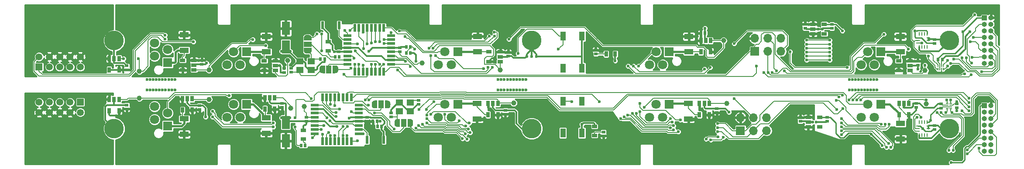
<source format=gtl>
G04 #@! TF.GenerationSoftware,KiCad,Pcbnew,(2018-01-21 revision 6b9866de8)-makepkg*
G04 #@! TF.CreationDate,2018-04-10T18:06:55+02:00*
G04 #@! TF.ProjectId,Arm_interface_board_panel,41726D5F696E746572666163655F626F,rev?*
G04 #@! TF.SameCoordinates,Original*
G04 #@! TF.FileFunction,Copper,L1,Top,Signal*
G04 #@! TF.FilePolarity,Positive*
%FSLAX46Y46*%
G04 Gerber Fmt 4.6, Leading zero omitted, Abs format (unit mm)*
G04 Created by KiCad (PCBNEW (2018-01-21 revision 6b9866de8)-makepkg) date 04/10/18 18:06:55*
%MOMM*%
%LPD*%
G01*
G04 APERTURE LIST*
%ADD10R,0.550000X1.500000*%
%ADD11C,3.800000*%
%ADD12C,1.800000*%
%ADD13R,1.800000X1.800000*%
%ADD14R,1.700000X1.700000*%
%ADD15O,1.700000X1.700000*%
%ADD16R,1.600000X0.550000*%
%ADD17R,0.550000X1.600000*%
%ADD18R,1.400000X1.200000*%
%ADD19C,1.350000*%
%ADD20R,1.350000X1.350000*%
%ADD21R,0.650000X0.575000*%
%ADD22R,0.575000X0.650000*%
%ADD23C,1.000000*%
%ADD24R,1.500000X0.500000*%
%ADD25C,0.100000*%
%ADD26R,1.500000X1.000000*%
%ADD27R,0.500000X1.500000*%
%ADD28R,1.000000X1.500000*%
%ADD29R,1.800000X1.070000*%
%ADD30R,1.100000X1.800000*%
%ADD31R,0.650000X1.060000*%
%ADD32R,0.200000X0.530000*%
%ADD33R,1.060000X0.650000*%
%ADD34R,0.675000X0.250000*%
%ADD35R,0.250000X0.675000*%
%ADD36R,1.070000X1.800000*%
%ADD37R,1.600000X2.600000*%
%ADD38R,0.670000X1.000000*%
%ADD39R,1.000000X0.670000*%
%ADD40R,1.000000X1.000000*%
%ADD41O,1.000000X1.000000*%
%ADD42R,0.530000X0.200000*%
%ADD43C,0.600000*%
%ADD44C,0.304800*%
%ADD45C,0.152400*%
%ADD46C,0.254000*%
%ADD47C,0.406400*%
G04 APERTURE END LIST*
D10*
X111000000Y-85300000D03*
X114250000Y-85300000D03*
D11*
X232600000Y-88300000D03*
X151600000Y-88300000D03*
X70600000Y-88300000D03*
D12*
X174490000Y-93040000D03*
X175760000Y-90500000D03*
X177030000Y-93040000D03*
D13*
X178300000Y-90500000D03*
D14*
X194900000Y-90400000D03*
D15*
X194900000Y-87860000D03*
X197440000Y-90400000D03*
X197440000Y-87860000D03*
X199980000Y-90400000D03*
X199980000Y-87860000D03*
D13*
X137300000Y-90500000D03*
D12*
X136030000Y-93040000D03*
X134760000Y-90500000D03*
X133490000Y-93040000D03*
D16*
X115850000Y-87300000D03*
X115850000Y-88100000D03*
X115850000Y-88900000D03*
X115850000Y-89700000D03*
X115850000Y-90500000D03*
X115850000Y-91300000D03*
X115850000Y-92100000D03*
X115850000Y-92900000D03*
D17*
X117300000Y-94350000D03*
X118100000Y-94350000D03*
X118900000Y-94350000D03*
X119700000Y-94350000D03*
X120500000Y-94350000D03*
X121300000Y-94350000D03*
X122100000Y-94350000D03*
X122900000Y-94350000D03*
D16*
X124350000Y-92900000D03*
X124350000Y-92100000D03*
X124350000Y-91300000D03*
X124350000Y-90500000D03*
X124350000Y-89700000D03*
X124350000Y-88900000D03*
X124350000Y-88100000D03*
X124350000Y-87300000D03*
D17*
X122900000Y-85850000D03*
X122100000Y-85850000D03*
X121300000Y-85850000D03*
X120500000Y-85850000D03*
X119700000Y-85850000D03*
X118900000Y-85850000D03*
X118100000Y-85850000D03*
X117300000Y-85850000D03*
D18*
X108800000Y-92350000D03*
X106600000Y-92350000D03*
X106600000Y-94050000D03*
X108800000Y-94050000D03*
D19*
X64048000Y-91446000D03*
X62048000Y-91446000D03*
X60048000Y-91446000D03*
X58048000Y-91446000D03*
X56048000Y-91446000D03*
X64048000Y-93446000D03*
X62048000Y-93446000D03*
X60048000Y-93446000D03*
X58048000Y-93446000D03*
D20*
X56048000Y-93446000D03*
D21*
X73057300Y-93990300D03*
X73057300Y-93215300D03*
X114200000Y-90487500D03*
X114200000Y-89712500D03*
D22*
X110657300Y-91902800D03*
X111432300Y-91902800D03*
D21*
X104957300Y-93715300D03*
X104957300Y-94490300D03*
X204650000Y-85112500D03*
X204650000Y-85887500D03*
X209850000Y-85900000D03*
X209850000Y-85125000D03*
X126000000Y-90500000D03*
X126000000Y-89725000D03*
D22*
X230462500Y-92000000D03*
X231237500Y-92000000D03*
D21*
X229750000Y-88112500D03*
X229750000Y-88887500D03*
D22*
X128037500Y-89500000D03*
X127262500Y-89500000D03*
D21*
X87600000Y-92937500D03*
X87600000Y-92162500D03*
X103557300Y-93727800D03*
X103557300Y-94502800D03*
X147057300Y-91340300D03*
X147057300Y-90565300D03*
D22*
X184419800Y-86852800D03*
X185194800Y-86852800D03*
D21*
X226500000Y-93087500D03*
X226500000Y-92312500D03*
D23*
X75507300Y-94252800D03*
X130357300Y-92652800D03*
X89000000Y-94000000D03*
X104257300Y-92202800D03*
X145507300Y-94002800D03*
X188807300Y-88302800D03*
X227907300Y-94150000D03*
D13*
X81000000Y-92600000D03*
D12*
X78460000Y-91330000D03*
X81000000Y-90060000D03*
X78460000Y-88790000D03*
X92490000Y-93040000D03*
X93760000Y-90500000D03*
X95030000Y-93040000D03*
D13*
X96300000Y-90500000D03*
X219300000Y-90500000D03*
D12*
X218030000Y-93040000D03*
X216760000Y-90500000D03*
X215490000Y-93040000D03*
D24*
X108157300Y-90002800D03*
D25*
G36*
X108456309Y-89805207D02*
X108504845Y-89812406D01*
X108552442Y-89824329D01*
X108598642Y-89840859D01*
X108642998Y-89861838D01*
X108685085Y-89887064D01*
X108724497Y-89916294D01*
X108760853Y-89949246D01*
X108793805Y-89985602D01*
X108823035Y-90025014D01*
X108848261Y-90067101D01*
X108869240Y-90111457D01*
X108885770Y-90157657D01*
X108897693Y-90205254D01*
X108904892Y-90253790D01*
X108907300Y-90302799D01*
X108907300Y-90302801D01*
X108904892Y-90351810D01*
X108897693Y-90400346D01*
X108885770Y-90447943D01*
X108869240Y-90494143D01*
X108848261Y-90538499D01*
X108823035Y-90580586D01*
X108793805Y-90619998D01*
X108760853Y-90656354D01*
X108724497Y-90689306D01*
X108685085Y-90718536D01*
X108642998Y-90743762D01*
X108598642Y-90764741D01*
X108552442Y-90781271D01*
X108504845Y-90793194D01*
X108456309Y-90800393D01*
X108407300Y-90802801D01*
X107907300Y-90802801D01*
X107858291Y-90800393D01*
X107809755Y-90793194D01*
X107762158Y-90781271D01*
X107715958Y-90764741D01*
X107671602Y-90743762D01*
X107629515Y-90718536D01*
X107590103Y-90689306D01*
X107553747Y-90656354D01*
X107520795Y-90619998D01*
X107491565Y-90580586D01*
X107466339Y-90538499D01*
X107445360Y-90494143D01*
X107428830Y-90447943D01*
X107416907Y-90400346D01*
X107409708Y-90351810D01*
X107407300Y-90302801D01*
X107407300Y-90302799D01*
X107409708Y-90253790D01*
X107416907Y-90205254D01*
X107428830Y-90157657D01*
X107445360Y-90111457D01*
X107466339Y-90067101D01*
X107491565Y-90025014D01*
X107520795Y-89985602D01*
X107553747Y-89949246D01*
X107590103Y-89916294D01*
X107629515Y-89887064D01*
X107671602Y-89861838D01*
X107715958Y-89840859D01*
X107762158Y-89824329D01*
X107809755Y-89812406D01*
X107858291Y-89805207D01*
X107907300Y-89802799D01*
X108407300Y-89802799D01*
X108456309Y-89805207D01*
X108456309Y-89805207D01*
G37*
D23*
X108157300Y-90302800D03*
D26*
X108157300Y-89002800D03*
D24*
X108157300Y-88002800D03*
D25*
G36*
X108456309Y-87205207D02*
X108504845Y-87212406D01*
X108552442Y-87224329D01*
X108598642Y-87240859D01*
X108642998Y-87261838D01*
X108685085Y-87287064D01*
X108724497Y-87316294D01*
X108760853Y-87349246D01*
X108793805Y-87385602D01*
X108823035Y-87425014D01*
X108848261Y-87467101D01*
X108869240Y-87511457D01*
X108885770Y-87557657D01*
X108897693Y-87605254D01*
X108904892Y-87653790D01*
X108907300Y-87702799D01*
X108907300Y-87702801D01*
X108904892Y-87751810D01*
X108897693Y-87800346D01*
X108885770Y-87847943D01*
X108869240Y-87894143D01*
X108848261Y-87938499D01*
X108823035Y-87980586D01*
X108793805Y-88019998D01*
X108760853Y-88056354D01*
X108724497Y-88089306D01*
X108685085Y-88118536D01*
X108642998Y-88143762D01*
X108598642Y-88164741D01*
X108552442Y-88181271D01*
X108504845Y-88193194D01*
X108456309Y-88200393D01*
X108407300Y-88202801D01*
X107907300Y-88202801D01*
X107858291Y-88200393D01*
X107809755Y-88193194D01*
X107762158Y-88181271D01*
X107715958Y-88164741D01*
X107671602Y-88143762D01*
X107629515Y-88118536D01*
X107590103Y-88089306D01*
X107553747Y-88056354D01*
X107520795Y-88019998D01*
X107491565Y-87980586D01*
X107466339Y-87938499D01*
X107445360Y-87894143D01*
X107428830Y-87847943D01*
X107416907Y-87800346D01*
X107409708Y-87751810D01*
X107407300Y-87702801D01*
X107407300Y-87702799D01*
X107409708Y-87653790D01*
X107416907Y-87605254D01*
X107428830Y-87557657D01*
X107445360Y-87511457D01*
X107466339Y-87467101D01*
X107491565Y-87425014D01*
X107520795Y-87385602D01*
X107553747Y-87349246D01*
X107590103Y-87316294D01*
X107629515Y-87287064D01*
X107671602Y-87261838D01*
X107715958Y-87240859D01*
X107762158Y-87224329D01*
X107809755Y-87212406D01*
X107858291Y-87205207D01*
X107907300Y-87202799D01*
X108407300Y-87202799D01*
X108456309Y-87205207D01*
X108456309Y-87205207D01*
G37*
D23*
X108157300Y-87702800D03*
D25*
G36*
X111006310Y-93155208D02*
X111054846Y-93162407D01*
X111102443Y-93174330D01*
X111148643Y-93190860D01*
X111192999Y-93211839D01*
X111235086Y-93237065D01*
X111274498Y-93266295D01*
X111310854Y-93299247D01*
X111343806Y-93335603D01*
X111373036Y-93375015D01*
X111398262Y-93417102D01*
X111419241Y-93461458D01*
X111435771Y-93507658D01*
X111447694Y-93555255D01*
X111454893Y-93603791D01*
X111457301Y-93652800D01*
X111457301Y-94152800D01*
X111454893Y-94201809D01*
X111447694Y-94250345D01*
X111435771Y-94297942D01*
X111419241Y-94344142D01*
X111398262Y-94388498D01*
X111373036Y-94430585D01*
X111343806Y-94469997D01*
X111310854Y-94506353D01*
X111274498Y-94539305D01*
X111235086Y-94568535D01*
X111192999Y-94593761D01*
X111148643Y-94614740D01*
X111102443Y-94631270D01*
X111054846Y-94643193D01*
X111006310Y-94650392D01*
X110957301Y-94652800D01*
X110957299Y-94652800D01*
X110908290Y-94650392D01*
X110859754Y-94643193D01*
X110812157Y-94631270D01*
X110765957Y-94614740D01*
X110721601Y-94593761D01*
X110679514Y-94568535D01*
X110640102Y-94539305D01*
X110603746Y-94506353D01*
X110570794Y-94469997D01*
X110541564Y-94430585D01*
X110516338Y-94388498D01*
X110495359Y-94344142D01*
X110478829Y-94297942D01*
X110466906Y-94250345D01*
X110459707Y-94201809D01*
X110457299Y-94152800D01*
X110457299Y-93652800D01*
X110459707Y-93603791D01*
X110466906Y-93555255D01*
X110478829Y-93507658D01*
X110495359Y-93461458D01*
X110516338Y-93417102D01*
X110541564Y-93375015D01*
X110570794Y-93335603D01*
X110603746Y-93299247D01*
X110640102Y-93266295D01*
X110679514Y-93237065D01*
X110721601Y-93211839D01*
X110765957Y-93190860D01*
X110812157Y-93174330D01*
X110859754Y-93162407D01*
X110908290Y-93155208D01*
X110957299Y-93152800D01*
X110957301Y-93152800D01*
X111006310Y-93155208D01*
X111006310Y-93155208D01*
G37*
D23*
X110957300Y-93902800D03*
D27*
X111257300Y-93902800D03*
D28*
X112257300Y-93902800D03*
D25*
G36*
X113606310Y-93155208D02*
X113654846Y-93162407D01*
X113702443Y-93174330D01*
X113748643Y-93190860D01*
X113792999Y-93211839D01*
X113835086Y-93237065D01*
X113874498Y-93266295D01*
X113910854Y-93299247D01*
X113943806Y-93335603D01*
X113973036Y-93375015D01*
X113998262Y-93417102D01*
X114019241Y-93461458D01*
X114035771Y-93507658D01*
X114047694Y-93555255D01*
X114054893Y-93603791D01*
X114057301Y-93652800D01*
X114057301Y-94152800D01*
X114054893Y-94201809D01*
X114047694Y-94250345D01*
X114035771Y-94297942D01*
X114019241Y-94344142D01*
X113998262Y-94388498D01*
X113973036Y-94430585D01*
X113943806Y-94469997D01*
X113910854Y-94506353D01*
X113874498Y-94539305D01*
X113835086Y-94568535D01*
X113792999Y-94593761D01*
X113748643Y-94614740D01*
X113702443Y-94631270D01*
X113654846Y-94643193D01*
X113606310Y-94650392D01*
X113557301Y-94652800D01*
X113557299Y-94652800D01*
X113508290Y-94650392D01*
X113459754Y-94643193D01*
X113412157Y-94631270D01*
X113365957Y-94614740D01*
X113321601Y-94593761D01*
X113279514Y-94568535D01*
X113240102Y-94539305D01*
X113203746Y-94506353D01*
X113170794Y-94469997D01*
X113141564Y-94430585D01*
X113116338Y-94388498D01*
X113095359Y-94344142D01*
X113078829Y-94297942D01*
X113066906Y-94250345D01*
X113059707Y-94201809D01*
X113057299Y-94152800D01*
X113057299Y-93652800D01*
X113059707Y-93603791D01*
X113066906Y-93555255D01*
X113078829Y-93507658D01*
X113095359Y-93461458D01*
X113116338Y-93417102D01*
X113141564Y-93375015D01*
X113170794Y-93335603D01*
X113203746Y-93299247D01*
X113240102Y-93266295D01*
X113279514Y-93237065D01*
X113321601Y-93211839D01*
X113365957Y-93190860D01*
X113412157Y-93174330D01*
X113459754Y-93162407D01*
X113508290Y-93155208D01*
X113557299Y-93152800D01*
X113557301Y-93152800D01*
X113606310Y-93155208D01*
X113606310Y-93155208D01*
G37*
D23*
X113557300Y-93902800D03*
D27*
X113257300Y-93902800D03*
D22*
X128037500Y-90700000D03*
X127262500Y-90700000D03*
D29*
X84200000Y-90200000D03*
X84200000Y-87190000D03*
X100100000Y-87490000D03*
X100100000Y-90500000D03*
X141100000Y-90500000D03*
X141100000Y-87490000D03*
X182100000Y-87500000D03*
X182100000Y-90510000D03*
X223100000Y-90500000D03*
X223100000Y-87490000D03*
D30*
X157650000Y-93650000D03*
X157650000Y-87450000D03*
X161350000Y-93650000D03*
X161350000Y-87450000D03*
D31*
X71557300Y-94002800D03*
X69657300Y-94002800D03*
X69657300Y-91802800D03*
X70607300Y-91802800D03*
X71557300Y-91802800D03*
D32*
X231432300Y-93217800D03*
X231082300Y-93217800D03*
X230732300Y-93217800D03*
X230382300Y-93217800D03*
X230382300Y-93887800D03*
X230732300Y-93887800D03*
X231082300Y-93887800D03*
X231432300Y-93887800D03*
D33*
X208350000Y-85100000D03*
X208350000Y-87000000D03*
X206150000Y-87000000D03*
X206150000Y-86050000D03*
X206150000Y-85100000D03*
X86100000Y-94050000D03*
X86100000Y-93100000D03*
X86100000Y-92150000D03*
X83900000Y-92150000D03*
X83900000Y-94050000D03*
X99700000Y-94150000D03*
X99700000Y-92250000D03*
X101900000Y-92250000D03*
X101900000Y-93200000D03*
X101900000Y-94150000D03*
X145507300Y-92402800D03*
X145507300Y-91452800D03*
X145507300Y-90502800D03*
X143307300Y-90502800D03*
X143307300Y-92402800D03*
D31*
X186307300Y-90502800D03*
X184407300Y-90502800D03*
X184407300Y-88302800D03*
X185357300Y-88302800D03*
X186307300Y-88302800D03*
D33*
X225000000Y-94150000D03*
X225000000Y-93200000D03*
X225000000Y-92250000D03*
X222800000Y-92250000D03*
X222800000Y-94150000D03*
D34*
X226537500Y-88300000D03*
X226537500Y-88800000D03*
X226537500Y-87800000D03*
X228562500Y-88800000D03*
X228562500Y-88300000D03*
X228562500Y-87800000D03*
D35*
X226800000Y-89562500D03*
X227300000Y-89562500D03*
X227800000Y-89562500D03*
X228300000Y-89562500D03*
X228300000Y-87037500D03*
X227800000Y-87037500D03*
X227300000Y-87037500D03*
X226800000Y-87037500D03*
D36*
X72167300Y-83052800D03*
X69157300Y-83052800D03*
D37*
X103900000Y-85900000D03*
X103900000Y-89500000D03*
D38*
X166050000Y-90925000D03*
X167800000Y-90925000D03*
D21*
X164025000Y-90937500D03*
X164025000Y-90162500D03*
D39*
X112100000Y-88525000D03*
X112100000Y-90275000D03*
D22*
X113462500Y-91450000D03*
X114237500Y-91450000D03*
D40*
X239400000Y-83855000D03*
D41*
X240670000Y-83855000D03*
X239400000Y-85125000D03*
X240670000Y-85125000D03*
X239400000Y-86395000D03*
X240670000Y-86395000D03*
X239400000Y-87665000D03*
X240670000Y-87665000D03*
X239400000Y-88935000D03*
X240670000Y-88935000D03*
X239400000Y-90205000D03*
X240670000Y-90205000D03*
X239400000Y-91475000D03*
X240670000Y-91475000D03*
X239400000Y-92745000D03*
X240670000Y-92745000D03*
D40*
X239400000Y-101005000D03*
D41*
X240670000Y-101005000D03*
X239400000Y-102275000D03*
X240670000Y-102275000D03*
X239400000Y-103545000D03*
X240670000Y-103545000D03*
X239400000Y-104815000D03*
X240670000Y-104815000D03*
X239400000Y-106085000D03*
X240670000Y-106085000D03*
X239400000Y-107355000D03*
X240670000Y-107355000D03*
X239400000Y-108625000D03*
X240670000Y-108625000D03*
X239400000Y-109895000D03*
X240670000Y-109895000D03*
D12*
X215490000Y-103250000D03*
X216760000Y-100710000D03*
X218030000Y-103250000D03*
D13*
X219300000Y-100710000D03*
D18*
X125900000Y-102100000D03*
X128100000Y-102100000D03*
X128100000Y-100400000D03*
X125900000Y-100400000D03*
D12*
X133490000Y-103250000D03*
X134760000Y-100710000D03*
X136030000Y-103250000D03*
D13*
X137300000Y-100710000D03*
D21*
X103200000Y-101337500D03*
X103200000Y-100562500D03*
D19*
X56048000Y-102304000D03*
X58048000Y-102304000D03*
X60048000Y-102304000D03*
X62048000Y-102304000D03*
X64048000Y-102304000D03*
X56048000Y-100304000D03*
X58048000Y-100304000D03*
X60048000Y-100304000D03*
X62048000Y-100304000D03*
D20*
X64048000Y-100304000D03*
D12*
X92490000Y-103250000D03*
X93760000Y-100710000D03*
X95030000Y-103250000D03*
D13*
X96300000Y-100710000D03*
D12*
X78460000Y-101150000D03*
X81000000Y-102420000D03*
X78460000Y-103690000D03*
D13*
X81000000Y-104960000D03*
D12*
X174490000Y-103250000D03*
X175760000Y-100710000D03*
X177030000Y-103250000D03*
D13*
X178300000Y-100710000D03*
D10*
X122925000Y-107650000D03*
X119675000Y-107650000D03*
D11*
X232600000Y-105450000D03*
X151600000Y-105450000D03*
X70600000Y-105450000D03*
D14*
X192100000Y-105850000D03*
D15*
X192100000Y-103310000D03*
X194640000Y-105850000D03*
X194640000Y-103310000D03*
X197180000Y-105850000D03*
X197180000Y-103310000D03*
D16*
X118050000Y-106450000D03*
X118050000Y-105650000D03*
X118050000Y-104850000D03*
X118050000Y-104050000D03*
X118050000Y-103250000D03*
X118050000Y-102450000D03*
X118050000Y-101650000D03*
X118050000Y-100850000D03*
D17*
X116600000Y-99400000D03*
X115800000Y-99400000D03*
X115000000Y-99400000D03*
X114200000Y-99400000D03*
X113400000Y-99400000D03*
X112600000Y-99400000D03*
X111800000Y-99400000D03*
X111000000Y-99400000D03*
D16*
X109550000Y-100850000D03*
X109550000Y-101650000D03*
X109550000Y-102450000D03*
X109550000Y-103250000D03*
X109550000Y-104050000D03*
X109550000Y-104850000D03*
X109550000Y-105650000D03*
X109550000Y-106450000D03*
D17*
X111000000Y-107900000D03*
X111800000Y-107900000D03*
X112600000Y-107900000D03*
X113400000Y-107900000D03*
X114200000Y-107900000D03*
X115000000Y-107900000D03*
X115800000Y-107900000D03*
X116600000Y-107900000D03*
D21*
X73057300Y-101625000D03*
X73057300Y-100850000D03*
X119700000Y-103262500D03*
X119700000Y-104037500D03*
X124300000Y-103187500D03*
X124300000Y-102412500D03*
X129700000Y-100737500D03*
X129700000Y-99962500D03*
X203725000Y-103262500D03*
X203725000Y-104037500D03*
X208950000Y-104037500D03*
X208950000Y-103262500D03*
X107900000Y-103262500D03*
X107900000Y-104037500D03*
X231025000Y-101437500D03*
X231025000Y-100662500D03*
X229750000Y-104862500D03*
X229750000Y-105637500D03*
D22*
X121712500Y-105050000D03*
X122487500Y-105050000D03*
D21*
X87200000Y-100962500D03*
X87200000Y-101737500D03*
X146500000Y-101862500D03*
X146500000Y-102637500D03*
X187500000Y-102337500D03*
X187500000Y-101562500D03*
X226200000Y-100562500D03*
X226200000Y-101337500D03*
D23*
X75507300Y-99497200D03*
X107500000Y-101150000D03*
X89000000Y-99750000D03*
X104900000Y-101450000D03*
X148100000Y-100450000D03*
X189400000Y-100550000D03*
X228100000Y-100600000D03*
D27*
X125800000Y-104350000D03*
D25*
G36*
X125549010Y-103602408D02*
X125597546Y-103609607D01*
X125645143Y-103621530D01*
X125691343Y-103638060D01*
X125735699Y-103659039D01*
X125777786Y-103684265D01*
X125817198Y-103713495D01*
X125853554Y-103746447D01*
X125886506Y-103782803D01*
X125915736Y-103822215D01*
X125940962Y-103864302D01*
X125961941Y-103908658D01*
X125978471Y-103954858D01*
X125990394Y-104002455D01*
X125997593Y-104050991D01*
X126000001Y-104100000D01*
X126000001Y-104600000D01*
X125997593Y-104649009D01*
X125990394Y-104697545D01*
X125978471Y-104745142D01*
X125961941Y-104791342D01*
X125940962Y-104835698D01*
X125915736Y-104877785D01*
X125886506Y-104917197D01*
X125853554Y-104953553D01*
X125817198Y-104986505D01*
X125777786Y-105015735D01*
X125735699Y-105040961D01*
X125691343Y-105061940D01*
X125645143Y-105078470D01*
X125597546Y-105090393D01*
X125549010Y-105097592D01*
X125500001Y-105100000D01*
X125499999Y-105100000D01*
X125450990Y-105097592D01*
X125402454Y-105090393D01*
X125354857Y-105078470D01*
X125308657Y-105061940D01*
X125264301Y-105040961D01*
X125222214Y-105015735D01*
X125182802Y-104986505D01*
X125146446Y-104953553D01*
X125113494Y-104917197D01*
X125084264Y-104877785D01*
X125059038Y-104835698D01*
X125038059Y-104791342D01*
X125021529Y-104745142D01*
X125009606Y-104697545D01*
X125002407Y-104649009D01*
X124999999Y-104600000D01*
X124999999Y-104100000D01*
X125002407Y-104050991D01*
X125009606Y-104002455D01*
X125021529Y-103954858D01*
X125038059Y-103908658D01*
X125059038Y-103864302D01*
X125084264Y-103822215D01*
X125113494Y-103782803D01*
X125146446Y-103746447D01*
X125182802Y-103713495D01*
X125222214Y-103684265D01*
X125264301Y-103659039D01*
X125308657Y-103638060D01*
X125354857Y-103621530D01*
X125402454Y-103609607D01*
X125450990Y-103602408D01*
X125499999Y-103600000D01*
X125500001Y-103600000D01*
X125549010Y-103602408D01*
X125549010Y-103602408D01*
G37*
D23*
X125500000Y-104350000D03*
D28*
X126800000Y-104350000D03*
D27*
X127800000Y-104350000D03*
D25*
G36*
X128149010Y-103602408D02*
X128197546Y-103609607D01*
X128245143Y-103621530D01*
X128291343Y-103638060D01*
X128335699Y-103659039D01*
X128377786Y-103684265D01*
X128417198Y-103713495D01*
X128453554Y-103746447D01*
X128486506Y-103782803D01*
X128515736Y-103822215D01*
X128540962Y-103864302D01*
X128561941Y-103908658D01*
X128578471Y-103954858D01*
X128590394Y-104002455D01*
X128597593Y-104050991D01*
X128600001Y-104100000D01*
X128600001Y-104600000D01*
X128597593Y-104649009D01*
X128590394Y-104697545D01*
X128578471Y-104745142D01*
X128561941Y-104791342D01*
X128540962Y-104835698D01*
X128515736Y-104877785D01*
X128486506Y-104917197D01*
X128453554Y-104953553D01*
X128417198Y-104986505D01*
X128377786Y-105015735D01*
X128335699Y-105040961D01*
X128291343Y-105061940D01*
X128245143Y-105078470D01*
X128197546Y-105090393D01*
X128149010Y-105097592D01*
X128100001Y-105100000D01*
X128099999Y-105100000D01*
X128050990Y-105097592D01*
X128002454Y-105090393D01*
X127954857Y-105078470D01*
X127908657Y-105061940D01*
X127864301Y-105040961D01*
X127822214Y-105015735D01*
X127782802Y-104986505D01*
X127746446Y-104953553D01*
X127713494Y-104917197D01*
X127684264Y-104877785D01*
X127659038Y-104835698D01*
X127638059Y-104791342D01*
X127621529Y-104745142D01*
X127609606Y-104697545D01*
X127602407Y-104649009D01*
X127599999Y-104600000D01*
X127599999Y-104100000D01*
X127602407Y-104050991D01*
X127609606Y-104002455D01*
X127621529Y-103954858D01*
X127638059Y-103908658D01*
X127659038Y-103864302D01*
X127684264Y-103822215D01*
X127713494Y-103782803D01*
X127746446Y-103746447D01*
X127782802Y-103713495D01*
X127822214Y-103684265D01*
X127864301Y-103659039D01*
X127908657Y-103638060D01*
X127954857Y-103621530D01*
X128002454Y-103609607D01*
X128050990Y-103602408D01*
X128099999Y-103600000D01*
X128100001Y-103600000D01*
X128149010Y-103602408D01*
X128149010Y-103602408D01*
G37*
D23*
X128100000Y-104350000D03*
D25*
G36*
X123749010Y-100002408D02*
X123797546Y-100009607D01*
X123845143Y-100021530D01*
X123891343Y-100038060D01*
X123935699Y-100059039D01*
X123977786Y-100084265D01*
X124017198Y-100113495D01*
X124053554Y-100146447D01*
X124086506Y-100182803D01*
X124115736Y-100222215D01*
X124140962Y-100264302D01*
X124161941Y-100308658D01*
X124178471Y-100354858D01*
X124190394Y-100402455D01*
X124197593Y-100450991D01*
X124200001Y-100500000D01*
X124200001Y-101000000D01*
X124197593Y-101049009D01*
X124190394Y-101097545D01*
X124178471Y-101145142D01*
X124161941Y-101191342D01*
X124140962Y-101235698D01*
X124115736Y-101277785D01*
X124086506Y-101317197D01*
X124053554Y-101353553D01*
X124017198Y-101386505D01*
X123977786Y-101415735D01*
X123935699Y-101440961D01*
X123891343Y-101461940D01*
X123845143Y-101478470D01*
X123797546Y-101490393D01*
X123749010Y-101497592D01*
X123700001Y-101500000D01*
X123699999Y-101500000D01*
X123650990Y-101497592D01*
X123602454Y-101490393D01*
X123554857Y-101478470D01*
X123508657Y-101461940D01*
X123464301Y-101440961D01*
X123422214Y-101415735D01*
X123382802Y-101386505D01*
X123346446Y-101353553D01*
X123313494Y-101317197D01*
X123284264Y-101277785D01*
X123259038Y-101235698D01*
X123238059Y-101191342D01*
X123221529Y-101145142D01*
X123209606Y-101097545D01*
X123202407Y-101049009D01*
X123199999Y-101000000D01*
X123199999Y-100500000D01*
X123202407Y-100450991D01*
X123209606Y-100402455D01*
X123221529Y-100354858D01*
X123238059Y-100308658D01*
X123259038Y-100264302D01*
X123284264Y-100222215D01*
X123313494Y-100182803D01*
X123346446Y-100146447D01*
X123382802Y-100113495D01*
X123422214Y-100084265D01*
X123464301Y-100059039D01*
X123508657Y-100038060D01*
X123554857Y-100021530D01*
X123602454Y-100009607D01*
X123650990Y-100002408D01*
X123699999Y-100000000D01*
X123700001Y-100000000D01*
X123749010Y-100002408D01*
X123749010Y-100002408D01*
G37*
D23*
X123700000Y-100750000D03*
D27*
X123400000Y-100750000D03*
D28*
X122400000Y-100750000D03*
D25*
G36*
X121149010Y-100002408D02*
X121197546Y-100009607D01*
X121245143Y-100021530D01*
X121291343Y-100038060D01*
X121335699Y-100059039D01*
X121377786Y-100084265D01*
X121417198Y-100113495D01*
X121453554Y-100146447D01*
X121486506Y-100182803D01*
X121515736Y-100222215D01*
X121540962Y-100264302D01*
X121561941Y-100308658D01*
X121578471Y-100354858D01*
X121590394Y-100402455D01*
X121597593Y-100450991D01*
X121600001Y-100500000D01*
X121600001Y-101000000D01*
X121597593Y-101049009D01*
X121590394Y-101097545D01*
X121578471Y-101145142D01*
X121561941Y-101191342D01*
X121540962Y-101235698D01*
X121515736Y-101277785D01*
X121486506Y-101317197D01*
X121453554Y-101353553D01*
X121417198Y-101386505D01*
X121377786Y-101415735D01*
X121335699Y-101440961D01*
X121291343Y-101461940D01*
X121245143Y-101478470D01*
X121197546Y-101490393D01*
X121149010Y-101497592D01*
X121100001Y-101500000D01*
X121099999Y-101500000D01*
X121050990Y-101497592D01*
X121002454Y-101490393D01*
X120954857Y-101478470D01*
X120908657Y-101461940D01*
X120864301Y-101440961D01*
X120822214Y-101415735D01*
X120782802Y-101386505D01*
X120746446Y-101353553D01*
X120713494Y-101317197D01*
X120684264Y-101277785D01*
X120659038Y-101235698D01*
X120638059Y-101191342D01*
X120621529Y-101145142D01*
X120609606Y-101097545D01*
X120602407Y-101049009D01*
X120599999Y-101000000D01*
X120599999Y-100500000D01*
X120602407Y-100450991D01*
X120609606Y-100402455D01*
X120621529Y-100354858D01*
X120638059Y-100308658D01*
X120659038Y-100264302D01*
X120684264Y-100222215D01*
X120713494Y-100182803D01*
X120746446Y-100146447D01*
X120782802Y-100113495D01*
X120822214Y-100084265D01*
X120864301Y-100059039D01*
X120908657Y-100038060D01*
X120954857Y-100021530D01*
X121002454Y-100009607D01*
X121050990Y-100002408D01*
X121099999Y-100000000D01*
X121100001Y-100000000D01*
X121149010Y-100002408D01*
X121149010Y-100002408D01*
G37*
D23*
X121100000Y-100750000D03*
D27*
X121400000Y-100750000D03*
D22*
X120812500Y-104050000D03*
X121587500Y-104050000D03*
D29*
X84200000Y-103550000D03*
X84200000Y-106560000D03*
X100100000Y-106355000D03*
X100100000Y-103345000D03*
X141000000Y-100545000D03*
X141000000Y-103555000D03*
X182000000Y-103555000D03*
X182000000Y-100545000D03*
X223150000Y-104470000D03*
X223150000Y-107480000D03*
D30*
X157650000Y-106300000D03*
X157650000Y-100100000D03*
X161350000Y-106300000D03*
X161350000Y-100100000D03*
D31*
X71557300Y-101947200D03*
X69657300Y-101947200D03*
X69657300Y-99747200D03*
X70607300Y-99747200D03*
X71557300Y-99747200D03*
D42*
X232215000Y-100525000D03*
X232215000Y-100875000D03*
X232215000Y-101225000D03*
X232215000Y-101575000D03*
X232885000Y-101575000D03*
X232885000Y-101225000D03*
X232885000Y-100875000D03*
X232885000Y-100525000D03*
D33*
X207450000Y-103250000D03*
X207450000Y-105150000D03*
X205250000Y-105150000D03*
X205250000Y-104200000D03*
X205250000Y-103250000D03*
D31*
X85750000Y-99650000D03*
X84800000Y-99650000D03*
X83850000Y-99650000D03*
X83850000Y-101850000D03*
X85750000Y-101850000D03*
X101750000Y-101650000D03*
X99850000Y-101650000D03*
X99850000Y-99450000D03*
X100800000Y-99450000D03*
X101750000Y-99450000D03*
X145050000Y-100550000D03*
X144100000Y-100550000D03*
X143150000Y-100550000D03*
X143150000Y-102750000D03*
X145050000Y-102750000D03*
X186050000Y-102750000D03*
X184150000Y-102750000D03*
X184150000Y-100550000D03*
X185100000Y-100550000D03*
X186050000Y-100550000D03*
X224750000Y-100525000D03*
X223800000Y-100525000D03*
X222850000Y-100525000D03*
X222850000Y-102725000D03*
X224750000Y-102725000D03*
D34*
X226537500Y-105450000D03*
X226537500Y-105950000D03*
X226537500Y-104950000D03*
X228562500Y-105950000D03*
X228562500Y-105450000D03*
X228562500Y-104950000D03*
D35*
X226800000Y-106712500D03*
X227300000Y-106712500D03*
X227800000Y-106712500D03*
X228300000Y-106712500D03*
X228300000Y-104187500D03*
X227800000Y-104187500D03*
X227300000Y-104187500D03*
X226800000Y-104187500D03*
D36*
X72167300Y-110697200D03*
X69157300Y-110697200D03*
D37*
X103900000Y-107850000D03*
X103900000Y-104250000D03*
D39*
X163800000Y-106775000D03*
X163800000Y-105025000D03*
D21*
X165525000Y-106112500D03*
X165525000Y-106887500D03*
D39*
X107300000Y-105775000D03*
X107300000Y-107525000D03*
D22*
X107687500Y-108750000D03*
X106912500Y-108750000D03*
D21*
X234075000Y-100637500D03*
X234075000Y-101412500D03*
D43*
X214400000Y-95850000D03*
X218000000Y-95850000D03*
X213800000Y-95850000D03*
X218000000Y-97900000D03*
X215600000Y-97900000D03*
X217400000Y-95850000D03*
X216200000Y-97900000D03*
X215000000Y-95850000D03*
X213200000Y-95850000D03*
X216800000Y-95850000D03*
X213800000Y-97900000D03*
X214400000Y-97900000D03*
X218600000Y-97900000D03*
X215600000Y-95850000D03*
X216800000Y-97900000D03*
X215000000Y-97900000D03*
X213200000Y-97900000D03*
X218600000Y-95850000D03*
X216200000Y-95850000D03*
X217400000Y-97900000D03*
X148100000Y-95850000D03*
X149900000Y-97900000D03*
X149300000Y-95850000D03*
X147500000Y-97900000D03*
X146900000Y-97900000D03*
X145100000Y-97900000D03*
X150500000Y-95850000D03*
X148700000Y-95850000D03*
X149900000Y-95850000D03*
X146900000Y-95850000D03*
X148100000Y-97900000D03*
X146300000Y-95850000D03*
X149300000Y-97900000D03*
X145700000Y-95850000D03*
X147500000Y-95850000D03*
X150500000Y-97900000D03*
X148700000Y-97900000D03*
X145100000Y-95850000D03*
X145700000Y-97900000D03*
X146300000Y-97900000D03*
X80000000Y-97900000D03*
X81200000Y-97900000D03*
X82400000Y-97900000D03*
X80600000Y-97900000D03*
X81800000Y-97900000D03*
X78800000Y-97900000D03*
X78200000Y-97900000D03*
X77600000Y-97900000D03*
X79400000Y-97900000D03*
X77000000Y-97900000D03*
X82400000Y-95850000D03*
X81800000Y-95850000D03*
X81200000Y-95850000D03*
X80600000Y-95850000D03*
X80000000Y-95850000D03*
X79400000Y-95850000D03*
X78800000Y-95850000D03*
X78200000Y-95850000D03*
X77600000Y-95850000D03*
X77000000Y-95850000D03*
X129125000Y-92375000D03*
X127093766Y-92366334D03*
X163650000Y-86625000D03*
X163325000Y-88150000D03*
X116575000Y-90500000D03*
X120025000Y-90400000D03*
X167800000Y-92250000D03*
X226500000Y-93883822D03*
X70600000Y-89850000D03*
X69050000Y-88300000D03*
X70600000Y-86750000D03*
X72150000Y-88300000D03*
X151600000Y-89850000D03*
X150050000Y-88300000D03*
X151600000Y-86750000D03*
X153150000Y-88300000D03*
X232600000Y-89850000D03*
X232600000Y-86750000D03*
X231050000Y-88300000D03*
X234150000Y-88300000D03*
X185200000Y-85900000D03*
X236600000Y-86600000D03*
X207950000Y-86050000D03*
X207200000Y-86050000D03*
X150627296Y-91362800D03*
X152567300Y-91372800D03*
X151597300Y-91372800D03*
X114200000Y-90487500D03*
X88550000Y-92700000D03*
X102734800Y-93200000D03*
X103907300Y-90402800D03*
X104757292Y-90402800D03*
X103057300Y-90402800D03*
X113300000Y-90500000D03*
X237300000Y-87700000D03*
X235600000Y-94800000D03*
X128063716Y-93336284D03*
X114237500Y-91450000D03*
X115200000Y-94900000D03*
X120484560Y-92951096D03*
X127074988Y-87528622D03*
X233500004Y-91900000D03*
X125900000Y-86446400D03*
X118900000Y-86671400D03*
X117375008Y-90325000D03*
X119024998Y-89850000D03*
X236937667Y-92683400D03*
X122099997Y-92900003D03*
X238882166Y-94371400D03*
X236850000Y-94950002D03*
X118902411Y-93099054D03*
X237500000Y-83250000D03*
X232840740Y-92740740D03*
X117098721Y-91767331D03*
X144344356Y-86655414D03*
X132457300Y-89828610D03*
X209450000Y-89775000D03*
X204950000Y-89775000D03*
X232300000Y-93274165D03*
X117775000Y-88975000D03*
X144357292Y-87407714D03*
X131657300Y-89828610D03*
X209450000Y-90550000D03*
X204950000Y-90550000D03*
X75290721Y-91802800D03*
X72457300Y-91802800D03*
X85957300Y-88502800D03*
X122957292Y-88902800D03*
X204950000Y-92100000D03*
X209450000Y-92100000D03*
X235107300Y-91652800D03*
X80457300Y-87221797D03*
X121300000Y-88500000D03*
X201757301Y-90452800D03*
X235957800Y-91649198D03*
X212807300Y-93552800D03*
X80457300Y-87974200D03*
X120500000Y-88749992D03*
X225900000Y-86450000D03*
X235250000Y-86600000D03*
X211850000Y-86400000D03*
X156750000Y-90000000D03*
X148981266Y-90828834D03*
X190900000Y-88900000D03*
X128926223Y-89923777D03*
X119700000Y-88978593D03*
X219900004Y-87050000D03*
X197457300Y-94502800D03*
X199083516Y-94176584D03*
X122852347Y-92909890D03*
X116350000Y-86350000D03*
X209450000Y-91325000D03*
X204950000Y-91325000D03*
X204950000Y-89000000D03*
X209450000Y-89000000D03*
X143350000Y-87450000D03*
X204950000Y-88225000D03*
X209450000Y-88225000D03*
X109950000Y-86997335D03*
X236653834Y-88503834D03*
X196657302Y-94502800D03*
X237015011Y-91599505D03*
X186257300Y-93552800D03*
X170307300Y-93252800D03*
X143107298Y-93552800D03*
X132057300Y-91202800D03*
X116507300Y-93702800D03*
X97470394Y-88087274D03*
X122950000Y-88100000D03*
X121257300Y-92902792D03*
X100000000Y-89300000D03*
X124357300Y-86743043D03*
X110850000Y-86997335D03*
X104257300Y-92202800D03*
X110847971Y-90264822D03*
X115350000Y-86350000D03*
X142257288Y-93752800D03*
X133007300Y-91202800D03*
X117299992Y-92900000D03*
X172350000Y-93250000D03*
X147207300Y-88052800D03*
X122102411Y-88500049D03*
X200606077Y-94188633D03*
X195197823Y-93264723D03*
X118100000Y-92899998D03*
X125600000Y-94061778D03*
X185107300Y-93852800D03*
X171357300Y-93252800D03*
X227887726Y-93080794D03*
X224700000Y-89950000D03*
X198257300Y-94502800D03*
X144007300Y-93552800D03*
X232250000Y-92199998D03*
X227300000Y-88772554D03*
X228521390Y-91278610D03*
X234093231Y-100191579D03*
X223825000Y-101200000D03*
X234075000Y-102025001D03*
X206800000Y-104200000D03*
X206150000Y-104200000D03*
X189850000Y-102225000D03*
X161350000Y-104625000D03*
X128100000Y-101825000D03*
X116223780Y-103460821D03*
X88325000Y-103175000D03*
X113836465Y-105071768D03*
X103100000Y-103350000D03*
X104700000Y-103350000D03*
X103900000Y-103350000D03*
X70600000Y-103900000D03*
X69050000Y-105450000D03*
X70600000Y-107000000D03*
X72150000Y-105450000D03*
X151600000Y-103900000D03*
X150050000Y-105450000D03*
X151600000Y-107000000D03*
X153150000Y-105450000D03*
X232600000Y-103900000D03*
X232600000Y-107000000D03*
X231050000Y-105450000D03*
X234150000Y-105450000D03*
X123700000Y-100750000D03*
X128100000Y-100400000D03*
X220152370Y-104617131D03*
X233350001Y-109725000D03*
X231025000Y-102325000D03*
X211725000Y-103550000D03*
X131309383Y-103549935D03*
X138820289Y-104911767D03*
X112600000Y-106850000D03*
X101500000Y-104350000D03*
X89700000Y-102050000D03*
X220904587Y-104600006D03*
X232550000Y-109675000D03*
X230273016Y-102350066D03*
X211725000Y-104350000D03*
X178490804Y-103549096D03*
X131300000Y-104350000D03*
X139325499Y-105510267D03*
X113400000Y-106849988D03*
X172635058Y-102183410D03*
X101500000Y-105102403D03*
X89700000Y-103150000D03*
X232942846Y-112035967D03*
X219580562Y-108774834D03*
X228975000Y-103833421D03*
X217501762Y-106556649D03*
X227446000Y-105425000D03*
X187625000Y-106014101D03*
X159400000Y-100247335D03*
X122243436Y-104037597D03*
X115059099Y-105071768D03*
X210805257Y-101741921D03*
X236416579Y-101225000D03*
X214675000Y-99875000D03*
X187625000Y-104475000D03*
X113700000Y-102350000D03*
X212000000Y-101525000D03*
X236416579Y-102016579D03*
X215427403Y-99875000D03*
X187624998Y-105261690D03*
X113700000Y-103102403D03*
X236416579Y-100350000D03*
X213922587Y-99875000D03*
X190900000Y-99588600D03*
X114373777Y-101623777D03*
X105700000Y-105150002D03*
X105700000Y-103350000D03*
X236124998Y-109575000D03*
X220850000Y-108375000D03*
X211727442Y-105877442D03*
X180034983Y-106078600D03*
X168858359Y-103471151D03*
X138170113Y-107379887D03*
X236131734Y-110398453D03*
X121100000Y-102403610D03*
X221275000Y-109100000D03*
X211725000Y-105102403D03*
X179150000Y-105700000D03*
X169530698Y-103133410D03*
X139083266Y-107521390D03*
X129137651Y-105349866D03*
X124900000Y-105521400D03*
X121100000Y-100750000D03*
X113452384Y-100943530D03*
X92900000Y-99050000D03*
X89000000Y-99750000D03*
X110800000Y-105650000D03*
X112600000Y-100750022D03*
X104900000Y-101450096D03*
X109100000Y-107250000D03*
X131301361Y-102797566D03*
X118930000Y-106480001D03*
X129725000Y-101699999D03*
X111000000Y-106550000D03*
X164700000Y-100197844D03*
X132050000Y-102650000D03*
X112213544Y-106204418D03*
X139513165Y-104390433D03*
X173400000Y-101350000D03*
X228099998Y-99891579D03*
X111900000Y-103350000D03*
X108880965Y-99583411D03*
X111328600Y-104850000D03*
X219400000Y-104625000D03*
X210700971Y-99975930D03*
X238400000Y-109250000D03*
X180446017Y-103753983D03*
X172600000Y-100552146D03*
X115850000Y-105071778D03*
X115000000Y-106850000D03*
X236416579Y-99500000D03*
X213170174Y-99875000D03*
X186350000Y-107675000D03*
X188802009Y-107177009D03*
X171125405Y-102527836D03*
X179150000Y-104900000D03*
X129700003Y-104849997D03*
X138759020Y-106438910D03*
X115800000Y-106850000D03*
X220423011Y-109099779D03*
X211724368Y-106629838D03*
X178500000Y-105300004D03*
X170253389Y-102875211D03*
X131232204Y-101740355D03*
X137550000Y-103950000D03*
X134750000Y-102649999D03*
X132600000Y-100200000D03*
X119900000Y-100850000D03*
X235113723Y-101986277D03*
X226325000Y-103225002D03*
X231975000Y-102324999D03*
X227125004Y-103228610D03*
X233125000Y-102325000D03*
X232137639Y-99901977D03*
X211184858Y-99283790D03*
X120050000Y-99893046D03*
X116600000Y-102121401D03*
X232889955Y-99889955D03*
X211875000Y-98978600D03*
X119297598Y-99896917D03*
X112500000Y-103950000D03*
X185428219Y-107491579D03*
X187735887Y-107071312D03*
X171927551Y-102472817D03*
X178852213Y-104209025D03*
X139687107Y-106195168D03*
X130450000Y-104650000D03*
X117800000Y-107850000D03*
D44*
X129125000Y-91100000D02*
X128725000Y-90700000D01*
X129125000Y-92375000D02*
X129125000Y-91100000D01*
X128725000Y-90700000D02*
X128037500Y-90700000D01*
X126827432Y-92100000D02*
X127093766Y-92366334D01*
X124350000Y-92100000D02*
X126827432Y-92100000D01*
X124350000Y-92100000D02*
X123245200Y-92100000D01*
X123245200Y-92100000D02*
X122445200Y-91300000D01*
X122445200Y-91300000D02*
X119579892Y-91300000D01*
X115850000Y-89700000D02*
X117979892Y-89700000D01*
X117979892Y-89700000D02*
X119579892Y-91300000D01*
X164025000Y-88850000D02*
X163325000Y-88150000D01*
X164025000Y-90162500D02*
X164025000Y-88850000D01*
D45*
X231082300Y-93887800D02*
X231082300Y-94467700D01*
D44*
X186307300Y-90502800D02*
X186307300Y-90297800D01*
X186307300Y-90297800D02*
X185147101Y-89137601D01*
X185147101Y-89137601D02*
X184407300Y-89137600D01*
X184407300Y-89137600D02*
X184407300Y-88302800D01*
X69657300Y-94002800D02*
X71557300Y-94002800D01*
X143307300Y-92402800D02*
X143307300Y-92342700D01*
X143307300Y-92342700D02*
X143866190Y-91783810D01*
X143866190Y-91783810D02*
X144115118Y-91783810D01*
X144115118Y-91783810D02*
X144672499Y-91226429D01*
X144672499Y-91226429D02*
X144672500Y-90502800D01*
X144672500Y-90502800D02*
X145507300Y-90502800D01*
X103557300Y-93727800D02*
X103557300Y-93072500D01*
X103557300Y-93072500D02*
X102734800Y-92250000D01*
X102734800Y-92250000D02*
X101900000Y-92250000D01*
X86100000Y-92150000D02*
X87587500Y-92150000D01*
X87587500Y-92150000D02*
X87600000Y-92162500D01*
X115850000Y-89700000D02*
X114287500Y-89700000D01*
X114287500Y-89700000D02*
X114200000Y-89787500D01*
X231904806Y-91295194D02*
X234354806Y-91295194D01*
X235727880Y-89922120D02*
X235727880Y-87472120D01*
X235727880Y-87472120D02*
X236300001Y-86899999D01*
X231237500Y-91962500D02*
X231904806Y-91295194D01*
X234354806Y-91295194D02*
X235727880Y-89922120D01*
X236300001Y-86899999D02*
X236600000Y-86600000D01*
X231237500Y-92000000D02*
X231237500Y-91962500D01*
X115850000Y-90500000D02*
X116575000Y-90500000D01*
X120324999Y-90100001D02*
X120025000Y-90400000D01*
X120725000Y-89700000D02*
X120324999Y-90100001D01*
X124350000Y-89700000D02*
X120725000Y-89700000D01*
X111000000Y-85300000D02*
X111000000Y-85775000D01*
X111000000Y-85775000D02*
X112100000Y-86875000D01*
X112100000Y-86875000D02*
X112100000Y-87885200D01*
X112100000Y-87885200D02*
X112100000Y-88525000D01*
X112950000Y-89210000D02*
X112950000Y-90150000D01*
X112950000Y-90150000D02*
X113300000Y-90500000D01*
X112100000Y-88525000D02*
X112265000Y-88525000D01*
X112265000Y-88525000D02*
X112950000Y-89210000D01*
X167800000Y-90925000D02*
X167800000Y-92250000D01*
X226500000Y-93087500D02*
X226500000Y-93883822D01*
X225000000Y-93200000D02*
X226387500Y-93200000D01*
X226387500Y-93200000D02*
X226500000Y-93087500D01*
X185194800Y-86852800D02*
X185194800Y-85905200D01*
X185194800Y-85905200D02*
X185200000Y-85900000D01*
X185194800Y-86852800D02*
X185194800Y-88140300D01*
X185194800Y-88140300D02*
X185357300Y-88302800D01*
X226800000Y-90100000D02*
X227068990Y-90368990D01*
X226800000Y-89562500D02*
X226800000Y-90100000D01*
X227068990Y-90368990D02*
X230631010Y-90368990D01*
X230631010Y-90368990D02*
X232600000Y-88400000D01*
X232600000Y-88400000D02*
X232600000Y-88300000D01*
X229750000Y-88112500D02*
X232412500Y-88112500D01*
X232412500Y-88112500D02*
X232600000Y-88300000D01*
X228562500Y-88050000D02*
X229687500Y-88050000D01*
X229687500Y-88050000D02*
X229750000Y-88112500D01*
X228562500Y-87800000D02*
X228562500Y-88050000D01*
X228562500Y-88050000D02*
X228562500Y-88300000D01*
D45*
X231082300Y-93217800D02*
X231082300Y-92155200D01*
X231082300Y-92155200D02*
X231237500Y-92000000D01*
D44*
X209850000Y-85900000D02*
X208100000Y-85900000D01*
X208100000Y-85900000D02*
X207950000Y-86050000D01*
X206150000Y-86050000D02*
X204812500Y-86050000D01*
X204812500Y-86050000D02*
X204650000Y-85887500D01*
X207200000Y-86050000D02*
X207950000Y-86050000D01*
X206150000Y-86050000D02*
X207200000Y-86050000D01*
X161350000Y-91302800D02*
X161350000Y-87450000D01*
X161350000Y-92445200D02*
X161350000Y-91302800D01*
X152567300Y-91372800D02*
X161280000Y-91372800D01*
X161280000Y-91372800D02*
X161350000Y-91302800D01*
X161350000Y-93650000D02*
X161350000Y-92445200D01*
X147057300Y-91340300D02*
X147687100Y-91340300D01*
X147687100Y-91340300D02*
X148009599Y-91662799D01*
X148009599Y-91662799D02*
X150327297Y-91662799D01*
X150327297Y-91662799D02*
X150627296Y-91362800D01*
X145507300Y-91452800D02*
X146944800Y-91452800D01*
X146944800Y-91452800D02*
X147057300Y-91340300D01*
X150627296Y-91362800D02*
X150627296Y-90938536D01*
X150627296Y-90938536D02*
X151600000Y-89965832D01*
X151600000Y-89965832D02*
X151600000Y-88300000D01*
X152567300Y-91372800D02*
X152567300Y-90948536D01*
X152567300Y-90948536D02*
X151600000Y-89981236D01*
X151600000Y-89981236D02*
X151600000Y-88300000D01*
X151600000Y-91370100D02*
X151597300Y-91372800D01*
X151600000Y-88300000D02*
X151600000Y-91370100D01*
X70607300Y-91802800D02*
X70607300Y-88307300D01*
X70607300Y-88307300D02*
X70600000Y-88300000D01*
X70607300Y-91802800D02*
X70607301Y-92637601D01*
X70607301Y-92637601D02*
X72479601Y-92637601D01*
X72479601Y-92637601D02*
X73057300Y-93215300D01*
X87600000Y-92937500D02*
X86262500Y-92937500D01*
X86262500Y-92937500D02*
X86100000Y-93100000D01*
X88312500Y-92937500D02*
X88550000Y-92700000D01*
X87600000Y-92937500D02*
X88312500Y-92937500D01*
X127262500Y-89500000D02*
X126225000Y-89500000D01*
X126225000Y-89500000D02*
X126000000Y-89725000D01*
X103900000Y-89500000D02*
X103907300Y-89507300D01*
X103907300Y-89978536D02*
X103907300Y-90402800D01*
X103057300Y-90402800D02*
X103907300Y-90402800D01*
X103907300Y-89507300D02*
X103907300Y-89978536D01*
X103900000Y-90395500D02*
X103907300Y-90402800D01*
X103900000Y-90360100D02*
X103900000Y-90395500D01*
X103900000Y-89500000D02*
X103900000Y-89545508D01*
X106500000Y-92350000D02*
X104757292Y-90607292D01*
X103900000Y-89545508D02*
X104457293Y-90102801D01*
X104457293Y-90102801D02*
X104757292Y-90402800D01*
X104757292Y-90607292D02*
X104757292Y-90402800D01*
X106600000Y-92350000D02*
X106500000Y-92350000D01*
X113312500Y-90487500D02*
X113300000Y-90500000D01*
X114200000Y-90487500D02*
X113312500Y-90487500D01*
X115850000Y-90500000D02*
X114212500Y-90500000D01*
X114212500Y-90500000D02*
X114200000Y-90487500D01*
X110000000Y-93854800D02*
X110000000Y-93471925D01*
X110000000Y-93471925D02*
X110939323Y-92532602D01*
X110939323Y-92532602D02*
X111432300Y-92532600D01*
X111432300Y-92532600D02*
X111432300Y-91902800D01*
X108800000Y-94050000D02*
X109804800Y-94050000D01*
X109804800Y-94050000D02*
X110000000Y-93854800D01*
X102900000Y-93365200D02*
X102900000Y-94475300D01*
X102900000Y-94475300D02*
X102927500Y-94502800D01*
X102927500Y-94502800D02*
X103557300Y-94502800D01*
X101900000Y-93200000D02*
X102734800Y-93200000D01*
X102734800Y-93200000D02*
X102900000Y-93365200D01*
X104957300Y-93715300D02*
X106322600Y-92350000D01*
X106322600Y-92350000D02*
X106600000Y-92350000D01*
X107350000Y-92350000D02*
X107700000Y-92700000D01*
X107700000Y-92700000D02*
X107700000Y-93350000D01*
X108400000Y-94050000D02*
X108800000Y-94050000D01*
X106600000Y-92350000D02*
X107350000Y-92350000D01*
X107700000Y-93350000D02*
X108400000Y-94050000D01*
X126000000Y-89725000D02*
X124375000Y-89725000D01*
X124375000Y-89725000D02*
X124350000Y-89700000D01*
D45*
X110657300Y-91902800D02*
X109247200Y-91902800D01*
X109247200Y-91902800D02*
X108800000Y-92350000D01*
X108800000Y-92350000D02*
X108800000Y-90945500D01*
X108800000Y-90945500D02*
X108157300Y-90302800D01*
X106897600Y-95100000D02*
X109657700Y-95100000D01*
X109657700Y-95100000D02*
X110854900Y-93902800D01*
X110854900Y-93902800D02*
X111257300Y-93902800D01*
X106600000Y-94050000D02*
X106600000Y-94802400D01*
X106600000Y-94802400D02*
X106897600Y-95100000D01*
X104957300Y-94490300D02*
X106159700Y-94490300D01*
X106159700Y-94490300D02*
X106600000Y-94050000D01*
X240941689Y-93778412D02*
X241405567Y-93314534D01*
X241405567Y-93314534D02*
X241405567Y-92210567D01*
X241169999Y-91974999D02*
X240670000Y-91475000D01*
X235107300Y-92077064D02*
X236808648Y-93778412D01*
X236808648Y-93778412D02*
X240941689Y-93778412D01*
X241405567Y-92210567D02*
X241169999Y-91974999D01*
X235107300Y-91652800D02*
X235107300Y-92077064D01*
X235957800Y-92453300D02*
X236978101Y-93473601D01*
X235957800Y-91649198D02*
X235957800Y-92453300D01*
X236978101Y-93473601D02*
X239976399Y-93473601D01*
X239976399Y-93473601D02*
X240670000Y-92780000D01*
X240670000Y-92780000D02*
X240670000Y-92745000D01*
D46*
X235250000Y-86600000D02*
X237995000Y-83855000D01*
X237995000Y-83855000D02*
X239400000Y-83855000D01*
D45*
X237335000Y-87665000D02*
X237300000Y-87700000D01*
X239400000Y-87665000D02*
X237335000Y-87665000D01*
X218147204Y-88802800D02*
X219600005Y-87349999D01*
X196157300Y-88467700D02*
X196157300Y-87152800D01*
X216007300Y-88802800D02*
X218147204Y-88802800D01*
X213497679Y-91312421D02*
X216007300Y-88802800D01*
X213497679Y-93862421D02*
X213497679Y-91312421D01*
X194900000Y-89300000D02*
X195175000Y-89025000D01*
X213257300Y-94102800D02*
X213497679Y-93862421D01*
X196157300Y-87152800D02*
X196602490Y-86707610D01*
X201957300Y-94102800D02*
X213257300Y-94102800D01*
X198862110Y-91007610D02*
X201957300Y-94102800D01*
X198262110Y-86707610D02*
X198862110Y-87307610D01*
X198862110Y-87307610D02*
X198862110Y-91007610D01*
X194900000Y-90400000D02*
X194900000Y-89300000D01*
X195175000Y-89025000D02*
X195600000Y-89025000D01*
X195600000Y-89025000D02*
X196157300Y-88467700D01*
X196602490Y-86707610D02*
X198262110Y-86707610D01*
X219600005Y-87349999D02*
X219900004Y-87050000D01*
X197985901Y-95031401D02*
X234944335Y-95031401D01*
X234944335Y-95031401D02*
X235175736Y-94800000D01*
X197457300Y-94502800D02*
X197985901Y-95031401D01*
X235175736Y-94800000D02*
X235600000Y-94800000D01*
X124350000Y-92900000D02*
X127627432Y-92900000D01*
X127627432Y-92900000D02*
X127763717Y-93036285D01*
X127763717Y-93036285D02*
X128063716Y-93336284D01*
X119700000Y-95302400D02*
X119623799Y-95378601D01*
X119700000Y-94350000D02*
X119700000Y-95302400D01*
X119623799Y-95378601D02*
X115678601Y-95378601D01*
X115678601Y-95378601D02*
X115200000Y-94900000D01*
X115850000Y-88100000D02*
X114897600Y-88100000D01*
X114897600Y-88100000D02*
X114250000Y-87452400D01*
X114250000Y-87452400D02*
X114250000Y-86202400D01*
X114250000Y-86202400D02*
X114250000Y-85300000D01*
X237698834Y-88503834D02*
X238300000Y-89105000D01*
X236653834Y-88503834D02*
X237698834Y-88503834D01*
X238300000Y-89105000D02*
X238300000Y-89800000D01*
X238300000Y-89800000D02*
X238705000Y-90205000D01*
X238705000Y-90205000D02*
X239400000Y-90205000D01*
X238300495Y-91599505D02*
X238425000Y-91475000D01*
X238425000Y-91475000D02*
X239400000Y-91475000D01*
X237015011Y-91599505D02*
X238300495Y-91599505D01*
X120500000Y-94350000D02*
X120500000Y-92966536D01*
X120500000Y-92966536D02*
X120484560Y-92951096D01*
X93392894Y-88900000D02*
X96233404Y-88900000D01*
X89000000Y-93292894D02*
X93392894Y-88900000D01*
X89000000Y-94000000D02*
X89000000Y-93292894D01*
X96233404Y-88900000D02*
X97046130Y-88087274D01*
X97046130Y-88087274D02*
X97470394Y-88087274D01*
X94960000Y-89300000D02*
X99575736Y-89300000D01*
X99575736Y-89300000D02*
X100000000Y-89300000D01*
X93760000Y-90500000D02*
X94960000Y-89300000D01*
X127691489Y-87828621D02*
X127374987Y-87828621D01*
X127374987Y-87828621D02*
X127074988Y-87528622D01*
X130537066Y-90674198D02*
X127691489Y-87828621D01*
X134760000Y-90500000D02*
X133487208Y-90500000D01*
X133313010Y-90674198D02*
X130537066Y-90674198D01*
X133487208Y-90500000D02*
X133313010Y-90674198D01*
X144207300Y-89952800D02*
X143557300Y-89302800D01*
X133765442Y-89302800D02*
X132711030Y-90357212D01*
X132711030Y-90357212D02*
X130651146Y-90357212D01*
X143957300Y-91402800D02*
X144207300Y-91152800D01*
X124450000Y-85850000D02*
X123327400Y-85850000D01*
X143557300Y-89302800D02*
X133765442Y-89302800D01*
X123327400Y-85850000D02*
X122900000Y-85850000D01*
X127268934Y-86975000D02*
X125575000Y-86975000D01*
X142493233Y-91816867D02*
X142907300Y-91402800D01*
X144207300Y-91152800D02*
X144207300Y-89952800D01*
X125575000Y-86975000D02*
X124450000Y-85850000D01*
X130651146Y-90357212D02*
X127268934Y-86975000D01*
X142907300Y-91402800D02*
X143957300Y-91402800D01*
X142493233Y-92956401D02*
X142493233Y-91816867D01*
X144460901Y-92956401D02*
X142493233Y-92956401D01*
X145507300Y-94002800D02*
X144460901Y-92956401D01*
X124350000Y-91300000D02*
X125302400Y-91300000D01*
X143707301Y-93852799D02*
X144007300Y-93552800D01*
X142857300Y-94702800D02*
X143707301Y-93852799D01*
X125302400Y-91300000D02*
X125710011Y-91707611D01*
X125710011Y-91707611D02*
X127182611Y-91707611D01*
X127182611Y-91707611D02*
X130177800Y-94702800D01*
X130177800Y-94702800D02*
X142857300Y-94702800D01*
X126462900Y-91402800D02*
X126000000Y-90939900D01*
X129375000Y-92925000D02*
X128831066Y-92925000D01*
X127308866Y-91402800D02*
X126462900Y-91402800D01*
X128831066Y-92925000D02*
X127308866Y-91402800D01*
X130357300Y-92652800D02*
X129647200Y-92652800D01*
X129647200Y-92652800D02*
X129375000Y-92925000D01*
X126000000Y-90939900D02*
X126000000Y-90500000D01*
X242015189Y-93784811D02*
X242015189Y-90280189D01*
X242015189Y-90280189D02*
X241169999Y-89434999D01*
X236633223Y-94083223D02*
X237750000Y-94083223D01*
X233500004Y-91900000D02*
X234450000Y-91900000D01*
X237750000Y-94083223D02*
X238566777Y-94900000D01*
X240900000Y-94900000D02*
X242015189Y-93784811D01*
X241169999Y-89434999D02*
X240670000Y-88935000D01*
X238566777Y-94900000D02*
X240900000Y-94900000D01*
X234450000Y-91900000D02*
X236633223Y-94083223D01*
X127171400Y-86446400D02*
X129070190Y-88345190D01*
X125900000Y-86446400D02*
X127171400Y-86446400D01*
X129070190Y-88345190D02*
X142454810Y-88345190D01*
X142454810Y-88345190D02*
X143350000Y-87450000D01*
X118900000Y-85850000D02*
X118900000Y-86671400D01*
X237700000Y-86400000D02*
X237700000Y-85900000D01*
X236486401Y-91395469D02*
X236108890Y-91017958D01*
X236108890Y-87991110D02*
X237700000Y-86400000D01*
X236108890Y-91017958D02*
X236108890Y-87991110D01*
X236937667Y-92683400D02*
X236486401Y-92232134D01*
X236486401Y-92232134D02*
X236486401Y-91395469D01*
X237700000Y-85900000D02*
X238475000Y-85125000D01*
X238475000Y-85125000D02*
X239400000Y-85125000D01*
X119424199Y-92374191D02*
X117675007Y-90624999D01*
X122099997Y-92900003D02*
X121574185Y-92374191D01*
X121574185Y-92374191D02*
X119424199Y-92374191D01*
X117675007Y-90624999D02*
X117375008Y-90325000D01*
X118100000Y-87475000D02*
X119024998Y-88399998D01*
X118100000Y-85850000D02*
X118100000Y-87475000D01*
X119024998Y-88399998D02*
X119024998Y-89850000D01*
X241169999Y-90704999D02*
X240670000Y-90205000D01*
X241710378Y-91245378D02*
X241169999Y-90704999D01*
X240928600Y-94371400D02*
X241710378Y-93589622D01*
X241710378Y-93589622D02*
X241710378Y-91245378D01*
X238882166Y-94371400D02*
X240928600Y-94371400D01*
X236450003Y-95349999D02*
X236550001Y-95250001D01*
X197504501Y-95349999D02*
X236450003Y-95349999D01*
X236550001Y-95250001D02*
X236850000Y-94950002D01*
X196657302Y-94502800D02*
X197504501Y-95349999D01*
X118900000Y-93101465D02*
X118902411Y-93099054D01*
X118900000Y-94350000D02*
X118900000Y-93101465D01*
X235300000Y-85450000D02*
X237500000Y-83250000D01*
X235097092Y-85450000D02*
X235300000Y-85450000D01*
X225800000Y-88500000D02*
X225371399Y-88071399D01*
X225800000Y-88547600D02*
X225800000Y-88500000D01*
X225371399Y-88071399D02*
X225371399Y-86196271D01*
X225371399Y-86196271D02*
X226117670Y-85450000D01*
X226117670Y-85450000D02*
X235097092Y-85450000D01*
X225800000Y-88547600D02*
X225800000Y-89650000D01*
X225800000Y-89650000D02*
X226900000Y-90750000D01*
X229000000Y-90750000D02*
X229200001Y-90950001D01*
X230382300Y-93052800D02*
X229500000Y-92170500D01*
X229500000Y-92170500D02*
X229500000Y-91250000D01*
X230382300Y-93217800D02*
X230382300Y-93052800D01*
X226047600Y-88300000D02*
X225800000Y-88547600D01*
X229200001Y-90950001D02*
X229500000Y-91250000D01*
X226900000Y-90750000D02*
X229000000Y-90750000D01*
X226537500Y-88300000D02*
X226047600Y-88300000D01*
X241026256Y-95204811D02*
X242320000Y-93911067D01*
X238440521Y-95204811D02*
X241026256Y-95204811D01*
X237640521Y-94404811D02*
X238440521Y-95204811D01*
X236154811Y-94404811D02*
X237640521Y-94404811D01*
X242320000Y-93911067D02*
X242320000Y-89770000D01*
X232840740Y-92740740D02*
X234490740Y-92740740D01*
X234490740Y-92740740D02*
X236154811Y-94404811D01*
X242320000Y-89770000D02*
X241720000Y-89170000D01*
X241720000Y-89170000D02*
X241720000Y-87445000D01*
X241720000Y-87445000D02*
X241169999Y-86894999D01*
X241169999Y-86894999D02*
X240670000Y-86395000D01*
X116802400Y-91300000D02*
X117098721Y-91596321D01*
X115850000Y-91300000D02*
X116802400Y-91300000D01*
X117098721Y-91596321D02*
X117098721Y-91767331D01*
X205029826Y-89775000D02*
X209379500Y-89775000D01*
X144885902Y-86772696D02*
X144885902Y-87656530D01*
X144885902Y-87656530D02*
X143587621Y-88954811D01*
X143587621Y-88954811D02*
X133331099Y-88954811D01*
X144768620Y-86655414D02*
X144885902Y-86772696D01*
X144344356Y-86655414D02*
X144768620Y-86655414D01*
X132757299Y-89528611D02*
X132457300Y-89828610D01*
X133331099Y-88954811D02*
X132757299Y-89528611D01*
X209379500Y-89775000D02*
X209457300Y-89852800D01*
X204950000Y-89854826D02*
X205029826Y-89775000D01*
X231432300Y-93887800D02*
X231686365Y-93887800D01*
X232000001Y-93574164D02*
X232300000Y-93274165D01*
X231686365Y-93887800D02*
X232000001Y-93574164D01*
X117775000Y-88975000D02*
X115925000Y-88975000D01*
X115925000Y-88975000D02*
X115850000Y-88900000D01*
X117700000Y-88900000D02*
X117775000Y-88975000D01*
X205007239Y-90550000D02*
X209402097Y-90550000D01*
X131957299Y-89528611D02*
X131657300Y-89828610D01*
X144357292Y-87407714D02*
X143115006Y-88650000D01*
X143115006Y-88650000D02*
X132835910Y-88650000D01*
X132835910Y-88650000D02*
X131957299Y-89528611D01*
X209402097Y-90550000D02*
X209457300Y-90605203D01*
X204950000Y-90607239D02*
X205007239Y-90550000D01*
X164025000Y-90937500D02*
X166037500Y-90937500D01*
X166037500Y-90937500D02*
X166050000Y-90925000D01*
X79957300Y-88502800D02*
X85957300Y-88502800D01*
X79007300Y-87552800D02*
X79957300Y-88502800D01*
X77907300Y-87552800D02*
X79007300Y-87552800D01*
X77207300Y-88252800D02*
X77907300Y-87552800D01*
X77207300Y-93259906D02*
X77207300Y-88252800D01*
X76214406Y-94252800D02*
X77207300Y-93259906D01*
X75507300Y-94252800D02*
X76214406Y-94252800D01*
X75507300Y-94252800D02*
X75507300Y-92019379D01*
X75507300Y-92019379D02*
X75290721Y-91802800D01*
X71507300Y-91802800D02*
X72457300Y-91802800D01*
X122960092Y-88900000D02*
X122957292Y-88902800D01*
X124350000Y-88900000D02*
X122960092Y-88900000D01*
X204962065Y-92100000D02*
X209404500Y-92100000D01*
X204950000Y-92112065D02*
X204962065Y-92100000D01*
X209404500Y-92100000D02*
X209457300Y-92152800D01*
X80138303Y-86902800D02*
X80457300Y-87221797D01*
X77657300Y-86902800D02*
X80138303Y-86902800D01*
X56048000Y-94273400D02*
X56672589Y-94897989D01*
X56672589Y-94897989D02*
X73512111Y-94897989D01*
X56048000Y-93446000D02*
X56048000Y-94273400D01*
X73512111Y-94897989D02*
X74402489Y-94007611D01*
X74402489Y-94007611D02*
X74402489Y-90157611D01*
X74402489Y-90157611D02*
X77657300Y-86902800D01*
X121300000Y-85850000D02*
X121300000Y-88500000D01*
X202657300Y-93552800D02*
X201757300Y-92652800D01*
X212807300Y-93552800D02*
X202657300Y-93552800D01*
X201757300Y-92652800D02*
X201757300Y-90452801D01*
X201757300Y-90452801D02*
X201757301Y-90452800D01*
X77762110Y-87247990D02*
X79731090Y-87247990D01*
X77757300Y-87252800D02*
X77762110Y-87247990D01*
X79731090Y-87247990D02*
X80457300Y-87974200D01*
X55107300Y-92386700D02*
X55107300Y-94266782D01*
X56048000Y-91446000D02*
X55107300Y-92386700D01*
X55107300Y-94266782D02*
X56043318Y-95202800D01*
X56043318Y-95202800D02*
X73638367Y-95202800D01*
X74707300Y-90302800D02*
X77757300Y-87252800D01*
X73638367Y-95202800D02*
X74707300Y-94133867D01*
X74707300Y-94133867D02*
X74707300Y-90302800D01*
X120500000Y-85850000D02*
X120500000Y-88749992D01*
D46*
X235250000Y-89300000D02*
X233750000Y-90800000D01*
X235250000Y-86600000D02*
X235250000Y-89300000D01*
X233750000Y-90800000D02*
X231400000Y-90800000D01*
X231400000Y-90800000D02*
X230462500Y-91737500D01*
X230462500Y-91737500D02*
X230462500Y-92000000D01*
X228562500Y-88800000D02*
X229662500Y-88800000D01*
X229662500Y-88800000D02*
X229750000Y-88887500D01*
X228562500Y-88800000D02*
X228184960Y-88800000D01*
X228184960Y-88800000D02*
X227184960Y-87800000D01*
X227184960Y-87800000D02*
X227129000Y-87800000D01*
X227129000Y-87800000D02*
X226537500Y-87800000D01*
X226324264Y-86450000D02*
X226424264Y-86350000D01*
X225900000Y-86450000D02*
X226324264Y-86450000D01*
X226424264Y-86350000D02*
X228100000Y-86350000D01*
X228100000Y-86350000D02*
X228300000Y-86550000D01*
X228300000Y-86550000D02*
X228300000Y-87037500D01*
X225900000Y-87600000D02*
X226100000Y-87800000D01*
X225900000Y-86450000D02*
X225900000Y-87600000D01*
X226100000Y-87800000D02*
X226537500Y-87800000D01*
X226887500Y-87800000D02*
X226675000Y-87800000D01*
D45*
X230732300Y-93217800D02*
X230732300Y-92800400D01*
X230732300Y-92800400D02*
X230462500Y-92530600D01*
X230462500Y-92530600D02*
X230462500Y-92477400D01*
X230462500Y-92477400D02*
X230462500Y-92000000D01*
D46*
X211850000Y-86400000D02*
X210575000Y-85125000D01*
X210575000Y-85125000D02*
X209850000Y-85125000D01*
X208350000Y-85100000D02*
X209825000Y-85100000D01*
X209825000Y-85100000D02*
X209850000Y-85125000D01*
X208350000Y-85100000D02*
X208555000Y-85100000D01*
D45*
X230732300Y-93217800D02*
X230732300Y-93887800D01*
X126000000Y-90500000D02*
X124350000Y-90500000D01*
X157650000Y-87450000D02*
X157650000Y-89100000D01*
X157650000Y-89100000D02*
X157049999Y-89700001D01*
X157049999Y-89700001D02*
X156750000Y-90000000D01*
X156947600Y-87450000D02*
X155550400Y-86052800D01*
X150696870Y-86052800D02*
X148981266Y-87768404D01*
X155550400Y-86052800D02*
X150696870Y-86052800D01*
X148981266Y-87768404D02*
X148981266Y-90404570D01*
X149037300Y-90802800D02*
X149007300Y-90802800D01*
X157650000Y-87450000D02*
X156947600Y-87450000D01*
X149007300Y-90802800D02*
X148981266Y-90828834D01*
X148981266Y-90404570D02*
X148981266Y-90828834D01*
X201207300Y-89172700D02*
X201207300Y-87352800D01*
X199980000Y-90400000D02*
X201207300Y-89172700D01*
X200257300Y-86402800D02*
X193397200Y-86402800D01*
X191199999Y-88600001D02*
X190900000Y-88900000D01*
X193397200Y-86402800D02*
X191199999Y-88600001D01*
X201207300Y-87352800D02*
X200257300Y-86402800D01*
X128502446Y-89500000D02*
X128926223Y-89923777D01*
X128037500Y-89500000D02*
X128502446Y-89500000D01*
X128037500Y-89500000D02*
X128037500Y-89748982D01*
X128037500Y-89748982D02*
X127262500Y-90523982D01*
X127262500Y-90523982D02*
X127262500Y-90700000D01*
X119700000Y-85850000D02*
X119700000Y-88978593D01*
X119700000Y-88900000D02*
X119700000Y-88978593D01*
X123327400Y-94350000D02*
X124144223Y-93533177D01*
X124144223Y-93533177D02*
X125853729Y-93533177D01*
X193897600Y-90400000D02*
X194900000Y-90400000D01*
X125853729Y-93533177D02*
X127328163Y-95007611D01*
X127328163Y-95007611D02*
X189289989Y-95007611D01*
X189289989Y-95007611D02*
X193897600Y-90400000D01*
X122900000Y-94350000D02*
X123327400Y-94350000D01*
X197440000Y-94485500D02*
X197457300Y-94502800D01*
X197440000Y-90400000D02*
X197440000Y-94485500D01*
X197440000Y-87860000D02*
X198557300Y-88977300D01*
X198557300Y-93650368D02*
X198783517Y-93876585D01*
X198783517Y-93876585D02*
X199083516Y-94176584D01*
X198557300Y-88977300D02*
X198557300Y-93650368D01*
X122552348Y-93209889D02*
X122852347Y-92909890D01*
X122100000Y-94350000D02*
X122100000Y-93663518D01*
X122552348Y-93211170D02*
X122552348Y-93209889D01*
X122100000Y-93663518D02*
X122552348Y-93211170D01*
X116850000Y-85850000D02*
X116350000Y-86350000D01*
X117300000Y-85850000D02*
X116850000Y-85850000D01*
X204984652Y-91325000D02*
X209424694Y-91325000D01*
X204950000Y-91359652D02*
X204984652Y-91325000D01*
X209424694Y-91325000D02*
X209457300Y-91357606D01*
X205052413Y-89000000D02*
X209354500Y-89000000D01*
X204950000Y-89102413D02*
X205052413Y-89000000D01*
X209354500Y-89000000D02*
X209457300Y-89102800D01*
X205075000Y-88225000D02*
X209329451Y-88225000D01*
X204950000Y-88350000D02*
X205075000Y-88225000D01*
X209329451Y-88225000D02*
X209457251Y-88352800D01*
X109244535Y-87702800D02*
X109650001Y-87297334D01*
X109650001Y-87297334D02*
X109950000Y-86997335D01*
X108157300Y-87702800D02*
X109244535Y-87702800D01*
X118900000Y-92902460D02*
X118902411Y-92900049D01*
X185107300Y-94702800D02*
X185957301Y-93852799D01*
X185957301Y-93852799D02*
X186257300Y-93552800D01*
X171757300Y-94702800D02*
X185107300Y-94702800D01*
X170307300Y-93252800D02*
X171757300Y-94702800D01*
X142686372Y-94397990D02*
X143107298Y-93977064D01*
X132702490Y-94397990D02*
X142686372Y-94397990D01*
X143107298Y-93977064D02*
X143107298Y-93552800D01*
X132057300Y-93752800D02*
X132702490Y-94397990D01*
X132057300Y-91202800D02*
X132057300Y-93752800D01*
X113557300Y-93902800D02*
X116307300Y-93902800D01*
X116307300Y-93902800D02*
X116507300Y-93702800D01*
X124350000Y-88100000D02*
X122950000Y-88100000D01*
X86100000Y-94050000D02*
X88950000Y-94050000D01*
X88950000Y-94050000D02*
X89000000Y-94000000D01*
X121300000Y-94350000D02*
X121300000Y-92945492D01*
X121300000Y-92945492D02*
X121257300Y-92902792D01*
X124350000Y-86750343D02*
X124357300Y-86743043D01*
X124350000Y-87300000D02*
X124350000Y-86750343D01*
X110847971Y-90264822D02*
X110847971Y-86999364D01*
X110847971Y-86999364D02*
X110850000Y-86997335D01*
X101900000Y-94627400D02*
X102475400Y-95202800D01*
X101900000Y-94150000D02*
X101900000Y-94627400D01*
X102475400Y-95202800D02*
X103957300Y-95202800D01*
X103957300Y-95202800D02*
X104257300Y-94902800D01*
X104257300Y-94902800D02*
X104257300Y-92202800D01*
X115850000Y-87300000D02*
X115850000Y-86850000D01*
X115850000Y-86850000D02*
X115649999Y-86649999D01*
X115649999Y-86649999D02*
X115350000Y-86350000D01*
X145507300Y-92402800D02*
X145507300Y-94002800D01*
X133007300Y-91202800D02*
X133607300Y-91802800D01*
X138407300Y-93752800D02*
X141833024Y-93752800D01*
X136457300Y-91802800D02*
X138407300Y-93752800D01*
X141833024Y-93752800D02*
X142257288Y-93752800D01*
X133607300Y-91802800D02*
X136457300Y-91802800D01*
X117300000Y-94350000D02*
X117300000Y-92900008D01*
X117300000Y-92900008D02*
X117299992Y-92900000D01*
X172350000Y-93250000D02*
X175100000Y-90500000D01*
X175100000Y-90500000D02*
X175760000Y-90500000D01*
X183807300Y-89602800D02*
X184957300Y-89602800D01*
X183507300Y-89302800D02*
X183807300Y-89602800D01*
X165407300Y-89302800D02*
X183507300Y-89302800D01*
X161852489Y-85747989D02*
X165407300Y-89302800D01*
X147207300Y-88052800D02*
X149512111Y-85747989D01*
X149512111Y-85747989D02*
X161852489Y-85747989D01*
X185457300Y-90102800D02*
X185457300Y-91252800D01*
X184957300Y-89602800D02*
X185457300Y-90102800D01*
X185457300Y-91252800D02*
X185757300Y-91552800D01*
X186957300Y-91552800D02*
X188807300Y-89702800D01*
X185757300Y-91552800D02*
X186957300Y-91552800D01*
X188807300Y-89702800D02*
X188807300Y-88302800D01*
X122100000Y-88497638D02*
X122102411Y-88500049D01*
X122100000Y-85850000D02*
X122100000Y-88497638D01*
X186307300Y-88302800D02*
X186784700Y-88302800D01*
X186784700Y-88302800D02*
X188807300Y-88302800D01*
X214857300Y-91602800D02*
X215657200Y-91602800D01*
X214107300Y-92352800D02*
X214857300Y-91602800D01*
X214107300Y-94283867D02*
X214107300Y-92352800D01*
X213678745Y-94712422D02*
X214107300Y-94283867D01*
X200606077Y-94188633D02*
X201129866Y-94712422D01*
X201129866Y-94712422D02*
X213678745Y-94712422D01*
X215657200Y-91602800D02*
X215860001Y-91399999D01*
X215860001Y-91399999D02*
X216760000Y-90500000D01*
X195197823Y-94612277D02*
X195197823Y-93264723D01*
X194497678Y-95312422D02*
X195197823Y-94612277D01*
X194165346Y-95312422D02*
X194497678Y-95312422D01*
X125600000Y-94061778D02*
X126850644Y-95312422D01*
X126850644Y-95312422D02*
X194165346Y-95312422D01*
X118100000Y-94350000D02*
X118100000Y-92899998D01*
X225550000Y-94700000D02*
X227357300Y-94700000D01*
X225000000Y-94150000D02*
X225550000Y-94700000D01*
X227357300Y-94700000D02*
X227907300Y-94150000D01*
X213452489Y-94407611D02*
X201831044Y-94407611D01*
X224700000Y-89950000D02*
X223952800Y-89202800D01*
X213802490Y-94057610D02*
X213452489Y-94407611D01*
X213802490Y-91557610D02*
X213802490Y-94057610D01*
X216157300Y-89202800D02*
X213802490Y-91557610D01*
X199337245Y-94705185D02*
X198459685Y-94705185D01*
X223952800Y-89202800D02*
X216157300Y-89202800D01*
X201831044Y-94407611D02*
X201081044Y-93657611D01*
X201081044Y-93657611D02*
X200384819Y-93657611D01*
X200384819Y-93657611D02*
X199337245Y-94705185D01*
X198459685Y-94705185D02*
X198257300Y-94502800D01*
X184807301Y-94152799D02*
X185107300Y-93852800D01*
X171357300Y-93252800D02*
X172502490Y-94397990D01*
X184562110Y-94397990D02*
X184807301Y-94152799D01*
X172502490Y-94397990D02*
X184562110Y-94397990D01*
X227907300Y-94150000D02*
X227907300Y-93100368D01*
X227907300Y-93100368D02*
X227887726Y-93080794D01*
X124350000Y-91300000D02*
X125036482Y-91300000D01*
D47*
X81000000Y-92600000D02*
X82306400Y-92600000D01*
X82306400Y-92600000D02*
X82500000Y-92406400D01*
X82500000Y-92406400D02*
X82500000Y-90593600D01*
X82500000Y-90593600D02*
X82893600Y-90200000D01*
X82893600Y-90200000D02*
X84200000Y-90200000D01*
D45*
X84200000Y-91200000D02*
X83900000Y-91500000D01*
X83900000Y-91500000D02*
X83900000Y-92150000D01*
X84200000Y-90200000D02*
X84200000Y-91200000D01*
X99700000Y-92250000D02*
X99700000Y-90900000D01*
X99700000Y-90900000D02*
X100100000Y-90500000D01*
D47*
X96300000Y-90500000D02*
X100100000Y-90500000D01*
D45*
X141100000Y-90500000D02*
X143304500Y-90500000D01*
X143304500Y-90500000D02*
X143307300Y-90502800D01*
D47*
X137300000Y-90500000D02*
X141100000Y-90500000D01*
D45*
X182100000Y-90510000D02*
X184400100Y-90510000D01*
X184400100Y-90510000D02*
X184407300Y-90502800D01*
X181800000Y-90810000D02*
X182100000Y-90510000D01*
D47*
X178300000Y-90500000D02*
X182090000Y-90500000D01*
X182090000Y-90500000D02*
X182100000Y-90510000D01*
D45*
X223100000Y-90500000D02*
X223100000Y-91950000D01*
X223100000Y-91950000D02*
X222800000Y-92250000D01*
D47*
X219300000Y-90500000D02*
X223100000Y-90500000D01*
D45*
X111000000Y-91200000D02*
X108802800Y-89002800D01*
X108802800Y-89002800D02*
X108157300Y-89002800D01*
X111753482Y-91200000D02*
X111000000Y-91200000D01*
X115850000Y-92100000D02*
X112653482Y-92100000D01*
X112653482Y-92100000D02*
X111753482Y-91200000D01*
X112257300Y-93000400D02*
X112357700Y-92900000D01*
X112357700Y-92900000D02*
X115850000Y-92900000D01*
X112257300Y-93902800D02*
X112257300Y-93000400D01*
X232250000Y-92235100D02*
X232250000Y-92199998D01*
X231432300Y-93052800D02*
X232250000Y-92235100D01*
X231432300Y-93217800D02*
X231432300Y-93052800D01*
X226887500Y-88300000D02*
X226397600Y-88300000D01*
X226397600Y-88300000D02*
X226321399Y-88376201D01*
X226537500Y-88800000D02*
X227272554Y-88800000D01*
X227272554Y-88800000D02*
X227300000Y-88772554D01*
X230187800Y-93887800D02*
X229825090Y-93525090D01*
X230382300Y-93887800D02*
X230187800Y-93887800D01*
X229825090Y-93525090D02*
X229825090Y-93175090D01*
X229825090Y-93175090D02*
X228521390Y-91871390D01*
X228521390Y-91871390D02*
X228521390Y-91702874D01*
X228521390Y-91702874D02*
X228521390Y-91278610D01*
X112650000Y-91450000D02*
X112100000Y-90900000D01*
X112100000Y-90900000D02*
X112100000Y-90275000D01*
X113462500Y-91450000D02*
X112650000Y-91450000D01*
D44*
X223150000Y-107480000D02*
X223150000Y-106640200D01*
X223150000Y-106640200D02*
X224750000Y-105040200D01*
X224750000Y-105040200D02*
X224750000Y-103559800D01*
X224750000Y-103559800D02*
X224750000Y-102725000D01*
D45*
X224750000Y-102725000D02*
X224272600Y-102725000D01*
X224272600Y-102725000D02*
X222850000Y-101302400D01*
X222850000Y-101302400D02*
X222850000Y-101207400D01*
X222850000Y-101207400D02*
X222850000Y-100525000D01*
X233302400Y-100875000D02*
X233539900Y-100637500D01*
X232885000Y-100875000D02*
X233302400Y-100875000D01*
X233539900Y-100637500D02*
X234075000Y-100637500D01*
D44*
X226198471Y-101906329D02*
X226198471Y-101339029D01*
X226198471Y-101339029D02*
X226200000Y-101337500D01*
X224750000Y-102725000D02*
X225379800Y-102725000D01*
X225379800Y-102725000D02*
X226198471Y-101906329D01*
X223865200Y-101425000D02*
X225253642Y-101425000D01*
X223800001Y-101359801D02*
X223865200Y-101425000D01*
X225253642Y-101425000D02*
X225570198Y-101108444D01*
X225570198Y-101108444D02*
X225570200Y-100562500D01*
X225570200Y-100562500D02*
X226200000Y-100562500D01*
X223825000Y-100775736D02*
X223825000Y-101200000D01*
X223800000Y-100525000D02*
X223825000Y-100550000D01*
X223825000Y-100550000D02*
X223825000Y-100775736D01*
D45*
X231025000Y-100662500D02*
X231237500Y-100875000D01*
X231237500Y-100875000D02*
X232215000Y-100875000D01*
D44*
X234075000Y-101412500D02*
X234075000Y-102025001D01*
X226800000Y-106712500D02*
X226800001Y-107354801D01*
X226800001Y-107354801D02*
X229145199Y-107354801D01*
X229145199Y-107354801D02*
X231050000Y-105450000D01*
X228562500Y-104950000D02*
X228562500Y-105450000D01*
X229750000Y-104862500D02*
X228650000Y-104862500D01*
X228650000Y-104862500D02*
X228562500Y-104950000D01*
X231050000Y-105450000D02*
X230462500Y-104862500D01*
X230462500Y-104862500D02*
X229750000Y-104862500D01*
X226200000Y-100562500D02*
X226829800Y-100562500D01*
X226829800Y-100562500D02*
X227672101Y-101404801D01*
X227672101Y-101404801D02*
X229652899Y-101404801D01*
X229652899Y-101404801D02*
X230395200Y-100662500D01*
X230395200Y-100662500D02*
X231025000Y-100662500D01*
X206800000Y-104200000D02*
X208787500Y-104200000D01*
X208787500Y-104200000D02*
X208950000Y-104037500D01*
X205250000Y-104200000D02*
X206150000Y-104200000D01*
X203725000Y-104037500D02*
X205087500Y-104037500D01*
X205087500Y-104037500D02*
X205250000Y-104200000D01*
X189187500Y-101562500D02*
X189850000Y-102225000D01*
X187500000Y-101562500D02*
X189187500Y-101562500D01*
X163800000Y-104525000D02*
X163600000Y-104325000D01*
X163800000Y-105025000D02*
X163800000Y-104525000D01*
X163600000Y-104325000D02*
X161650000Y-104325000D01*
X161650000Y-104325000D02*
X161350000Y-104625000D01*
X161350000Y-106300000D02*
X161350000Y-104625000D01*
X148625000Y-102225000D02*
X148262500Y-101862500D01*
X148262500Y-101862500D02*
X146500000Y-101862500D01*
X148625000Y-104449264D02*
X148625000Y-102225000D01*
X150050000Y-105450000D02*
X149625736Y-105450000D01*
X149625736Y-105450000D02*
X148625000Y-104449264D01*
X124300000Y-102412500D02*
X124300000Y-101820200D01*
X124300000Y-101820200D02*
X125720200Y-100400000D01*
X125720200Y-100400000D02*
X125900000Y-100400000D01*
X118050000Y-104050000D02*
X116945200Y-104050000D01*
X111200000Y-101650000D02*
X110654800Y-101650000D01*
X110654800Y-101650000D02*
X109550000Y-101650000D01*
X113615623Y-104065623D02*
X111200000Y-101650000D01*
X116929577Y-104065623D02*
X113615623Y-104065623D01*
X116945200Y-104050000D02*
X116929577Y-104065623D01*
X203725000Y-103262500D02*
X205237500Y-103262500D01*
X205237500Y-103262500D02*
X205250000Y-103250000D01*
X187212500Y-102337500D02*
X186800000Y-102750000D01*
X187500000Y-102337500D02*
X187212500Y-102337500D01*
X186800000Y-102750000D02*
X186050000Y-102750000D01*
X182660000Y-103850000D02*
X182365000Y-103555000D01*
X184453642Y-103850000D02*
X182660000Y-103850000D01*
X184900000Y-103403642D02*
X184453642Y-103850000D01*
X184150000Y-100550000D02*
X184150000Y-101384800D01*
X184900000Y-102134800D02*
X184900000Y-103403642D01*
X184150000Y-101384800D02*
X184900000Y-102134800D01*
X182365000Y-103555000D02*
X182000000Y-103555000D01*
X146500000Y-102637500D02*
X145162500Y-102637500D01*
X145162500Y-102637500D02*
X145050000Y-102750000D01*
X141660000Y-103850000D02*
X141365000Y-103555000D01*
X143453642Y-103850000D02*
X141660000Y-103850000D01*
X144000000Y-103303642D02*
X143453642Y-103850000D01*
X144000000Y-102234800D02*
X144000000Y-103303642D01*
X143150000Y-100550000D02*
X143150000Y-101384800D01*
X143150000Y-101384800D02*
X144000000Y-102234800D01*
X141365000Y-103555000D02*
X141000000Y-103555000D01*
X119700000Y-104037500D02*
X118062500Y-104037500D01*
X118062500Y-104037500D02*
X118050000Y-104050000D01*
X129517392Y-100737500D02*
X129700000Y-100737500D01*
X128100000Y-102100000D02*
X128154892Y-102100000D01*
X128154892Y-102100000D02*
X129517392Y-100737500D01*
X118050000Y-103250000D02*
X116434601Y-103250000D01*
X116434601Y-103250000D02*
X116223780Y-103460821D01*
X120380523Y-103313223D02*
X120329800Y-103262500D01*
X122487500Y-105012500D02*
X123079800Y-104420200D01*
X123079800Y-104420200D02*
X123079800Y-104018630D01*
X120329800Y-103262500D02*
X119700000Y-103262500D01*
X123079800Y-104018630D02*
X122374393Y-103313223D01*
X122374393Y-103313223D02*
X120380523Y-103313223D01*
X122487500Y-105050000D02*
X122487500Y-105012500D01*
X103900000Y-103350000D02*
X103900000Y-100632700D01*
X103900000Y-100632700D02*
X103829800Y-100562500D01*
X103829800Y-100562500D02*
X103200000Y-100562500D01*
X87829800Y-100962500D02*
X88325000Y-101457700D01*
X87200000Y-100962500D02*
X87829800Y-100962500D01*
X88325000Y-101457700D02*
X88325000Y-103175000D01*
X203725000Y-104037500D02*
X203737500Y-104025000D01*
X205075000Y-104025000D02*
X205250000Y-104200000D01*
X205250000Y-104200000D02*
X205425000Y-104025000D01*
X208937500Y-104025000D02*
X208950000Y-104037500D01*
X112521768Y-105071768D02*
X113412201Y-105071768D01*
X113412201Y-105071768D02*
X113836465Y-105071768D01*
X109550000Y-104050000D02*
X111500000Y-104050000D01*
X111500000Y-104050000D02*
X112521768Y-105071768D01*
X125800000Y-100400000D02*
X125900000Y-100400000D01*
X128100000Y-102100000D02*
X127700000Y-102100000D01*
X127700000Y-102100000D02*
X126000000Y-100400000D01*
X126000000Y-100400000D02*
X125900000Y-100400000D01*
X122925000Y-106075000D02*
X122882700Y-106075000D01*
X122882700Y-106075000D02*
X122487500Y-105679800D01*
X122487500Y-105679800D02*
X122487500Y-105050000D01*
X122925000Y-107650000D02*
X122925000Y-106075000D01*
X185100000Y-100550000D02*
X185100001Y-101384801D01*
X185100001Y-101384801D02*
X185277700Y-101562500D01*
X185277700Y-101562500D02*
X186870200Y-101562500D01*
X186870200Y-101562500D02*
X187500000Y-101562500D01*
X146500000Y-101862500D02*
X144577700Y-101862500D01*
X144577700Y-101862500D02*
X144100000Y-101384800D01*
X144100000Y-101384800D02*
X144100000Y-100550000D01*
X107300000Y-104950000D02*
X107500000Y-104750000D01*
X107300000Y-105775000D02*
X107300000Y-104950000D01*
X107500000Y-104750000D02*
X107700000Y-104750000D01*
X107700000Y-104750000D02*
X107900000Y-104550000D01*
X107900000Y-104550000D02*
X107900000Y-104037500D01*
X100800000Y-99450000D02*
X100800000Y-100284800D01*
X100800000Y-100284800D02*
X101077700Y-100562500D01*
X101077700Y-100562500D02*
X102570200Y-100562500D01*
X102570200Y-100562500D02*
X103200000Y-100562500D01*
X107900000Y-104037500D02*
X104112500Y-104037500D01*
X104112500Y-104037500D02*
X103900000Y-104250000D01*
X109550000Y-104050000D02*
X107912500Y-104050000D01*
X107912500Y-104050000D02*
X107900000Y-104037500D01*
X119700000Y-103262500D02*
X118062500Y-103262500D01*
X118062500Y-103262500D02*
X118050000Y-103250000D01*
X99850000Y-99450000D02*
X99850000Y-100284800D01*
X99850000Y-100284800D02*
X101215200Y-101650000D01*
X101215200Y-101650000D02*
X101750000Y-101650000D01*
X87200000Y-101737500D02*
X85862500Y-101737500D01*
X85862500Y-101737500D02*
X85750000Y-101850000D01*
X85750000Y-106200000D02*
X85390000Y-106560000D01*
X85750000Y-101850000D02*
X85750000Y-106200000D01*
X85390000Y-106560000D02*
X84200000Y-106560000D01*
X83850000Y-99650000D02*
X83850000Y-100484800D01*
X83850000Y-100484800D02*
X85215200Y-101850000D01*
X85215200Y-101850000D02*
X85750000Y-101850000D01*
X72102500Y-101950000D02*
X71560100Y-101950000D01*
X71560100Y-101950000D02*
X71557300Y-101947200D01*
X73057300Y-101625000D02*
X72427500Y-101625000D01*
X72427500Y-101625000D02*
X72102500Y-101950000D01*
X69825300Y-102950000D02*
X69657300Y-102782000D01*
X72167300Y-107682700D02*
X73100000Y-106750000D01*
X71900000Y-102950000D02*
X69825300Y-102950000D01*
X73100000Y-104150000D02*
X71900000Y-102950000D01*
X73100000Y-106750000D02*
X73100000Y-104150000D01*
X72167300Y-110697200D02*
X72167300Y-107682700D01*
X69657300Y-102782000D02*
X69657300Y-101947200D01*
X87200000Y-100962500D02*
X85277700Y-100962500D01*
X85277700Y-100962500D02*
X84800000Y-100484800D01*
X84800000Y-100484800D02*
X84800000Y-99650000D01*
X72315000Y-100850000D02*
X73057300Y-100850000D01*
X70600000Y-100850000D02*
X70339300Y-100850000D01*
X72315000Y-100850000D02*
X70600000Y-100850000D01*
X70607300Y-99747200D02*
X70607300Y-100842700D01*
X70607300Y-100842700D02*
X70600000Y-100850000D01*
X70339300Y-100850000D02*
X69200000Y-100850000D01*
X69200000Y-100850000D02*
X68900000Y-101150000D01*
X68900000Y-101150000D02*
X68900000Y-103750000D01*
X68900000Y-103750000D02*
X70600000Y-105450000D01*
D45*
X125500000Y-103200000D02*
X125500000Y-102500000D01*
X125500000Y-104350000D02*
X125500000Y-103200000D01*
X124300000Y-103187500D02*
X125487500Y-103187500D01*
X125487500Y-103187500D02*
X125500000Y-103200000D01*
X125450000Y-102550000D02*
X125900000Y-102100000D01*
X125500000Y-102500000D02*
X125900000Y-102100000D01*
X128100000Y-100400000D02*
X128000000Y-100400000D01*
X129700000Y-99962500D02*
X128537500Y-99962500D01*
X128537500Y-99962500D02*
X128100000Y-100400000D01*
D44*
X69157300Y-109492400D02*
X68150000Y-108485100D01*
X69157300Y-110697200D02*
X69157300Y-109492400D01*
X68150000Y-108485100D02*
X68150000Y-100500000D01*
X68150000Y-100500000D02*
X68902800Y-99747200D01*
X68902800Y-99747200D02*
X69657300Y-99747200D01*
D45*
X211725000Y-103550000D02*
X212925145Y-104750145D01*
X219146271Y-105153601D02*
X220040164Y-105153601D01*
X218742815Y-104750145D02*
X219146271Y-105153601D01*
X220040164Y-105153601D02*
X220152370Y-105041395D01*
X212925145Y-104750145D02*
X218742815Y-104750145D01*
X220152370Y-105041395D02*
X220152370Y-104617131D01*
X233375000Y-108825000D02*
X233375000Y-109700001D01*
X235304811Y-103507154D02*
X235304811Y-106895189D01*
X235304811Y-106895189D02*
X233375000Y-108825000D01*
X234656069Y-102858412D02*
X235304811Y-103507154D01*
X231025000Y-102325000D02*
X231558412Y-102858412D01*
X231558412Y-102858412D02*
X234656069Y-102858412D01*
X233375000Y-109700001D02*
X233350001Y-109725000D01*
X138396025Y-104911767D02*
X138167670Y-104683412D01*
X138167670Y-104683412D02*
X135362015Y-104683412D01*
X135362015Y-104683412D02*
X135063793Y-104385189D01*
X135063793Y-104385189D02*
X132144637Y-104385189D01*
X132144637Y-104385189D02*
X131609382Y-103849934D01*
X131609382Y-103849934D02*
X131309383Y-103549935D01*
X138820289Y-104911767D02*
X138396025Y-104911767D01*
X112600000Y-107900000D02*
X112600000Y-106850000D01*
X101200001Y-104649999D02*
X101500000Y-104350000D01*
X89700000Y-102050000D02*
X90228601Y-102578601D01*
X91875735Y-104649999D02*
X101200001Y-104649999D01*
X90228601Y-102578601D02*
X90228601Y-103002865D01*
X90228601Y-103002865D02*
X91875735Y-104649999D01*
X211725000Y-104350000D02*
X212429956Y-105054956D01*
X212429956Y-105054956D02*
X218517367Y-105054956D01*
X218517367Y-105054956D02*
X219045824Y-105583413D01*
X219045824Y-105583413D02*
X220345444Y-105583413D01*
X220904587Y-105024270D02*
X220904587Y-104600006D01*
X220345444Y-105583413D02*
X220904587Y-105024270D01*
X230273016Y-102350066D02*
X231086173Y-103163223D01*
X231086173Y-103163223D02*
X234529813Y-103163223D01*
X234529813Y-103163223D02*
X235000000Y-103633410D01*
X232550000Y-109250736D02*
X232550000Y-109675000D01*
X232550000Y-109218934D02*
X232550000Y-109250736D01*
X235000000Y-106768934D02*
X232550000Y-109218934D01*
X235000000Y-103633410D02*
X235000000Y-106768934D01*
X173948271Y-104378601D02*
X177661299Y-104378601D01*
X172635058Y-103065388D02*
X173948271Y-104378601D01*
X178190805Y-103849095D02*
X178490804Y-103549096D01*
X172635058Y-102183410D02*
X172635058Y-103065388D01*
X177661299Y-104378601D02*
X178190805Y-103849095D01*
X139255600Y-105440368D02*
X137954862Y-105440368D01*
X137502717Y-104988223D02*
X135235759Y-104988223D01*
X135235759Y-104988223D02*
X134937912Y-104690375D01*
X134937912Y-104690375D02*
X131640375Y-104690375D01*
X131640375Y-104690375D02*
X131599999Y-104649999D01*
X131599999Y-104649999D02*
X131300000Y-104350000D01*
X137954862Y-105440368D02*
X137502717Y-104988223D01*
X139325499Y-105510267D02*
X139255600Y-105440368D01*
X113400000Y-107900000D02*
X113400000Y-106849988D01*
X91652403Y-105102403D02*
X101500000Y-105102403D01*
X89700000Y-103150000D02*
X91652403Y-105102403D01*
X232885000Y-101225000D02*
X232215000Y-101225000D01*
X231025000Y-101437500D02*
X231237500Y-101225000D01*
X231237500Y-101225000D02*
X232215000Y-101225000D01*
D46*
X236250209Y-108946881D02*
X238550000Y-106647090D01*
X235545597Y-109296887D02*
X235895603Y-108946881D01*
X235895603Y-108946881D02*
X236250209Y-108946881D01*
X235545597Y-111579403D02*
X235545597Y-109296887D01*
X232942846Y-112035967D02*
X235089033Y-112035967D01*
X235089033Y-112035967D02*
X235545597Y-111579403D01*
X238550000Y-106647090D02*
X238550000Y-101101000D01*
X238550000Y-101101000D02*
X238646000Y-101005000D01*
X238646000Y-101005000D02*
X239400000Y-101005000D01*
X219580562Y-108635449D02*
X219580562Y-108774834D01*
X217501762Y-106556649D02*
X219580562Y-108635449D01*
X228975000Y-103833421D02*
X228975000Y-102790568D01*
X228975000Y-102790568D02*
X230328068Y-101437500D01*
X230328068Y-101437500D02*
X230446000Y-101437500D01*
X230446000Y-101437500D02*
X231025000Y-101437500D01*
X228783421Y-104025000D02*
X228975000Y-103833421D01*
X228300000Y-104187500D02*
X228612500Y-104187500D01*
X228612500Y-104187500D02*
X228775000Y-104025000D01*
X228775000Y-104025000D02*
X228783421Y-104025000D01*
X211446255Y-107209239D02*
X212165761Y-107209239D01*
X208950000Y-103262500D02*
X209529000Y-103262500D01*
X209529000Y-103262500D02*
X210600000Y-104333500D01*
X212165761Y-107209239D02*
X213050000Y-106325000D01*
X213050000Y-106325000D02*
X217270113Y-106325000D01*
X217270113Y-106325000D02*
X217501762Y-106556649D01*
X210600000Y-104333500D02*
X210600000Y-106362984D01*
X210600000Y-106362984D02*
X211446255Y-107209239D01*
X217550000Y-106475000D02*
X217550000Y-106508411D01*
X217550000Y-106508411D02*
X217501762Y-106556649D01*
X227971000Y-105950000D02*
X227446000Y-105425000D01*
X227446000Y-105425000D02*
X226971000Y-104950000D01*
X228562500Y-105950000D02*
X227971000Y-105950000D01*
X226971000Y-104950000D02*
X226537500Y-104950000D01*
X229712500Y-105675000D02*
X229300000Y-105675000D01*
X229750000Y-105637500D02*
X229712500Y-105675000D01*
X229300000Y-105675000D02*
X229025000Y-105950000D01*
X229025000Y-105950000D02*
X228562500Y-105950000D01*
X208950000Y-103262500D02*
X207462500Y-103262500D01*
X207462500Y-103262500D02*
X207450000Y-103250000D01*
D45*
X188049264Y-106014101D02*
X187625000Y-106014101D01*
X197180000Y-105850000D02*
X195605001Y-107424999D01*
X195605001Y-107424999D02*
X189849999Y-107424999D01*
X188439101Y-106014101D02*
X188049264Y-106014101D01*
X189849999Y-107424999D02*
X188439101Y-106014101D01*
X159252665Y-100100000D02*
X159400000Y-100247335D01*
X157650000Y-100100000D02*
X159252665Y-100100000D01*
X122255839Y-104050000D02*
X122243436Y-104037597D01*
X122267901Y-104050000D02*
X122255839Y-104050000D01*
X122235100Y-104050000D02*
X122267901Y-104050000D01*
X121587500Y-104050000D02*
X122267901Y-104050000D01*
X114200000Y-107900000D02*
X114200000Y-105930867D01*
X114759100Y-105371767D02*
X115059099Y-105071768D01*
X114200000Y-105930867D02*
X114759100Y-105371767D01*
X121712500Y-105050000D02*
X121712500Y-104175000D01*
X121712500Y-104175000D02*
X121587500Y-104050000D01*
X193102400Y-105850000D02*
X194377400Y-104575000D01*
X194377400Y-104575000D02*
X195150000Y-104575000D01*
X192100000Y-105850000D02*
X193102400Y-105850000D01*
X209163336Y-100100000D02*
X210505258Y-101441922D01*
X198625000Y-100100000D02*
X209163336Y-100100000D01*
X210505258Y-101441922D02*
X210805257Y-101741921D01*
X195875000Y-103850000D02*
X195875000Y-102850000D01*
X195150000Y-104575000D02*
X195875000Y-103850000D01*
X195875000Y-102850000D02*
X198625000Y-100100000D01*
X234248122Y-99056543D02*
X236116580Y-100925001D01*
X215493457Y-99056543D02*
X234248122Y-99056543D01*
X236116580Y-100925001D02*
X236416579Y-101225000D01*
X214675000Y-99875000D02*
X215493457Y-99056543D01*
X190550000Y-105850000D02*
X189175000Y-104475000D01*
X192100000Y-105850000D02*
X190550000Y-105850000D01*
X189175000Y-104475000D02*
X188950000Y-104475000D01*
X188950000Y-104475000D02*
X187625000Y-104475000D01*
X111000000Y-100363418D02*
X112986582Y-102350000D01*
X111000000Y-99400000D02*
X111000000Y-100363418D01*
X112986582Y-102350000D02*
X113700000Y-102350000D01*
X210250000Y-102549999D02*
X210975001Y-102549999D01*
X208125001Y-100425000D02*
X210250000Y-102549999D01*
X201661330Y-100425000D02*
X208125001Y-100425000D01*
X197561330Y-104525000D02*
X201661330Y-100425000D01*
X194640000Y-105850000D02*
X195965000Y-104525000D01*
X195965000Y-104525000D02*
X197561330Y-104525000D01*
X210975001Y-102549999D02*
X211700001Y-101824999D01*
X211700001Y-101824999D02*
X212000000Y-101525000D01*
X234621832Y-99970468D02*
X234621832Y-100221832D01*
X236116580Y-101716580D02*
X236416579Y-102016579D01*
X234012718Y-99361354D02*
X234621832Y-99970468D01*
X234621832Y-100221832D02*
X236116580Y-101716580D01*
X215941049Y-99361354D02*
X234012718Y-99361354D01*
X215427403Y-99875000D02*
X215941049Y-99361354D01*
X188049262Y-105261690D02*
X187624998Y-105261690D01*
X193390000Y-107100000D02*
X190625000Y-107100000D01*
X194640000Y-105850000D02*
X193390000Y-107100000D01*
X190625000Y-107100000D02*
X188786690Y-105261690D01*
X188786690Y-105261690D02*
X188049262Y-105261690D01*
X111055516Y-100850000D02*
X113307919Y-103102403D01*
X109550000Y-100850000D02*
X111055516Y-100850000D01*
X113307919Y-103102403D02*
X113700000Y-103102403D01*
X234818311Y-98751732D02*
X236116580Y-100050001D01*
X215045855Y-98751732D02*
X234818311Y-98751732D01*
X236116580Y-100050001D02*
X236416579Y-100350000D01*
X213922587Y-99875000D02*
X215045855Y-98751732D01*
X190900000Y-99588600D02*
X194621400Y-103310000D01*
X194621400Y-103310000D02*
X194640000Y-103310000D01*
X111800000Y-100732352D02*
X112691425Y-101623777D01*
X111800000Y-99400000D02*
X111800000Y-100732352D01*
X112691425Y-101623777D02*
X114373777Y-101623777D01*
X106200000Y-108750000D02*
X106000000Y-108550000D01*
X106912500Y-108750000D02*
X106200000Y-108750000D01*
X106000000Y-108550000D02*
X106000000Y-105874266D01*
X106000000Y-105874266D02*
X105700000Y-105574266D01*
X105700000Y-105574266D02*
X105700000Y-105150002D01*
X109409566Y-99837140D02*
X109134694Y-100112012D01*
X109409566Y-99040434D02*
X109409566Y-99837140D01*
X114123799Y-98371399D02*
X110078601Y-98371399D01*
X107378330Y-99750000D02*
X106000000Y-99750000D01*
X110078601Y-98371399D02*
X109409566Y-99040434D01*
X114200000Y-99400000D02*
X114200000Y-98447600D01*
X114200000Y-98447600D02*
X114123799Y-98371399D01*
X109134694Y-100112012D02*
X107740342Y-100112012D01*
X107740342Y-100112012D02*
X107378330Y-99750000D01*
X106000000Y-99750000D02*
X105900000Y-99850000D01*
X105900000Y-99850000D02*
X105900000Y-103150000D01*
X105900000Y-103150000D02*
X105700000Y-103350000D01*
X119675000Y-107650000D02*
X119675000Y-106322600D01*
X119675000Y-106322600D02*
X119002400Y-105650000D01*
X119002400Y-105650000D02*
X118050000Y-105650000D01*
X239400000Y-107355000D02*
X238344998Y-107355000D01*
X236424997Y-109275001D02*
X236124998Y-109575000D01*
X238344998Y-107355000D02*
X236424997Y-109275001D01*
X220550001Y-108075001D02*
X220850000Y-108375000D01*
X218139578Y-105664578D02*
X220550001Y-108075001D01*
X211940306Y-105664578D02*
X218139578Y-105664578D01*
X211727442Y-105877442D02*
X211940306Y-105664578D01*
X168858359Y-103471151D02*
X169095830Y-103708622D01*
X179884982Y-106228601D02*
X180034983Y-106078600D01*
X170696490Y-103708622D02*
X172937868Y-105950000D01*
X172937868Y-105950000D02*
X177771399Y-105950000D01*
X169095830Y-103708622D02*
X170696490Y-103708622D01*
X178050000Y-106228601D02*
X179884982Y-106228601D01*
X177771399Y-105950000D02*
X178050000Y-106228601D01*
X128100000Y-105094545D02*
X128915074Y-105909619D01*
X134730735Y-106207467D02*
X136997693Y-106207467D01*
X128100000Y-104350000D02*
X128100000Y-105094545D01*
X137745047Y-106954821D02*
X138170113Y-107379887D01*
X128915074Y-105909619D02*
X134432888Y-105909619D01*
X134432888Y-105909619D02*
X134730735Y-106207467D01*
X136997693Y-106207467D02*
X137745047Y-106954821D01*
X221574999Y-108800001D02*
X221275000Y-109100000D01*
X218919569Y-105888224D02*
X219145759Y-105888224D01*
X221574999Y-108317464D02*
X221574999Y-108800001D01*
X211725000Y-105102403D02*
X211982364Y-105359767D01*
X219145759Y-105888224D02*
X221574999Y-108317464D01*
X211982364Y-105359767D02*
X218391112Y-105359767D01*
X218391112Y-105359767D02*
X218919569Y-105888224D01*
X236431733Y-110098454D02*
X236131734Y-110398453D01*
X239400000Y-108625000D02*
X237905187Y-108625000D01*
X237905187Y-108625000D02*
X236431733Y-110098454D01*
X124100000Y-104052447D02*
X122451163Y-102403610D01*
X124900000Y-105521400D02*
X124100000Y-104721400D01*
X121524264Y-102403610D02*
X121100000Y-102403610D01*
X124100000Y-104721400D02*
X124100000Y-104052447D01*
X122451163Y-102403610D02*
X121524264Y-102403610D01*
X169530698Y-103133410D02*
X169801099Y-103403811D01*
X169801099Y-103403811D02*
X170822746Y-103403811D01*
X170822746Y-103403811D02*
X173064124Y-105645189D01*
X173064124Y-105645189D02*
X177897655Y-105645189D01*
X179021395Y-105828605D02*
X179150000Y-105700000D01*
X177897655Y-105645189D02*
X178081071Y-105828605D01*
X178081071Y-105828605D02*
X179021395Y-105828605D01*
X129137651Y-105349866D02*
X129392593Y-105604808D01*
X137871303Y-106650010D02*
X138211886Y-106650010D01*
X138211886Y-106650010D02*
X138783267Y-107221391D01*
X138783267Y-107221391D02*
X139083266Y-107521390D01*
X134559144Y-105604808D02*
X134856991Y-105902656D01*
X137123949Y-105902656D02*
X137871303Y-106650010D01*
X134856991Y-105902656D02*
X137123949Y-105902656D01*
X129392593Y-105604808D02*
X134559144Y-105604808D01*
X121100000Y-100750000D02*
X121400000Y-100750000D01*
X113400000Y-99400000D02*
X113400000Y-100891146D01*
X113400000Y-100891146D02*
X113452384Y-100943530D01*
X92475736Y-99050000D02*
X92275736Y-98850000D01*
X92900000Y-99050000D02*
X92475736Y-99050000D01*
X92275736Y-98850000D02*
X82400000Y-98850000D01*
X82400000Y-98850000D02*
X81000000Y-100250000D01*
X81000000Y-100250000D02*
X81000000Y-102420000D01*
X109550000Y-105650000D02*
X110800000Y-105650000D01*
X89000000Y-99750000D02*
X85850000Y-99750000D01*
X85850000Y-99750000D02*
X85750000Y-99650000D01*
X112600000Y-99400000D02*
X112600000Y-100750022D01*
X103324168Y-99450000D02*
X104900000Y-101025832D01*
X104900000Y-101025832D02*
X104900000Y-101450096D01*
X101750000Y-99450000D02*
X103324168Y-99450000D01*
X109550000Y-106800000D02*
X109100000Y-107250000D01*
X109550000Y-106450000D02*
X109550000Y-106800000D01*
X133110503Y-100710000D02*
X131301361Y-102519142D01*
X134760000Y-100710000D02*
X133110503Y-100710000D01*
X131301361Y-102519142D02*
X131301361Y-102797566D01*
X118050000Y-106450000D02*
X118080001Y-106480001D01*
X118080001Y-106480001D02*
X118505736Y-106480001D01*
X118505736Y-106480001D02*
X118930000Y-106480001D01*
X145050000Y-99867600D02*
X144857209Y-99674809D01*
X138382881Y-99581398D02*
X134218271Y-99581398D01*
X138476292Y-99674809D02*
X138382881Y-99581398D01*
X145050000Y-100550000D02*
X145050000Y-99867600D01*
X134130428Y-99669241D02*
X131755758Y-99669241D01*
X130024999Y-101400000D02*
X129725000Y-101699999D01*
X144857209Y-99674809D02*
X138476292Y-99674809D01*
X131755758Y-99669241D02*
X130024999Y-101400000D01*
X134218271Y-99581398D02*
X134130428Y-99669241D01*
X148100000Y-100450000D02*
X145150000Y-100450000D01*
X145150000Y-100450000D02*
X145050000Y-100550000D01*
X111000000Y-107900000D02*
X111000000Y-106550000D01*
X116600000Y-99400000D02*
X117027400Y-99400000D01*
X133726256Y-98754810D02*
X133821066Y-98660000D01*
X117027400Y-99400000D02*
X117672590Y-98754810D01*
X117672590Y-98754810D02*
X133726256Y-98754810D01*
X133821066Y-98660000D02*
X138778934Y-98660000D01*
X138778934Y-98660000D02*
X138873743Y-98754809D01*
X138873743Y-98754809D02*
X163256966Y-98754810D01*
X163256966Y-98754810D02*
X164700000Y-100197844D01*
X139088901Y-104390433D02*
X136819867Y-102121399D01*
X139513165Y-104390433D02*
X139088901Y-104390433D01*
X136819867Y-102121399D02*
X132578601Y-102121399D01*
X132578601Y-102121399D02*
X132349999Y-102350001D01*
X132349999Y-102350001D02*
X132050000Y-102650000D01*
X175200000Y-99550000D02*
X185732400Y-99550000D01*
X185732400Y-99550000D02*
X186050000Y-99867600D01*
X186050000Y-99867600D02*
X186050000Y-100550000D01*
X173400000Y-101350000D02*
X175200000Y-99550000D01*
X111800000Y-106617962D02*
X111913545Y-106504417D01*
X111913545Y-106504417D02*
X112213544Y-106204418D01*
X111800000Y-107900000D02*
X111800000Y-106617962D01*
X186050000Y-100550000D02*
X189100000Y-100550000D01*
X189100000Y-100550000D02*
X189400000Y-100250000D01*
X212641573Y-100128729D02*
X213222844Y-100710000D01*
X138905190Y-98355190D02*
X138975000Y-98425000D01*
X138975000Y-98425000D02*
X212075000Y-98425000D01*
X133694810Y-98355190D02*
X138905190Y-98355190D01*
X212075000Y-98425000D02*
X212641573Y-98991573D01*
X133625000Y-98425000D02*
X133694810Y-98355190D01*
X117103601Y-98425000D02*
X133625000Y-98425000D01*
X212641573Y-98991573D02*
X212641573Y-100128729D01*
X117103601Y-98417119D02*
X117103601Y-98425000D01*
X117057881Y-98371399D02*
X117103601Y-98417119D01*
X115800000Y-98447600D02*
X115822600Y-98425000D01*
X115800000Y-99400000D02*
X115800000Y-98447600D01*
X115822600Y-98425000D02*
X116096399Y-98425000D01*
X116142119Y-98371399D02*
X117057881Y-98371399D01*
X116096399Y-98425000D02*
X116096399Y-98417119D01*
X116096399Y-98417119D02*
X116142119Y-98371399D01*
X213222844Y-100710000D02*
X215487208Y-100710000D01*
X215487208Y-100710000D02*
X216760000Y-100710000D01*
X224750000Y-99900000D02*
X224900000Y-99750000D01*
X224750000Y-100525000D02*
X224750000Y-99900000D01*
X224900000Y-99750000D02*
X227534155Y-99750000D01*
X227534155Y-99750000D02*
X227675734Y-99891579D01*
X227675734Y-99891579D02*
X228099998Y-99891579D01*
X228100000Y-100600000D02*
X228100000Y-99891581D01*
X228100000Y-99891581D02*
X228099998Y-99891579D01*
X111600001Y-103050001D02*
X111900000Y-103350000D01*
X109550000Y-102450000D02*
X111000000Y-102450000D01*
X111000000Y-102450000D02*
X111600001Y-103050001D01*
D47*
X84200000Y-104450000D02*
X83700000Y-104950000D01*
X84200000Y-103550000D02*
X84200000Y-104450000D01*
X83700000Y-104950000D02*
X81010000Y-104950000D01*
X81010000Y-104950000D02*
X81000000Y-104960000D01*
D45*
X83850000Y-101850000D02*
X83850000Y-103200000D01*
X83850000Y-103200000D02*
X84200000Y-103550000D01*
D47*
X99770000Y-103345000D02*
X99475000Y-103050000D01*
X100100000Y-103345000D02*
X99770000Y-103345000D01*
X99475000Y-103050000D02*
X99475000Y-102575000D01*
X99475000Y-102575000D02*
X97610000Y-100710000D01*
X97610000Y-100710000D02*
X97606400Y-100710000D01*
X97606400Y-100710000D02*
X96300000Y-100710000D01*
D45*
X99925000Y-103170000D02*
X99925000Y-101725000D01*
X100100000Y-103345000D02*
X99925000Y-103170000D01*
X99925000Y-101725000D02*
X99850000Y-101650000D01*
D47*
X141000000Y-100545000D02*
X137465000Y-100545000D01*
X137465000Y-100545000D02*
X137300000Y-100710000D01*
D45*
X142500000Y-102750000D02*
X141000000Y-101250000D01*
X143150000Y-102750000D02*
X142500000Y-102750000D01*
X141000000Y-101250000D02*
X141000000Y-100545000D01*
D47*
X182000000Y-100545000D02*
X178465000Y-100545000D01*
X178465000Y-100545000D02*
X178300000Y-100710000D01*
D45*
X183300000Y-102750000D02*
X182000000Y-101450000D01*
X184150000Y-102750000D02*
X183300000Y-102750000D01*
X182000000Y-101450000D02*
X182000000Y-100545000D01*
D47*
X222850000Y-102725000D02*
X222850000Y-102520000D01*
X222850000Y-102520000D02*
X221040000Y-100710000D01*
X221040000Y-100710000D02*
X220606400Y-100710000D01*
X220606400Y-100710000D02*
X219300000Y-100710000D01*
D45*
X222875000Y-104195000D02*
X222875000Y-102750000D01*
X223150000Y-104470000D02*
X222875000Y-104195000D01*
X222875000Y-102750000D02*
X222850000Y-102725000D01*
X107500000Y-102050000D02*
X107900000Y-102450000D01*
X107500000Y-101150000D02*
X107500000Y-102050000D01*
X107900000Y-102450000D02*
X107900000Y-103262500D01*
X107900000Y-103262500D02*
X109537500Y-103262500D01*
X109537500Y-103262500D02*
X109550000Y-103250000D01*
X165525000Y-106112500D02*
X163975100Y-106112500D01*
X163975100Y-106112500D02*
X163800000Y-106287600D01*
X163800000Y-106287600D02*
X163800000Y-106775000D01*
X107747554Y-98450000D02*
X82300000Y-98450000D01*
X108880965Y-99583411D02*
X107747554Y-98450000D01*
X82300000Y-98450000D02*
X81252800Y-99497200D01*
X81252800Y-99497200D02*
X75507300Y-99497200D01*
X73102800Y-99747200D02*
X73352800Y-99497200D01*
X71557300Y-99747200D02*
X73102800Y-99747200D01*
X73352800Y-99497200D02*
X75507300Y-99497200D01*
X109550000Y-104850000D02*
X111328600Y-104850000D01*
X75257300Y-99747200D02*
X75507300Y-99497200D01*
X210700971Y-99975930D02*
X211233262Y-99975930D01*
X211233262Y-99975930D02*
X212528602Y-101271270D01*
X212528602Y-101271270D02*
X212528602Y-101928730D01*
X219174999Y-104399999D02*
X219400000Y-104625000D01*
X214999871Y-104399999D02*
X219174999Y-104399999D01*
X212528602Y-101928730D02*
X214999871Y-104399999D01*
X241775000Y-107190000D02*
X241775000Y-110350000D01*
X240670000Y-106085000D02*
X241775000Y-107190000D01*
X241775000Y-110350000D02*
X241400000Y-110725000D01*
X241400000Y-110725000D02*
X239175736Y-110725000D01*
X238400000Y-109949264D02*
X238400000Y-109674264D01*
X238400000Y-109674264D02*
X238400000Y-109250000D01*
X239175736Y-110725000D02*
X238400000Y-109949264D01*
X172600000Y-101332330D02*
X173146271Y-101878601D01*
X172600000Y-100552146D02*
X172600000Y-101332330D01*
X179495579Y-103753983D02*
X180021753Y-103753983D01*
X177620197Y-101878601D02*
X179495579Y-103753983D01*
X173146271Y-101878601D02*
X177620197Y-101878601D01*
X180021753Y-103753983D02*
X180446017Y-103753983D01*
X115000000Y-105921778D02*
X115850000Y-105071778D01*
X115000000Y-106850000D02*
X115000000Y-105921778D01*
X115000000Y-107900000D02*
X115000000Y-106850000D01*
X214598253Y-98446921D02*
X235363500Y-98446921D01*
X235363500Y-98446921D02*
X236116580Y-99200001D01*
X213170174Y-99875000D02*
X214598253Y-98446921D01*
X236116580Y-99200001D02*
X236416579Y-99500000D01*
X186774264Y-107675000D02*
X186350000Y-107675000D01*
X188304018Y-107675000D02*
X186774264Y-107675000D01*
X188802009Y-107177009D02*
X188304018Y-107675000D01*
X171425404Y-102827835D02*
X171125405Y-102527836D01*
X178022475Y-104995189D02*
X173592758Y-104995189D01*
X173592758Y-104995189D02*
X171425404Y-102827835D01*
X178246270Y-104771394D02*
X178022475Y-104995189D01*
X179021394Y-104771394D02*
X178246270Y-104771394D01*
X179150000Y-104900000D02*
X179021394Y-104771394D01*
X138370100Y-106049990D02*
X137702350Y-106049990D01*
X137702350Y-106049990D02*
X137250205Y-105597845D01*
X130150003Y-105299997D02*
X130000002Y-105149996D01*
X134685400Y-105299997D02*
X130150003Y-105299997D01*
X134983247Y-105597845D02*
X134685400Y-105299997D01*
X130000002Y-105149996D02*
X129700003Y-104849997D01*
X137250205Y-105597845D02*
X134983247Y-105597845D01*
X138759020Y-106438910D02*
X138370100Y-106049990D01*
X115800000Y-107900000D02*
X115800000Y-106850000D01*
X220123012Y-108799780D02*
X220423011Y-109099779D01*
X220123012Y-108430344D02*
X220123012Y-108799780D01*
X217662057Y-105969389D02*
X220123012Y-108430344D01*
X211724368Y-106629838D02*
X212384817Y-105969389D01*
X212384817Y-105969389D02*
X217662057Y-105969389D01*
X178075736Y-105300004D02*
X178500000Y-105300004D01*
X170725211Y-102875211D02*
X173150000Y-105300000D01*
X173150000Y-105300000D02*
X178075732Y-105300000D01*
X178075732Y-105300000D02*
X178075736Y-105300004D01*
X170253389Y-102875211D02*
X170725211Y-102875211D01*
X137250001Y-104249999D02*
X137550000Y-103950000D01*
X137121399Y-104378601D02*
X137250001Y-104249999D01*
X135488271Y-104378601D02*
X137121399Y-104378601D01*
X134750000Y-103640330D02*
X135488271Y-104378601D01*
X134750000Y-102649999D02*
X134750000Y-103640330D01*
X132600000Y-100200000D02*
X131232204Y-101567796D01*
X131232204Y-101567796D02*
X131232204Y-101740355D01*
X118768997Y-100150646D02*
X119468351Y-100850000D01*
X117335836Y-100150646D02*
X118768997Y-100150646D01*
X117057881Y-100428601D02*
X117335836Y-100150646D01*
X115076201Y-100428601D02*
X117057881Y-100428601D01*
X115000000Y-99400000D02*
X115000000Y-100352400D01*
X115000000Y-100352400D02*
X115076201Y-100428601D01*
X119468351Y-100850000D02*
X119900000Y-100850000D01*
X123550000Y-103950000D02*
X122532212Y-102932212D01*
X122532212Y-102932212D02*
X120846270Y-102932212D01*
X120125000Y-102425000D02*
X119350000Y-101650000D01*
X123550000Y-104950000D02*
X123550000Y-103950000D01*
X124650000Y-106050000D02*
X123550000Y-104950000D01*
X126002400Y-106050000D02*
X124650000Y-106050000D01*
X126800000Y-104350000D02*
X126800000Y-105252400D01*
X126800000Y-105252400D02*
X126002400Y-106050000D01*
X120846270Y-102932212D02*
X120339058Y-102425000D01*
X119350000Y-101650000D02*
X118050000Y-101650000D01*
X120339058Y-102425000D02*
X120125000Y-102425000D01*
X122400000Y-101652400D02*
X122177400Y-101875000D01*
X122400000Y-100750000D02*
X122400000Y-101652400D01*
X122177400Y-101875000D02*
X120027400Y-101875000D01*
X120027400Y-101875000D02*
X119002400Y-100850000D01*
X119002400Y-100850000D02*
X118050000Y-100850000D01*
X241929811Y-103555189D02*
X241169999Y-104315001D01*
X235113723Y-101986277D02*
X235672635Y-102545189D01*
X240526256Y-98545189D02*
X241929811Y-99948744D01*
X241929811Y-99948744D02*
X241929811Y-103555189D01*
X237873744Y-98545189D02*
X240526256Y-98545189D01*
X236945189Y-99473744D02*
X237873744Y-98545189D01*
X236945189Y-102287141D02*
X236945189Y-99473744D01*
X236687141Y-102545189D02*
X236945189Y-102287141D01*
X235672635Y-102545189D02*
X236687141Y-102545189D01*
X241169999Y-104315001D02*
X240670000Y-104815000D01*
X225954811Y-103595191D02*
X226025001Y-103525001D01*
X226025001Y-103525001D02*
X226325000Y-103225002D01*
X226537500Y-105450000D02*
X226047600Y-105450000D01*
X226047600Y-105450000D02*
X225954811Y-105357211D01*
X225954811Y-105357211D02*
X225954811Y-103595191D01*
X232215000Y-102084999D02*
X231975000Y-102324999D01*
X232215000Y-101575000D02*
X232215000Y-102084999D01*
X237250000Y-102450000D02*
X237250000Y-99600000D01*
X233125000Y-102325000D02*
X233353601Y-102553601D01*
X236850000Y-102850000D02*
X237250000Y-102450000D01*
X235003601Y-102553601D02*
X235300000Y-102850000D01*
X235300000Y-102850000D02*
X236850000Y-102850000D01*
X233353601Y-102553601D02*
X235003601Y-102553601D01*
X237250000Y-99600000D02*
X238000000Y-98850000D01*
X238000000Y-98850000D02*
X240400000Y-98850000D01*
X240400000Y-98850000D02*
X241625000Y-100075000D01*
X241625000Y-100075000D02*
X241625000Y-102590000D01*
X241625000Y-102590000D02*
X241169999Y-103045001D01*
X241169999Y-103045001D02*
X240670000Y-103545000D01*
X226537500Y-105950000D02*
X226047600Y-105950000D01*
X225650000Y-105552400D02*
X225650000Y-103150000D01*
X226825005Y-102928611D02*
X227125004Y-103228610D01*
X225650000Y-103150000D02*
X226125000Y-102675000D01*
X226571394Y-102675000D02*
X226825005Y-102928611D01*
X226125000Y-102675000D02*
X226571394Y-102675000D01*
X226047600Y-105950000D02*
X225650000Y-105552400D01*
X232885000Y-102085000D02*
X233125000Y-102325000D01*
X232885000Y-101575000D02*
X232885000Y-102085000D01*
X232215000Y-99979338D02*
X232137639Y-99901977D01*
X232215000Y-100525000D02*
X232215000Y-99979338D01*
X210961068Y-99060000D02*
X211184858Y-99283790D01*
X209210000Y-99060000D02*
X210961068Y-99060000D01*
X120578615Y-99364431D02*
X120349999Y-99593047D01*
X134092015Y-99276588D02*
X134004172Y-99364431D01*
X157040000Y-101830000D02*
X154580000Y-99370000D01*
X209210000Y-99060000D02*
X170290000Y-99060000D01*
X154580000Y-99370000D02*
X138602549Y-99370000D01*
X120349999Y-99593047D02*
X120050000Y-99893046D01*
X167520000Y-101830000D02*
X157040000Y-101830000D01*
X138602549Y-99370000D02*
X138509137Y-99276588D01*
X138509137Y-99276588D02*
X134092015Y-99276588D01*
X170290000Y-99060000D02*
X167520000Y-101830000D01*
X134004172Y-99364431D02*
X120578615Y-99364431D01*
X116928599Y-102450000D02*
X116600000Y-102121401D01*
X118050000Y-102450000D02*
X116928599Y-102450000D01*
X232885000Y-100525000D02*
X232885000Y-99894910D01*
X232885000Y-99894910D02*
X232889955Y-99889955D01*
X211651590Y-98755190D02*
X211875000Y-98978600D01*
X209695190Y-98755190D02*
X211651590Y-98755190D01*
X138657868Y-98970000D02*
X133967537Y-98970000D01*
X154725190Y-99065190D02*
X154706256Y-99065189D01*
X157180000Y-101520000D02*
X154725190Y-99065190D01*
X209695190Y-98755190D02*
X209336256Y-98755189D01*
X133877916Y-99059620D02*
X120134895Y-99059620D01*
X138753057Y-99065189D02*
X138657868Y-98970000D01*
X170163744Y-98755189D02*
X167398934Y-101520000D01*
X133967537Y-98970000D02*
X133965759Y-98971777D01*
X167398934Y-101520000D02*
X157180000Y-101520000D01*
X209336256Y-98755189D02*
X170163744Y-98755189D01*
X154706256Y-99065189D02*
X138753057Y-99065189D01*
X133965759Y-98971777D02*
X133877916Y-99059620D01*
X119597597Y-99596918D02*
X119297598Y-99896917D01*
X120134895Y-99059620D02*
X119597597Y-99596918D01*
X117200000Y-104850000D02*
X116893167Y-104543167D01*
X118050000Y-104850000D02*
X117200000Y-104850000D01*
X116893167Y-104543167D02*
X113093167Y-104543167D01*
X113093167Y-104543167D02*
X112799999Y-104249999D01*
X112799999Y-104249999D02*
X112500000Y-103950000D01*
X107564900Y-108150000D02*
X107437600Y-108150000D01*
X107437600Y-108150000D02*
X107300000Y-108012400D01*
X107300000Y-108012400D02*
X107300000Y-107525000D01*
X107687500Y-108750000D02*
X107687500Y-108272600D01*
X107687500Y-108272600D02*
X107564900Y-108150000D01*
X185848486Y-107071312D02*
X185728218Y-107191580D01*
X187735887Y-107071312D02*
X185848486Y-107071312D01*
X185728218Y-107191580D02*
X185428219Y-107491579D01*
X171927551Y-102897081D02*
X171927551Y-102472817D01*
X178377577Y-104209025D02*
X177896224Y-104690378D01*
X177896224Y-104690378D02*
X173720848Y-104690378D01*
X173720848Y-104690378D02*
X171927551Y-102897081D01*
X178852213Y-104209025D02*
X178377577Y-104209025D01*
X134811656Y-104995186D02*
X135109503Y-105293034D01*
X137828606Y-105745179D02*
X138812843Y-105745179D01*
X137376461Y-105293034D02*
X137828606Y-105745179D01*
X130795187Y-104995186D02*
X134811656Y-104995186D01*
X139262832Y-106195168D02*
X139262843Y-106195168D01*
X138812843Y-105745179D02*
X139262832Y-106195168D01*
X130450000Y-104650000D02*
X130795187Y-104995186D01*
X135109503Y-105293034D02*
X137376461Y-105293034D01*
X139262843Y-106195168D02*
X139687107Y-106195168D01*
X117750000Y-107900000D02*
X117800000Y-107850000D01*
X116600000Y-107900000D02*
X117750000Y-107900000D01*
D46*
G36*
X90593224Y-85000000D02*
X90618298Y-85126056D01*
X90689703Y-85232921D01*
X90796568Y-85304326D01*
X90922624Y-85329400D01*
X92922624Y-85329400D01*
X93048680Y-85304326D01*
X93155545Y-85232921D01*
X93226950Y-85126056D01*
X93252024Y-85000000D01*
X93252024Y-84524214D01*
X102719000Y-84524214D01*
X102719000Y-85677750D01*
X102814250Y-85773000D01*
X103773000Y-85773000D01*
X103773000Y-84314250D01*
X104027000Y-84314250D01*
X104027000Y-85773000D01*
X104985750Y-85773000D01*
X105081000Y-85677750D01*
X105081000Y-84524214D01*
X105022996Y-84384180D01*
X104915819Y-84277004D01*
X104775785Y-84219000D01*
X104122250Y-84219000D01*
X104027000Y-84314250D01*
X103773000Y-84314250D01*
X103677750Y-84219000D01*
X103024215Y-84219000D01*
X102884181Y-84277004D01*
X102777004Y-84384180D01*
X102719000Y-84524214D01*
X93252024Y-84524214D01*
X93252024Y-81329400D01*
X131593224Y-81329400D01*
X131593224Y-85000000D01*
X131618298Y-85126056D01*
X131689703Y-85232921D01*
X131796568Y-85304326D01*
X131922624Y-85329400D01*
X133922624Y-85329400D01*
X134048680Y-85304326D01*
X134155545Y-85232921D01*
X134226950Y-85126056D01*
X134252024Y-85000000D01*
X134252024Y-81329400D01*
X172593224Y-81329400D01*
X172593224Y-85000000D01*
X172618298Y-85126056D01*
X172689703Y-85232921D01*
X172796568Y-85304326D01*
X172922624Y-85329400D01*
X174922624Y-85329400D01*
X175048680Y-85304326D01*
X175155545Y-85232921D01*
X175226950Y-85126056D01*
X175252024Y-85000000D01*
X175252024Y-84749214D01*
X203944000Y-84749214D01*
X203944000Y-84890250D01*
X204039250Y-84985500D01*
X204523000Y-84985500D01*
X204523000Y-84539250D01*
X204777000Y-84539250D01*
X204777000Y-84985500D01*
X205260750Y-84985500D01*
X205303750Y-84942500D01*
X205334250Y-84973000D01*
X206023000Y-84973000D01*
X206023000Y-84489250D01*
X206277000Y-84489250D01*
X206277000Y-84973000D01*
X206965750Y-84973000D01*
X207061000Y-84877750D01*
X207061000Y-84699215D01*
X207002996Y-84559181D01*
X206895820Y-84452004D01*
X206755786Y-84394000D01*
X206372250Y-84394000D01*
X206277000Y-84489250D01*
X206023000Y-84489250D01*
X205927750Y-84394000D01*
X205544214Y-84394000D01*
X205404180Y-84452004D01*
X205297004Y-84559181D01*
X205282650Y-84593834D01*
X205190819Y-84502004D01*
X205050785Y-84444000D01*
X204872250Y-84444000D01*
X204777000Y-84539250D01*
X204523000Y-84539250D01*
X204427750Y-84444000D01*
X204249215Y-84444000D01*
X204109181Y-84502004D01*
X204002004Y-84609180D01*
X203944000Y-84749214D01*
X175252024Y-84749214D01*
X175252024Y-81329400D01*
X213593224Y-81329400D01*
X213593224Y-85000000D01*
X213618298Y-85126056D01*
X213689703Y-85232921D01*
X213796568Y-85304326D01*
X213922624Y-85329400D01*
X215922624Y-85329400D01*
X216048680Y-85304326D01*
X216155545Y-85232921D01*
X216226950Y-85126056D01*
X216252024Y-85000000D01*
X216252024Y-81329400D01*
X242270600Y-81329400D01*
X242270600Y-89217706D01*
X242075600Y-89022706D01*
X242075600Y-87445000D01*
X242068999Y-87411812D01*
X242048532Y-87308917D01*
X241971447Y-87193553D01*
X241416260Y-86638366D01*
X241464669Y-86395000D01*
X241404178Y-86090893D01*
X241231916Y-85833084D01*
X241122538Y-85760000D01*
X241231916Y-85686916D01*
X241404178Y-85429107D01*
X241464669Y-85125000D01*
X241404178Y-84820893D01*
X241231916Y-84563084D01*
X241207107Y-84546507D01*
X241233807Y-84531987D01*
X241449961Y-84264695D01*
X241511198Y-84116816D01*
X241445419Y-83982000D01*
X240797000Y-83982000D01*
X240797000Y-84002000D01*
X240543000Y-84002000D01*
X240543000Y-83982000D01*
X240523000Y-83982000D01*
X240523000Y-83728000D01*
X240543000Y-83728000D01*
X240543000Y-83078435D01*
X240797000Y-83078435D01*
X240797000Y-83728000D01*
X241445419Y-83728000D01*
X241511198Y-83593184D01*
X241449961Y-83445305D01*
X241233807Y-83178013D01*
X240931818Y-83013786D01*
X240797000Y-83078435D01*
X240543000Y-83078435D01*
X240408182Y-83013786D01*
X240114686Y-83173394D01*
X240101436Y-83153564D01*
X240009016Y-83091812D01*
X239900000Y-83070127D01*
X238900000Y-83070127D01*
X238790984Y-83091812D01*
X238698564Y-83153564D01*
X238636812Y-83245984D01*
X238615127Y-83355000D01*
X238615127Y-83448600D01*
X238044875Y-83448600D01*
X238079400Y-83365250D01*
X238079400Y-83134750D01*
X237991192Y-82921796D01*
X237828204Y-82758808D01*
X237615250Y-82670600D01*
X237384750Y-82670600D01*
X237171796Y-82758808D01*
X237008808Y-82921796D01*
X236920600Y-83134750D01*
X236920600Y-83326506D01*
X235152706Y-85094400D01*
X226117670Y-85094400D01*
X225981588Y-85121468D01*
X225866223Y-85198553D01*
X225119952Y-85944824D01*
X225042867Y-86060188D01*
X225024734Y-86151353D01*
X225015799Y-86196271D01*
X225015799Y-88071399D01*
X225042867Y-88207482D01*
X225119952Y-88322846D01*
X225444400Y-88647294D01*
X225444400Y-89650000D01*
X225471468Y-89786083D01*
X225548553Y-89901447D01*
X226648553Y-91001447D01*
X226763917Y-91078532D01*
X226900000Y-91105600D01*
X227965915Y-91105600D01*
X227941990Y-91163360D01*
X227941990Y-91393860D01*
X228030198Y-91606814D01*
X228165790Y-91742406D01*
X228165790Y-91871390D01*
X228192858Y-92007473D01*
X228269943Y-92122837D01*
X229469490Y-93322384D01*
X229469490Y-93525090D01*
X229496558Y-93661173D01*
X229573643Y-93776537D01*
X229936353Y-94139247D01*
X230003680Y-94184234D01*
X230019112Y-94261816D01*
X230080864Y-94354236D01*
X230173284Y-94415988D01*
X230282300Y-94437673D01*
X230482300Y-94437673D01*
X230557300Y-94422754D01*
X230632300Y-94437673D01*
X230728357Y-94437673D01*
X230766480Y-94475796D01*
X230906514Y-94533800D01*
X230937050Y-94533800D01*
X231032300Y-94438550D01*
X231032300Y-94355195D01*
X231033736Y-94354236D01*
X231082300Y-94281554D01*
X231130864Y-94354236D01*
X231132300Y-94355195D01*
X231132300Y-94438550D01*
X231227550Y-94533800D01*
X231258086Y-94533800D01*
X231398120Y-94475796D01*
X231436243Y-94437673D01*
X231532300Y-94437673D01*
X231641316Y-94415988D01*
X231733736Y-94354236D01*
X231795488Y-94261816D01*
X231803798Y-94220042D01*
X231822448Y-94216332D01*
X231937812Y-94139247D01*
X232223494Y-93853565D01*
X232415250Y-93853565D01*
X232628204Y-93765357D01*
X232791192Y-93602369D01*
X232879400Y-93389415D01*
X232879400Y-93320140D01*
X232955990Y-93320140D01*
X233168944Y-93231932D01*
X233304536Y-93096340D01*
X234343446Y-93096340D01*
X235472698Y-94225592D01*
X235271796Y-94308808D01*
X235126388Y-94454216D01*
X235039654Y-94471468D01*
X234935753Y-94540893D01*
X234924289Y-94548553D01*
X234797041Y-94675801D01*
X228483736Y-94675801D01*
X228568043Y-94591494D01*
X228686700Y-94305032D01*
X228686700Y-93994968D01*
X228568043Y-93708506D01*
X228348794Y-93489257D01*
X228313343Y-93474573D01*
X228378918Y-93408998D01*
X228467126Y-93196044D01*
X228467126Y-92965544D01*
X228378918Y-92752590D01*
X228215930Y-92589602D01*
X228002976Y-92501394D01*
X227772476Y-92501394D01*
X227559522Y-92589602D01*
X227396534Y-92752590D01*
X227308326Y-92965544D01*
X227308326Y-93196044D01*
X227396534Y-93408998D01*
X227473575Y-93486039D01*
X227465806Y-93489257D01*
X227246557Y-93708506D01*
X227127900Y-93994968D01*
X227127900Y-94305032D01*
X227144207Y-94344400D01*
X226858818Y-94344400D01*
X226991192Y-94212026D01*
X227079400Y-93999072D01*
X227079400Y-93768572D01*
X227005586Y-93590368D01*
X227026436Y-93576436D01*
X227088188Y-93484016D01*
X227109873Y-93375000D01*
X227109873Y-92853943D01*
X227147996Y-92815820D01*
X227206000Y-92675786D01*
X227206000Y-92534750D01*
X227110750Y-92439500D01*
X226627000Y-92439500D01*
X226627000Y-92459500D01*
X226373000Y-92459500D01*
X226373000Y-92439500D01*
X225889250Y-92439500D01*
X225883750Y-92445000D01*
X225815750Y-92377000D01*
X225127000Y-92377000D01*
X225127000Y-92397000D01*
X224873000Y-92397000D01*
X224873000Y-92377000D01*
X224184250Y-92377000D01*
X224089000Y-92472250D01*
X224089000Y-92650785D01*
X224147004Y-92790819D01*
X224192769Y-92836584D01*
X224185127Y-92875000D01*
X224185127Y-93525000D01*
X224206812Y-93634016D01*
X224234196Y-93675000D01*
X224206812Y-93715984D01*
X224185127Y-93825000D01*
X224185127Y-94475000D01*
X224206812Y-94584016D01*
X224268140Y-94675801D01*
X223659217Y-94675801D01*
X223711000Y-94550785D01*
X223711000Y-94372250D01*
X223615750Y-94277000D01*
X222927000Y-94277000D01*
X222927000Y-94297000D01*
X222673000Y-94297000D01*
X222673000Y-94277000D01*
X221984250Y-94277000D01*
X221889000Y-94372250D01*
X221889000Y-94550785D01*
X221940783Y-94675801D01*
X214218260Y-94675801D01*
X214358747Y-94535314D01*
X214435832Y-94419950D01*
X214462900Y-94283867D01*
X214462900Y-93642282D01*
X214490153Y-93708077D01*
X214821923Y-94039847D01*
X215255403Y-94219400D01*
X215724597Y-94219400D01*
X216158077Y-94039847D01*
X216489847Y-93708077D01*
X216669400Y-93274597D01*
X216669400Y-92805403D01*
X216850600Y-92805403D01*
X216850600Y-93274597D01*
X217030153Y-93708077D01*
X217361923Y-94039847D01*
X217795403Y-94219400D01*
X218264597Y-94219400D01*
X218698077Y-94039847D01*
X218988709Y-93749215D01*
X221889000Y-93749215D01*
X221889000Y-93927750D01*
X221984250Y-94023000D01*
X222673000Y-94023000D01*
X222673000Y-93539250D01*
X222927000Y-93539250D01*
X222927000Y-94023000D01*
X223615750Y-94023000D01*
X223711000Y-93927750D01*
X223711000Y-93749215D01*
X223652996Y-93609181D01*
X223545820Y-93502004D01*
X223405786Y-93444000D01*
X223022250Y-93444000D01*
X222927000Y-93539250D01*
X222673000Y-93539250D01*
X222577750Y-93444000D01*
X222194214Y-93444000D01*
X222054180Y-93502004D01*
X221947004Y-93609181D01*
X221889000Y-93749215D01*
X218988709Y-93749215D01*
X219029847Y-93708077D01*
X219209400Y-93274597D01*
X219209400Y-92805403D01*
X219029847Y-92371923D01*
X218698077Y-92040153D01*
X218264597Y-91860600D01*
X217795403Y-91860600D01*
X217361923Y-92040153D01*
X217030153Y-92371923D01*
X216850600Y-92805403D01*
X216669400Y-92805403D01*
X216489847Y-92371923D01*
X216158077Y-92040153D01*
X215832346Y-91905231D01*
X215908647Y-91854247D01*
X216212926Y-91549968D01*
X216525403Y-91679400D01*
X216994597Y-91679400D01*
X217428077Y-91499847D01*
X217759847Y-91168077D01*
X217939400Y-90734597D01*
X217939400Y-90265403D01*
X217759847Y-89831923D01*
X217486324Y-89558400D01*
X218123402Y-89558400D01*
X218115127Y-89600000D01*
X218115127Y-91400000D01*
X218136812Y-91509016D01*
X218198564Y-91601436D01*
X218290984Y-91663188D01*
X218400000Y-91684873D01*
X219859265Y-91684873D01*
X219827275Y-91716863D01*
X219670550Y-92095230D01*
X219670550Y-92504770D01*
X219827275Y-92883137D01*
X220116863Y-93172725D01*
X220495230Y-93329450D01*
X220904770Y-93329450D01*
X221283137Y-93172725D01*
X221572725Y-92883137D01*
X221729450Y-92504770D01*
X221729450Y-92095230D01*
X221572725Y-91716863D01*
X221283137Y-91427275D01*
X220904770Y-91270550D01*
X220495230Y-91270550D01*
X220484873Y-91274840D01*
X220484873Y-90982600D01*
X221915127Y-90982600D01*
X221915127Y-91035000D01*
X221936812Y-91144016D01*
X221998564Y-91236436D01*
X222090984Y-91298188D01*
X222200000Y-91319873D01*
X222744400Y-91319873D01*
X222744400Y-91640127D01*
X222270000Y-91640127D01*
X222160984Y-91661812D01*
X222068564Y-91723564D01*
X222006812Y-91815984D01*
X221985127Y-91925000D01*
X221985127Y-92575000D01*
X222006812Y-92684016D01*
X222068564Y-92776436D01*
X222160984Y-92838188D01*
X222270000Y-92859873D01*
X223330000Y-92859873D01*
X223439016Y-92838188D01*
X223531436Y-92776436D01*
X223593188Y-92684016D01*
X223614873Y-92575000D01*
X223614873Y-91925000D01*
X223599799Y-91849215D01*
X224089000Y-91849215D01*
X224089000Y-92027750D01*
X224184250Y-92123000D01*
X224873000Y-92123000D01*
X224873000Y-91639250D01*
X225127000Y-91639250D01*
X225127000Y-92123000D01*
X225815750Y-92123000D01*
X225821250Y-92117500D01*
X225889250Y-92185500D01*
X226373000Y-92185500D01*
X226373000Y-91739250D01*
X226627000Y-91739250D01*
X226627000Y-92185500D01*
X227110750Y-92185500D01*
X227206000Y-92090250D01*
X227206000Y-91949214D01*
X227147996Y-91809180D01*
X227040819Y-91702004D01*
X226900785Y-91644000D01*
X226722250Y-91644000D01*
X226627000Y-91739250D01*
X226373000Y-91739250D01*
X226277750Y-91644000D01*
X226099215Y-91644000D01*
X225959181Y-91702004D01*
X225881995Y-91779190D01*
X225852996Y-91709181D01*
X225745820Y-91602004D01*
X225605786Y-91544000D01*
X225222250Y-91544000D01*
X225127000Y-91639250D01*
X224873000Y-91639250D01*
X224777750Y-91544000D01*
X224394214Y-91544000D01*
X224254180Y-91602004D01*
X224147004Y-91709181D01*
X224089000Y-91849215D01*
X223599799Y-91849215D01*
X223593188Y-91815984D01*
X223531436Y-91723564D01*
X223455600Y-91672893D01*
X223455600Y-91319873D01*
X224000000Y-91319873D01*
X224109016Y-91298188D01*
X224201436Y-91236436D01*
X224263188Y-91144016D01*
X224284873Y-91035000D01*
X224284873Y-90354269D01*
X224371796Y-90441192D01*
X224584750Y-90529400D01*
X224815250Y-90529400D01*
X225028204Y-90441192D01*
X225191192Y-90278204D01*
X225279400Y-90065250D01*
X225279400Y-89834750D01*
X225191192Y-89621796D01*
X225028204Y-89458808D01*
X224815250Y-89370600D01*
X224623494Y-89370600D01*
X224204247Y-88951353D01*
X224088883Y-88874268D01*
X223952800Y-88847200D01*
X218605698Y-88847200D01*
X219740648Y-87712250D01*
X221819000Y-87712250D01*
X221819000Y-88100786D01*
X221877004Y-88240820D01*
X221984181Y-88347996D01*
X222124215Y-88406000D01*
X222877750Y-88406000D01*
X222973000Y-88310750D01*
X222973000Y-87617000D01*
X223227000Y-87617000D01*
X223227000Y-88310750D01*
X223322250Y-88406000D01*
X224075785Y-88406000D01*
X224215819Y-88347996D01*
X224322996Y-88240820D01*
X224381000Y-88100786D01*
X224381000Y-87712250D01*
X224285750Y-87617000D01*
X223227000Y-87617000D01*
X222973000Y-87617000D01*
X221914250Y-87617000D01*
X221819000Y-87712250D01*
X219740648Y-87712250D01*
X219823498Y-87629400D01*
X220015254Y-87629400D01*
X220228208Y-87541192D01*
X220391196Y-87378204D01*
X220479404Y-87165250D01*
X220479404Y-86934750D01*
X220456401Y-86879214D01*
X221819000Y-86879214D01*
X221819000Y-87267750D01*
X221914250Y-87363000D01*
X222973000Y-87363000D01*
X222973000Y-86669250D01*
X223227000Y-86669250D01*
X223227000Y-87363000D01*
X224285750Y-87363000D01*
X224381000Y-87267750D01*
X224381000Y-86879214D01*
X224322996Y-86739180D01*
X224215819Y-86632004D01*
X224075785Y-86574000D01*
X223322250Y-86574000D01*
X223227000Y-86669250D01*
X222973000Y-86669250D01*
X222877750Y-86574000D01*
X222124215Y-86574000D01*
X221984181Y-86632004D01*
X221877004Y-86739180D01*
X221819000Y-86879214D01*
X220456401Y-86879214D01*
X220391196Y-86721796D01*
X220228208Y-86558808D01*
X220015254Y-86470600D01*
X219784754Y-86470600D01*
X219571800Y-86558808D01*
X219408812Y-86721796D01*
X219320604Y-86934750D01*
X219320604Y-87126506D01*
X217999910Y-88447200D01*
X216007300Y-88447200D01*
X215871217Y-88474268D01*
X215755853Y-88551353D01*
X213246232Y-91060974D01*
X213169147Y-91176338D01*
X213150323Y-91270973D01*
X213142079Y-91312421D01*
X213142079Y-93068183D01*
X213135504Y-93061608D01*
X212922550Y-92973400D01*
X212692050Y-92973400D01*
X212479096Y-93061608D01*
X212343504Y-93197200D01*
X202804594Y-93197200D01*
X202112900Y-92505506D01*
X202112900Y-90916597D01*
X202248493Y-90781004D01*
X202336701Y-90568050D01*
X202336701Y-90337550D01*
X202248493Y-90124596D01*
X202085505Y-89961608D01*
X201872551Y-89873400D01*
X201642051Y-89873400D01*
X201429097Y-89961608D01*
X201266109Y-90124596D01*
X201177901Y-90337550D01*
X201177901Y-90568050D01*
X201266109Y-90781004D01*
X201401700Y-90916595D01*
X201401700Y-92652800D01*
X201428768Y-92788883D01*
X201505853Y-92904247D01*
X202348806Y-93747200D01*
X202104594Y-93747200D01*
X199886794Y-91529400D01*
X200091235Y-91529400D01*
X200420670Y-91463871D01*
X200794252Y-91214252D01*
X201043871Y-90840670D01*
X201131526Y-90400000D01*
X201043871Y-89959330D01*
X200995683Y-89887211D01*
X201458747Y-89424147D01*
X201479874Y-89392528D01*
X201535832Y-89308782D01*
X201562900Y-89172700D01*
X201562900Y-88109750D01*
X204370600Y-88109750D01*
X204370600Y-88340250D01*
X204458808Y-88553204D01*
X204518104Y-88612500D01*
X204458808Y-88671796D01*
X204370600Y-88884750D01*
X204370600Y-89115250D01*
X204458808Y-89328204D01*
X204518104Y-89387500D01*
X204458808Y-89446796D01*
X204370600Y-89659750D01*
X204370600Y-89890250D01*
X204458808Y-90103204D01*
X204518104Y-90162500D01*
X204458808Y-90221796D01*
X204370600Y-90434750D01*
X204370600Y-90665250D01*
X204458808Y-90878204D01*
X204518104Y-90937500D01*
X204458808Y-90996796D01*
X204370600Y-91209750D01*
X204370600Y-91440250D01*
X204458808Y-91653204D01*
X204518104Y-91712500D01*
X204458808Y-91771796D01*
X204370600Y-91984750D01*
X204370600Y-92215250D01*
X204458808Y-92428204D01*
X204621796Y-92591192D01*
X204834750Y-92679400D01*
X205065250Y-92679400D01*
X205278204Y-92591192D01*
X205413796Y-92455600D01*
X208986204Y-92455600D01*
X209121796Y-92591192D01*
X209334750Y-92679400D01*
X209565250Y-92679400D01*
X209778204Y-92591192D01*
X209941192Y-92428204D01*
X210029400Y-92215250D01*
X210029400Y-91984750D01*
X209941192Y-91771796D01*
X209881896Y-91712500D01*
X209941192Y-91653204D01*
X210029400Y-91440250D01*
X210029400Y-91209750D01*
X209941192Y-90996796D01*
X209881896Y-90937500D01*
X209941192Y-90878204D01*
X210029400Y-90665250D01*
X210029400Y-90434750D01*
X209941192Y-90221796D01*
X209881896Y-90162500D01*
X209941192Y-90103204D01*
X210029400Y-89890250D01*
X210029400Y-89659750D01*
X209941192Y-89446796D01*
X209881896Y-89387500D01*
X209941192Y-89328204D01*
X210029400Y-89115250D01*
X210029400Y-88884750D01*
X209941192Y-88671796D01*
X209881896Y-88612500D01*
X209941192Y-88553204D01*
X210029400Y-88340250D01*
X210029400Y-88109750D01*
X209941192Y-87896796D01*
X209778204Y-87733808D01*
X209565250Y-87645600D01*
X209334750Y-87645600D01*
X209121796Y-87733808D01*
X208986204Y-87869400D01*
X205413796Y-87869400D01*
X205278204Y-87733808D01*
X205065250Y-87645600D01*
X204834750Y-87645600D01*
X204621796Y-87733808D01*
X204458808Y-87896796D01*
X204370600Y-88109750D01*
X201562900Y-88109750D01*
X201562900Y-87352800D01*
X201554267Y-87309400D01*
X201536933Y-87222250D01*
X205239000Y-87222250D01*
X205239000Y-87400785D01*
X205297004Y-87540819D01*
X205404180Y-87647996D01*
X205544214Y-87706000D01*
X205927750Y-87706000D01*
X206023000Y-87610750D01*
X206023000Y-87127000D01*
X206277000Y-87127000D01*
X206277000Y-87610750D01*
X206372250Y-87706000D01*
X206755786Y-87706000D01*
X206895820Y-87647996D01*
X207002996Y-87540819D01*
X207061000Y-87400785D01*
X207061000Y-87222250D01*
X206965750Y-87127000D01*
X206277000Y-87127000D01*
X206023000Y-87127000D01*
X205334250Y-87127000D01*
X205239000Y-87222250D01*
X201536933Y-87222250D01*
X201535832Y-87216717D01*
X201458747Y-87101353D01*
X200508747Y-86151353D01*
X200393383Y-86074268D01*
X200257300Y-86047200D01*
X193397200Y-86047200D01*
X193261118Y-86074268D01*
X193157426Y-86143553D01*
X193145753Y-86151353D01*
X190976506Y-88320600D01*
X190784750Y-88320600D01*
X190571796Y-88408808D01*
X190408808Y-88571796D01*
X190320600Y-88784750D01*
X190320600Y-89015250D01*
X190408808Y-89228204D01*
X190571796Y-89391192D01*
X190784750Y-89479400D01*
X191015250Y-89479400D01*
X191228204Y-89391192D01*
X191391192Y-89228204D01*
X191479400Y-89015250D01*
X191479400Y-88823494D01*
X193544494Y-86758400D01*
X194370814Y-86758400D01*
X194283036Y-86794755D01*
X193922348Y-87111944D01*
X193710499Y-87543018D01*
X193770807Y-87733000D01*
X194773000Y-87733000D01*
X194773000Y-87713000D01*
X195027000Y-87713000D01*
X195027000Y-87733000D01*
X195047000Y-87733000D01*
X195047000Y-87987000D01*
X195027000Y-87987000D01*
X195027000Y-88007000D01*
X194773000Y-88007000D01*
X194773000Y-87987000D01*
X193770807Y-87987000D01*
X193710499Y-88176982D01*
X193922348Y-88608056D01*
X194283036Y-88925245D01*
X194583020Y-89049489D01*
X194678066Y-89019040D01*
X194648553Y-89048553D01*
X194571468Y-89163917D01*
X194551337Y-89265127D01*
X194050000Y-89265127D01*
X193940984Y-89286812D01*
X193848564Y-89348564D01*
X193786812Y-89440984D01*
X193765127Y-89550000D01*
X193765127Y-90070750D01*
X193761517Y-90071468D01*
X193646153Y-90148553D01*
X189142695Y-94652011D01*
X185660983Y-94652011D01*
X186180794Y-94132200D01*
X186372550Y-94132200D01*
X186585504Y-94043992D01*
X186748492Y-93881004D01*
X186836700Y-93668050D01*
X186836700Y-93437550D01*
X186748492Y-93224596D01*
X186585504Y-93061608D01*
X186372550Y-92973400D01*
X186142050Y-92973400D01*
X185929096Y-93061608D01*
X185766108Y-93224596D01*
X185677900Y-93437550D01*
X185677900Y-93629306D01*
X185652419Y-93654787D01*
X185598492Y-93524596D01*
X185435504Y-93361608D01*
X185222550Y-93273400D01*
X184992050Y-93273400D01*
X184779096Y-93361608D01*
X184616108Y-93524596D01*
X184527900Y-93737550D01*
X184527900Y-93929306D01*
X184414816Y-94042390D01*
X177691938Y-94042390D01*
X177698077Y-94039847D01*
X178029847Y-93708077D01*
X178209400Y-93274597D01*
X178209400Y-92805403D01*
X178029847Y-92371923D01*
X177698077Y-92040153D01*
X177264597Y-91860600D01*
X176795403Y-91860600D01*
X176361923Y-92040153D01*
X176030153Y-92371923D01*
X175850600Y-92805403D01*
X175850600Y-93274597D01*
X176030153Y-93708077D01*
X176361923Y-94039847D01*
X176368062Y-94042390D01*
X175151938Y-94042390D01*
X175158077Y-94039847D01*
X175489847Y-93708077D01*
X175669400Y-93274597D01*
X175669400Y-92805403D01*
X175489847Y-92371923D01*
X175158077Y-92040153D01*
X174724597Y-91860600D01*
X174255403Y-91860600D01*
X174233025Y-91869869D01*
X174847485Y-91255409D01*
X175091923Y-91499847D01*
X175525403Y-91679400D01*
X175994597Y-91679400D01*
X176428077Y-91499847D01*
X176759847Y-91168077D01*
X176939400Y-90734597D01*
X176939400Y-90265403D01*
X176759847Y-89831923D01*
X176586324Y-89658400D01*
X177115127Y-89658400D01*
X177115127Y-91400000D01*
X177136812Y-91509016D01*
X177198564Y-91601436D01*
X177290984Y-91663188D01*
X177400000Y-91684873D01*
X178859265Y-91684873D01*
X178827275Y-91716863D01*
X178670550Y-92095230D01*
X178670550Y-92504770D01*
X178827275Y-92883137D01*
X179116863Y-93172725D01*
X179495230Y-93329450D01*
X179904770Y-93329450D01*
X180283137Y-93172725D01*
X180572725Y-92883137D01*
X180729450Y-92504770D01*
X180729450Y-92095230D01*
X180572725Y-91716863D01*
X180283137Y-91427275D01*
X179904770Y-91270550D01*
X179495230Y-91270550D01*
X179484873Y-91274840D01*
X179484873Y-90982600D01*
X180915127Y-90982600D01*
X180915127Y-91045000D01*
X180936812Y-91154016D01*
X180998564Y-91246436D01*
X181090984Y-91308188D01*
X181200000Y-91329873D01*
X183000000Y-91329873D01*
X183109016Y-91308188D01*
X183201436Y-91246436D01*
X183263188Y-91154016D01*
X183284873Y-91045000D01*
X183284873Y-90865600D01*
X183797427Y-90865600D01*
X183797427Y-91032800D01*
X183819112Y-91141816D01*
X183880864Y-91234236D01*
X183973284Y-91295988D01*
X184082300Y-91317673D01*
X184732300Y-91317673D01*
X184841316Y-91295988D01*
X184933736Y-91234236D01*
X184995488Y-91141816D01*
X185017173Y-91032800D01*
X185017173Y-90165567D01*
X185101700Y-90250094D01*
X185101700Y-91252800D01*
X185128768Y-91388883D01*
X185205853Y-91504247D01*
X185505853Y-91804247D01*
X185621217Y-91881332D01*
X185757300Y-91908400D01*
X186957300Y-91908400D01*
X187093383Y-91881332D01*
X187208747Y-91804247D01*
X189058747Y-89954247D01*
X189135832Y-89838883D01*
X189162900Y-89702800D01*
X189162900Y-88999122D01*
X189248794Y-88963543D01*
X189468043Y-88744294D01*
X189586700Y-88457832D01*
X189586700Y-88147768D01*
X189468043Y-87861306D01*
X189248794Y-87642057D01*
X188962332Y-87523400D01*
X188652268Y-87523400D01*
X188365806Y-87642057D01*
X188146557Y-87861306D01*
X188110978Y-87947200D01*
X186917173Y-87947200D01*
X186917173Y-87772800D01*
X186895488Y-87663784D01*
X186833736Y-87571364D01*
X186741316Y-87509612D01*
X186632300Y-87487927D01*
X185982300Y-87487927D01*
X185873284Y-87509612D01*
X185832300Y-87536996D01*
X185791316Y-87509612D01*
X185682300Y-87487927D01*
X185626600Y-87487927D01*
X185626600Y-87417412D01*
X185683736Y-87379236D01*
X185745488Y-87286816D01*
X185767173Y-87177800D01*
X185767173Y-86527800D01*
X185745488Y-86418784D01*
X185683736Y-86326364D01*
X185629363Y-86290033D01*
X185691192Y-86228204D01*
X185779400Y-86015250D01*
X185779400Y-85784750D01*
X185691192Y-85571796D01*
X185528204Y-85408808D01*
X185349412Y-85334750D01*
X203944000Y-85334750D01*
X203944000Y-85475786D01*
X204002004Y-85615820D01*
X204040127Y-85653943D01*
X204040127Y-86175000D01*
X204061812Y-86284016D01*
X204123564Y-86376436D01*
X204215984Y-86438188D01*
X204325000Y-86459873D01*
X204702265Y-86459873D01*
X204812500Y-86481801D01*
X204812505Y-86481800D01*
X205287635Y-86481800D01*
X205239000Y-86599215D01*
X205239000Y-86777750D01*
X205334250Y-86873000D01*
X206023000Y-86873000D01*
X206023000Y-86853000D01*
X206277000Y-86853000D01*
X206277000Y-86873000D01*
X206965750Y-86873000D01*
X207061000Y-86777750D01*
X207061000Y-86619562D01*
X207084750Y-86629400D01*
X207315250Y-86629400D01*
X207528204Y-86541192D01*
X207575000Y-86494396D01*
X207592771Y-86512167D01*
X207556812Y-86565984D01*
X207535127Y-86675000D01*
X207535127Y-87325000D01*
X207556812Y-87434016D01*
X207618564Y-87526436D01*
X207710984Y-87588188D01*
X207820000Y-87609873D01*
X208880000Y-87609873D01*
X208989016Y-87588188D01*
X209081436Y-87526436D01*
X209143188Y-87434016D01*
X209164873Y-87325000D01*
X209164873Y-86675000D01*
X209143188Y-86565984D01*
X209081436Y-86473564D01*
X208989016Y-86411812D01*
X208880000Y-86390127D01*
X208429269Y-86390127D01*
X208441192Y-86378204D01*
X208460413Y-86331800D01*
X209285388Y-86331800D01*
X209323564Y-86388936D01*
X209415984Y-86450688D01*
X209525000Y-86472373D01*
X210175000Y-86472373D01*
X210284016Y-86450688D01*
X210376436Y-86388936D01*
X210438188Y-86296516D01*
X210459873Y-86187500D01*
X210459873Y-85612500D01*
X210452947Y-85577683D01*
X211270600Y-86395336D01*
X211270600Y-86515250D01*
X211358808Y-86728204D01*
X211521796Y-86891192D01*
X211734750Y-86979400D01*
X211965250Y-86979400D01*
X212178204Y-86891192D01*
X212341192Y-86728204D01*
X212429400Y-86515250D01*
X212429400Y-86284750D01*
X212341192Y-86071796D01*
X212178204Y-85908808D01*
X211965250Y-85820600D01*
X211845336Y-85820600D01*
X210862368Y-84837632D01*
X210862170Y-84837500D01*
X210730523Y-84749535D01*
X210575000Y-84718600D01*
X210431584Y-84718600D01*
X210376436Y-84636064D01*
X210284016Y-84574312D01*
X210175000Y-84552627D01*
X209525000Y-84552627D01*
X209415984Y-84574312D01*
X209323564Y-84636064D01*
X209285120Y-84693600D01*
X209148681Y-84693600D01*
X209143188Y-84665984D01*
X209081436Y-84573564D01*
X208989016Y-84511812D01*
X208880000Y-84490127D01*
X207820000Y-84490127D01*
X207710984Y-84511812D01*
X207618564Y-84573564D01*
X207556812Y-84665984D01*
X207535127Y-84775000D01*
X207535127Y-85425000D01*
X207556812Y-85534016D01*
X207592771Y-85587833D01*
X207575000Y-85605604D01*
X207528204Y-85558808D01*
X207315250Y-85470600D01*
X207084750Y-85470600D01*
X207061000Y-85480438D01*
X207061000Y-85322250D01*
X206965750Y-85227000D01*
X206277000Y-85227000D01*
X206277000Y-85247000D01*
X206023000Y-85247000D01*
X206023000Y-85227000D01*
X205334250Y-85227000D01*
X205291250Y-85270000D01*
X205260750Y-85239500D01*
X204777000Y-85239500D01*
X204777000Y-85259500D01*
X204523000Y-85259500D01*
X204523000Y-85239500D01*
X204039250Y-85239500D01*
X203944000Y-85334750D01*
X185349412Y-85334750D01*
X185315250Y-85320600D01*
X185084750Y-85320600D01*
X184871796Y-85408808D01*
X184708808Y-85571796D01*
X184620600Y-85784750D01*
X184620600Y-86015250D01*
X184675090Y-86146800D01*
X184642050Y-86146800D01*
X184546800Y-86242050D01*
X184546800Y-86725800D01*
X184566800Y-86725800D01*
X184566800Y-86979800D01*
X184546800Y-86979800D01*
X184546800Y-87463550D01*
X184552300Y-87469050D01*
X184534300Y-87487050D01*
X184534300Y-88175800D01*
X184554300Y-88175800D01*
X184554300Y-88429800D01*
X184534300Y-88429800D01*
X184534300Y-89118550D01*
X184629550Y-89213800D01*
X184808085Y-89213800D01*
X184948119Y-89155796D01*
X184993884Y-89110031D01*
X185032300Y-89117673D01*
X185682300Y-89117673D01*
X185791316Y-89095988D01*
X185832300Y-89068604D01*
X185873284Y-89095988D01*
X185982300Y-89117673D01*
X186632300Y-89117673D01*
X186741316Y-89095988D01*
X186833736Y-89034236D01*
X186895488Y-88941816D01*
X186917173Y-88832800D01*
X186917173Y-88658400D01*
X188110978Y-88658400D01*
X188146557Y-88744294D01*
X188365806Y-88963543D01*
X188451700Y-88999122D01*
X188451700Y-89555506D01*
X187013300Y-90993906D01*
X187013300Y-90725050D01*
X186918050Y-90629800D01*
X186434300Y-90629800D01*
X186434300Y-90649800D01*
X186180300Y-90649800D01*
X186180300Y-90629800D01*
X186160300Y-90629800D01*
X186160300Y-90375800D01*
X186180300Y-90375800D01*
X186180300Y-89687050D01*
X186434300Y-89687050D01*
X186434300Y-90375800D01*
X186918050Y-90375800D01*
X187013300Y-90280550D01*
X187013300Y-89897014D01*
X186955296Y-89756980D01*
X186848119Y-89649804D01*
X186708085Y-89591800D01*
X186529550Y-89591800D01*
X186434300Y-89687050D01*
X186180300Y-89687050D01*
X186085050Y-89591800D01*
X185906515Y-89591800D01*
X185766481Y-89649804D01*
X185659304Y-89756980D01*
X185646144Y-89788750D01*
X185208747Y-89351353D01*
X185093383Y-89274268D01*
X184957300Y-89247200D01*
X183954594Y-89247200D01*
X183758747Y-89051353D01*
X183643383Y-88974268D01*
X183507300Y-88947200D01*
X165554594Y-88947200D01*
X165132444Y-88525050D01*
X183701300Y-88525050D01*
X183701300Y-88908586D01*
X183759304Y-89048620D01*
X183866481Y-89155796D01*
X184006515Y-89213800D01*
X184185050Y-89213800D01*
X184280300Y-89118550D01*
X184280300Y-88429800D01*
X183796550Y-88429800D01*
X183701300Y-88525050D01*
X165132444Y-88525050D01*
X164329644Y-87722250D01*
X180819000Y-87722250D01*
X180819000Y-88110786D01*
X180877004Y-88250820D01*
X180984181Y-88357996D01*
X181124215Y-88416000D01*
X181877750Y-88416000D01*
X181973000Y-88320750D01*
X181973000Y-87627000D01*
X182227000Y-87627000D01*
X182227000Y-88320750D01*
X182322250Y-88416000D01*
X183075785Y-88416000D01*
X183215819Y-88357996D01*
X183322996Y-88250820D01*
X183381000Y-88110786D01*
X183381000Y-87722250D01*
X183355764Y-87697014D01*
X183701300Y-87697014D01*
X183701300Y-88080550D01*
X183796550Y-88175800D01*
X184280300Y-88175800D01*
X184280300Y-87487050D01*
X184274800Y-87481550D01*
X184292800Y-87463550D01*
X184292800Y-86979800D01*
X183846550Y-86979800D01*
X183751300Y-87075050D01*
X183751300Y-87253585D01*
X183809304Y-87393619D01*
X183865985Y-87450300D01*
X183759304Y-87556980D01*
X183701300Y-87697014D01*
X183355764Y-87697014D01*
X183285750Y-87627000D01*
X182227000Y-87627000D01*
X181973000Y-87627000D01*
X180914250Y-87627000D01*
X180819000Y-87722250D01*
X164329644Y-87722250D01*
X163496608Y-86889214D01*
X180819000Y-86889214D01*
X180819000Y-87277750D01*
X180914250Y-87373000D01*
X181973000Y-87373000D01*
X181973000Y-86679250D01*
X182227000Y-86679250D01*
X182227000Y-87373000D01*
X183285750Y-87373000D01*
X183381000Y-87277750D01*
X183381000Y-86889214D01*
X183322996Y-86749180D01*
X183215819Y-86642004D01*
X183075785Y-86584000D01*
X182322250Y-86584000D01*
X182227000Y-86679250D01*
X181973000Y-86679250D01*
X181877750Y-86584000D01*
X181124215Y-86584000D01*
X180984181Y-86642004D01*
X180877004Y-86749180D01*
X180819000Y-86889214D01*
X163496608Y-86889214D01*
X163059409Y-86452015D01*
X183751300Y-86452015D01*
X183751300Y-86630550D01*
X183846550Y-86725800D01*
X184292800Y-86725800D01*
X184292800Y-86242050D01*
X184197550Y-86146800D01*
X184056514Y-86146800D01*
X183916480Y-86204804D01*
X183809304Y-86311981D01*
X183751300Y-86452015D01*
X163059409Y-86452015D01*
X162103936Y-85496542D01*
X161988572Y-85419457D01*
X161852489Y-85392389D01*
X149512111Y-85392389D01*
X149376028Y-85419457D01*
X149260664Y-85496542D01*
X147283806Y-87473400D01*
X147092050Y-87473400D01*
X146879096Y-87561608D01*
X146716108Y-87724596D01*
X146627900Y-87937550D01*
X146627900Y-88168050D01*
X146716108Y-88381004D01*
X146879096Y-88543992D01*
X147092050Y-88632200D01*
X147322550Y-88632200D01*
X147535504Y-88543992D01*
X147698492Y-88381004D01*
X147786700Y-88168050D01*
X147786700Y-87976294D01*
X149659405Y-86103589D01*
X150143187Y-86103589D01*
X148729819Y-87516957D01*
X148652734Y-87632321D01*
X148630746Y-87742867D01*
X148625666Y-87768404D01*
X148625666Y-90365038D01*
X148490074Y-90500630D01*
X148401866Y-90713584D01*
X148401866Y-90944084D01*
X148490074Y-91157038D01*
X148564035Y-91230999D01*
X148188456Y-91230999D01*
X147992429Y-91034971D01*
X147949404Y-91006223D01*
X147852343Y-90941369D01*
X147763300Y-90923657D01*
X147763300Y-90787550D01*
X147668050Y-90692300D01*
X147184300Y-90692300D01*
X147184300Y-90712300D01*
X146930300Y-90712300D01*
X146930300Y-90692300D01*
X146446550Y-90692300D01*
X146416050Y-90722800D01*
X146323050Y-90629800D01*
X145634300Y-90629800D01*
X145634300Y-90649800D01*
X145380300Y-90649800D01*
X145380300Y-90629800D01*
X144691550Y-90629800D01*
X144596300Y-90725050D01*
X144596300Y-90903585D01*
X144654304Y-91043619D01*
X144700069Y-91089384D01*
X144692427Y-91127800D01*
X144692427Y-91777800D01*
X144714112Y-91886816D01*
X144741496Y-91927800D01*
X144714112Y-91968784D01*
X144692427Y-92077800D01*
X144692427Y-92691643D01*
X144596984Y-92627869D01*
X144460901Y-92600801D01*
X144194051Y-92600801D01*
X144123050Y-92529800D01*
X143434300Y-92529800D01*
X143434300Y-92549800D01*
X143180300Y-92549800D01*
X143180300Y-92529800D01*
X143160300Y-92529800D01*
X143160300Y-92275800D01*
X143180300Y-92275800D01*
X143180300Y-92255800D01*
X143434300Y-92255800D01*
X143434300Y-92275800D01*
X144123050Y-92275800D01*
X144218300Y-92180550D01*
X144218300Y-92002015D01*
X144160296Y-91861981D01*
X144053120Y-91754804D01*
X144027899Y-91744357D01*
X144093383Y-91731332D01*
X144208747Y-91654247D01*
X144458747Y-91404247D01*
X144488545Y-91359652D01*
X144535832Y-91288882D01*
X144562900Y-91152800D01*
X144562900Y-90102015D01*
X144596300Y-90102015D01*
X144596300Y-90280550D01*
X144691550Y-90375800D01*
X145380300Y-90375800D01*
X145380300Y-89892050D01*
X145634300Y-89892050D01*
X145634300Y-90375800D01*
X146323050Y-90375800D01*
X146353550Y-90345300D01*
X146446550Y-90438300D01*
X146930300Y-90438300D01*
X146930300Y-89992050D01*
X147184300Y-89992050D01*
X147184300Y-90438300D01*
X147668050Y-90438300D01*
X147763300Y-90343050D01*
X147763300Y-90202014D01*
X147705296Y-90061980D01*
X147598119Y-89954804D01*
X147458085Y-89896800D01*
X147279550Y-89896800D01*
X147184300Y-89992050D01*
X146930300Y-89992050D01*
X146835050Y-89896800D01*
X146656515Y-89896800D01*
X146516481Y-89954804D01*
X146409304Y-90061980D01*
X146405510Y-90071138D01*
X146360296Y-89961981D01*
X146253120Y-89854804D01*
X146113086Y-89796800D01*
X145729550Y-89796800D01*
X145634300Y-89892050D01*
X145380300Y-89892050D01*
X145285050Y-89796800D01*
X144901514Y-89796800D01*
X144761480Y-89854804D01*
X144654304Y-89961981D01*
X144596300Y-90102015D01*
X144562900Y-90102015D01*
X144562900Y-89952800D01*
X144559575Y-89936082D01*
X144535832Y-89816717D01*
X144458747Y-89701353D01*
X143901360Y-89143966D01*
X145137349Y-87907977D01*
X145214434Y-87792612D01*
X145241502Y-87656530D01*
X145241502Y-86772696D01*
X145233956Y-86734757D01*
X145214434Y-86636613D01*
X145137349Y-86521249D01*
X145020067Y-86403967D01*
X144904703Y-86326882D01*
X144817968Y-86309630D01*
X144672560Y-86164222D01*
X144459606Y-86076014D01*
X144229106Y-86076014D01*
X144016152Y-86164222D01*
X143853164Y-86327210D01*
X143764956Y-86540164D01*
X143764956Y-86770664D01*
X143853164Y-86983618D01*
X143907578Y-87038032D01*
X143866100Y-87079510D01*
X143844888Y-87130720D01*
X143841192Y-87121796D01*
X143678204Y-86958808D01*
X143465250Y-86870600D01*
X143234750Y-86870600D01*
X143021796Y-86958808D01*
X142858808Y-87121796D01*
X142770600Y-87334750D01*
X142770600Y-87526506D01*
X142381000Y-87916106D01*
X142381000Y-87712250D01*
X142285750Y-87617000D01*
X141227000Y-87617000D01*
X141227000Y-87637000D01*
X140973000Y-87637000D01*
X140973000Y-87617000D01*
X139914250Y-87617000D01*
X139819000Y-87712250D01*
X139819000Y-87989590D01*
X129217484Y-87989590D01*
X128107108Y-86879214D01*
X139819000Y-86879214D01*
X139819000Y-87267750D01*
X139914250Y-87363000D01*
X140973000Y-87363000D01*
X140973000Y-86669250D01*
X141227000Y-86669250D01*
X141227000Y-87363000D01*
X142285750Y-87363000D01*
X142381000Y-87267750D01*
X142381000Y-86879214D01*
X142322996Y-86739180D01*
X142215819Y-86632004D01*
X142075785Y-86574000D01*
X141322250Y-86574000D01*
X141227000Y-86669250D01*
X140973000Y-86669250D01*
X140877750Y-86574000D01*
X140124215Y-86574000D01*
X139984181Y-86632004D01*
X139877004Y-86739180D01*
X139819000Y-86879214D01*
X128107108Y-86879214D01*
X127422847Y-86194953D01*
X127307483Y-86117868D01*
X127171400Y-86090800D01*
X126363796Y-86090800D01*
X126228204Y-85955208D01*
X126015250Y-85867000D01*
X125784750Y-85867000D01*
X125571796Y-85955208D01*
X125408808Y-86118196D01*
X125353827Y-86250933D01*
X124701447Y-85598553D01*
X124586083Y-85521468D01*
X124450000Y-85494400D01*
X123459873Y-85494400D01*
X123459873Y-85050000D01*
X123438188Y-84940984D01*
X123376436Y-84848564D01*
X123284016Y-84786812D01*
X123175000Y-84765127D01*
X122625000Y-84765127D01*
X122515984Y-84786812D01*
X122500000Y-84797492D01*
X122484016Y-84786812D01*
X122375000Y-84765127D01*
X121825000Y-84765127D01*
X121715984Y-84786812D01*
X121700000Y-84797492D01*
X121684016Y-84786812D01*
X121575000Y-84765127D01*
X121025000Y-84765127D01*
X120915984Y-84786812D01*
X120900000Y-84797492D01*
X120884016Y-84786812D01*
X120775000Y-84765127D01*
X120225000Y-84765127D01*
X120115984Y-84786812D01*
X120100000Y-84797492D01*
X120084016Y-84786812D01*
X119975000Y-84765127D01*
X119425000Y-84765127D01*
X119315984Y-84786812D01*
X119300000Y-84797492D01*
X119284016Y-84786812D01*
X119175000Y-84765127D01*
X118625000Y-84765127D01*
X118515984Y-84786812D01*
X118500000Y-84797492D01*
X118484016Y-84786812D01*
X118375000Y-84765127D01*
X117825000Y-84765127D01*
X117715984Y-84786812D01*
X117700000Y-84797492D01*
X117684016Y-84786812D01*
X117575000Y-84765127D01*
X117025000Y-84765127D01*
X116915984Y-84786812D01*
X116823564Y-84848564D01*
X116761812Y-84940984D01*
X116756599Y-84967189D01*
X114809873Y-84972898D01*
X114809873Y-84550000D01*
X114788188Y-84440984D01*
X114726436Y-84348564D01*
X114634016Y-84286812D01*
X114525000Y-84265127D01*
X113975000Y-84265127D01*
X113865984Y-84286812D01*
X113773564Y-84348564D01*
X113711812Y-84440984D01*
X113690127Y-84550000D01*
X113690127Y-86050000D01*
X113711812Y-86159016D01*
X113773564Y-86251436D01*
X113865984Y-86313188D01*
X113894400Y-86318840D01*
X113894400Y-87452400D01*
X113921468Y-87588483D01*
X113998553Y-87703847D01*
X114646153Y-88351447D01*
X114667612Y-88365785D01*
X114673454Y-89338463D01*
X114669000Y-89349215D01*
X114669000Y-89477750D01*
X114674322Y-89483072D01*
X114676912Y-89914338D01*
X114669000Y-89922250D01*
X114669000Y-89960187D01*
X114634016Y-89936812D01*
X114525000Y-89915127D01*
X114332215Y-89915127D01*
X114315250Y-89908100D01*
X114084750Y-89908100D01*
X114067785Y-89915127D01*
X113875000Y-89915127D01*
X113765984Y-89936812D01*
X113673564Y-89998564D01*
X113651292Y-90031896D01*
X113628204Y-90008808D01*
X113415250Y-89920600D01*
X113381800Y-89920600D01*
X113381800Y-89210000D01*
X113348931Y-89044757D01*
X113255329Y-88904671D01*
X112884873Y-88534215D01*
X112884873Y-88190000D01*
X112877000Y-88150420D01*
X112877000Y-87950000D01*
X112867333Y-87901399D01*
X112839803Y-87860197D01*
X112798601Y-87832667D01*
X112750000Y-87823000D01*
X112531800Y-87823000D01*
X112531800Y-86875000D01*
X112498931Y-86709757D01*
X112405329Y-86569671D01*
X111559873Y-85724215D01*
X111559873Y-84550000D01*
X111538188Y-84440984D01*
X111476436Y-84348564D01*
X111384016Y-84286812D01*
X111275000Y-84265127D01*
X110725000Y-84265127D01*
X110615984Y-84286812D01*
X110523564Y-84348564D01*
X110461812Y-84440984D01*
X110440127Y-84550000D01*
X110440127Y-86050000D01*
X110461812Y-86159016D01*
X110523564Y-86251436D01*
X110615984Y-86313188D01*
X110725000Y-86334873D01*
X110949215Y-86334873D01*
X111079672Y-86465330D01*
X110965250Y-86417935D01*
X110734750Y-86417935D01*
X110521796Y-86506143D01*
X110400000Y-86627939D01*
X110278204Y-86506143D01*
X110065250Y-86417935D01*
X109834750Y-86417935D01*
X109621796Y-86506143D01*
X109458808Y-86669131D01*
X109370600Y-86882085D01*
X109370600Y-87073840D01*
X109097241Y-87347200D01*
X109095517Y-87347200D01*
X108962289Y-87147810D01*
X108707658Y-86977671D01*
X108407300Y-86917926D01*
X107907300Y-86917926D01*
X107606942Y-86977671D01*
X107352311Y-87147810D01*
X107182172Y-87402441D01*
X107122427Y-87702799D01*
X107122427Y-87702801D01*
X107127400Y-87727801D01*
X107122427Y-87752800D01*
X107122427Y-88252800D01*
X107144112Y-88361816D01*
X107154792Y-88377800D01*
X107144112Y-88393784D01*
X107122427Y-88502800D01*
X107122427Y-89502800D01*
X107144112Y-89611816D01*
X107154792Y-89627800D01*
X107144112Y-89643784D01*
X107122427Y-89752800D01*
X107122427Y-90252800D01*
X107127400Y-90277799D01*
X107122427Y-90302799D01*
X107122427Y-90302801D01*
X107182172Y-90603159D01*
X107352311Y-90857790D01*
X107606942Y-91027929D01*
X107907300Y-91087674D01*
X108407300Y-91087674D01*
X108433974Y-91082368D01*
X108444400Y-91092794D01*
X108444400Y-91465127D01*
X108100000Y-91465127D01*
X107990984Y-91486812D01*
X107898564Y-91548564D01*
X107836812Y-91640984D01*
X107815127Y-91750000D01*
X107815127Y-92204469D01*
X107655329Y-92044671D01*
X107642476Y-92036083D01*
X107584873Y-91997594D01*
X107584873Y-91750000D01*
X107563188Y-91640984D01*
X107501436Y-91548564D01*
X107409016Y-91486812D01*
X107300000Y-91465127D01*
X106225785Y-91465127D01*
X105319709Y-90559051D01*
X105336692Y-90518050D01*
X105336692Y-90287550D01*
X105248484Y-90074596D01*
X105085496Y-89911608D01*
X104984873Y-89869929D01*
X104984873Y-88200000D01*
X104963188Y-88090984D01*
X104901436Y-87998564D01*
X104809016Y-87936812D01*
X104700000Y-87915127D01*
X103100000Y-87915127D01*
X102990984Y-87936812D01*
X102898564Y-87998564D01*
X102836812Y-88090984D01*
X102815127Y-88200000D01*
X102815127Y-89875973D01*
X102729096Y-89911608D01*
X102566108Y-90074596D01*
X102477900Y-90287550D01*
X102477900Y-90518050D01*
X102566108Y-90731004D01*
X102729096Y-90893992D01*
X102864152Y-90949934D01*
X102898564Y-91001436D01*
X102990984Y-91063188D01*
X103100000Y-91084873D01*
X104624215Y-91084873D01*
X105615127Y-92075785D01*
X105615127Y-92446815D01*
X104919015Y-93142927D01*
X104632300Y-93142927D01*
X104612900Y-93146786D01*
X104612900Y-92899122D01*
X104698794Y-92863543D01*
X104918043Y-92644294D01*
X105036700Y-92357832D01*
X105036700Y-92047768D01*
X104918043Y-91761306D01*
X104698794Y-91542057D01*
X104412332Y-91423400D01*
X104102268Y-91423400D01*
X103815806Y-91542057D01*
X103596557Y-91761306D01*
X103477900Y-92047768D01*
X103477900Y-92357832D01*
X103596557Y-92644294D01*
X103815806Y-92863543D01*
X103901700Y-92899122D01*
X103901700Y-93059300D01*
X103779550Y-93059300D01*
X103684300Y-93154550D01*
X103684300Y-93600800D01*
X103704300Y-93600800D01*
X103704300Y-93854800D01*
X103684300Y-93854800D01*
X103684300Y-93874800D01*
X103430300Y-93874800D01*
X103430300Y-93854800D01*
X103410300Y-93854800D01*
X103410300Y-93600800D01*
X103430300Y-93600800D01*
X103430300Y-93154550D01*
X103335050Y-93059300D01*
X103303658Y-93059300D01*
X103225992Y-92871796D01*
X103063004Y-92708808D01*
X102850050Y-92620600D01*
X102811000Y-92620600D01*
X102811000Y-92472250D01*
X102715750Y-92377000D01*
X102027000Y-92377000D01*
X102027000Y-92397000D01*
X101773000Y-92397000D01*
X101773000Y-92377000D01*
X101084250Y-92377000D01*
X100989000Y-92472250D01*
X100989000Y-92650785D01*
X101047004Y-92790819D01*
X101092769Y-92836584D01*
X101085127Y-92875000D01*
X101085127Y-93525000D01*
X101106812Y-93634016D01*
X101134196Y-93675000D01*
X101106812Y-93715984D01*
X101085127Y-93825000D01*
X101085127Y-94475000D01*
X101106812Y-94584016D01*
X101168564Y-94676436D01*
X101260984Y-94738188D01*
X101370000Y-94759873D01*
X101570750Y-94759873D01*
X101571468Y-94763483D01*
X101648553Y-94878847D01*
X102040305Y-95270600D01*
X74073461Y-95270600D01*
X74788918Y-94555143D01*
X74846557Y-94694294D01*
X75065806Y-94913543D01*
X75352268Y-95032200D01*
X75662332Y-95032200D01*
X75948794Y-94913543D01*
X76168043Y-94694294D01*
X76203622Y-94608400D01*
X76214406Y-94608400D01*
X76350489Y-94581332D01*
X76465853Y-94504247D01*
X77174870Y-93795230D01*
X78170550Y-93795230D01*
X78170550Y-94204770D01*
X78327275Y-94583137D01*
X78616863Y-94872725D01*
X78995230Y-95029450D01*
X79404770Y-95029450D01*
X79783137Y-94872725D01*
X80072725Y-94583137D01*
X80201498Y-94272250D01*
X82989000Y-94272250D01*
X82989000Y-94450785D01*
X83047004Y-94590819D01*
X83154180Y-94697996D01*
X83294214Y-94756000D01*
X83677750Y-94756000D01*
X83773000Y-94660750D01*
X83773000Y-94177000D01*
X84027000Y-94177000D01*
X84027000Y-94660750D01*
X84122250Y-94756000D01*
X84505786Y-94756000D01*
X84645820Y-94697996D01*
X84752996Y-94590819D01*
X84811000Y-94450785D01*
X84811000Y-94272250D01*
X84715750Y-94177000D01*
X84027000Y-94177000D01*
X83773000Y-94177000D01*
X83084250Y-94177000D01*
X82989000Y-94272250D01*
X80201498Y-94272250D01*
X80229450Y-94204770D01*
X80229450Y-93795230D01*
X80225160Y-93784873D01*
X81900000Y-93784873D01*
X82009016Y-93763188D01*
X82101436Y-93701436D01*
X82136328Y-93649215D01*
X82989000Y-93649215D01*
X82989000Y-93827750D01*
X83084250Y-93923000D01*
X83773000Y-93923000D01*
X83773000Y-93439250D01*
X84027000Y-93439250D01*
X84027000Y-93923000D01*
X84715750Y-93923000D01*
X84811000Y-93827750D01*
X84811000Y-93649215D01*
X84752996Y-93509181D01*
X84645820Y-93402004D01*
X84505786Y-93344000D01*
X84122250Y-93344000D01*
X84027000Y-93439250D01*
X83773000Y-93439250D01*
X83677750Y-93344000D01*
X83294214Y-93344000D01*
X83154180Y-93402004D01*
X83047004Y-93509181D01*
X82989000Y-93649215D01*
X82136328Y-93649215D01*
X82163188Y-93609016D01*
X82184873Y-93500000D01*
X82184873Y-93082600D01*
X82306400Y-93082600D01*
X82491083Y-93045864D01*
X82647650Y-92941250D01*
X82841250Y-92747650D01*
X82945864Y-92591083D01*
X82982601Y-92406400D01*
X82982600Y-92406395D01*
X82982600Y-90793500D01*
X83019436Y-90756663D01*
X83036812Y-90844016D01*
X83098564Y-90936436D01*
X83190984Y-90998188D01*
X83300000Y-91019873D01*
X83844400Y-91019873D01*
X83844400Y-91052706D01*
X83648553Y-91248553D01*
X83571468Y-91363917D01*
X83551586Y-91463871D01*
X83544400Y-91500000D01*
X83544400Y-91540127D01*
X83370000Y-91540127D01*
X83260984Y-91561812D01*
X83168564Y-91623564D01*
X83106812Y-91715984D01*
X83085127Y-91825000D01*
X83085127Y-92475000D01*
X83106812Y-92584016D01*
X83168564Y-92676436D01*
X83260984Y-92738188D01*
X83370000Y-92759873D01*
X84430000Y-92759873D01*
X84539016Y-92738188D01*
X84631436Y-92676436D01*
X84693188Y-92584016D01*
X84714873Y-92475000D01*
X84714873Y-92372250D01*
X85189000Y-92372250D01*
X85189000Y-92550785D01*
X85247004Y-92690819D01*
X85292769Y-92736584D01*
X85285127Y-92775000D01*
X85285127Y-93425000D01*
X85306812Y-93534016D01*
X85334196Y-93575000D01*
X85306812Y-93615984D01*
X85285127Y-93725000D01*
X85285127Y-94375000D01*
X85306812Y-94484016D01*
X85368564Y-94576436D01*
X85460984Y-94638188D01*
X85570000Y-94659873D01*
X86630000Y-94659873D01*
X86739016Y-94638188D01*
X86831436Y-94576436D01*
X86893188Y-94484016D01*
X86908786Y-94405600D01*
X88324389Y-94405600D01*
X88339257Y-94441494D01*
X88558506Y-94660743D01*
X88844968Y-94779400D01*
X89155032Y-94779400D01*
X89441494Y-94660743D01*
X89660743Y-94441494D01*
X89689424Y-94372250D01*
X98789000Y-94372250D01*
X98789000Y-94550785D01*
X98847004Y-94690819D01*
X98954180Y-94797996D01*
X99094214Y-94856000D01*
X99477750Y-94856000D01*
X99573000Y-94760750D01*
X99573000Y-94277000D01*
X99827000Y-94277000D01*
X99827000Y-94760750D01*
X99922250Y-94856000D01*
X100305786Y-94856000D01*
X100445820Y-94797996D01*
X100552996Y-94690819D01*
X100611000Y-94550785D01*
X100611000Y-94372250D01*
X100515750Y-94277000D01*
X99827000Y-94277000D01*
X99573000Y-94277000D01*
X98884250Y-94277000D01*
X98789000Y-94372250D01*
X89689424Y-94372250D01*
X89779400Y-94155032D01*
X89779400Y-93844968D01*
X89660743Y-93558506D01*
X89449013Y-93346776D01*
X89990385Y-92805403D01*
X91310600Y-92805403D01*
X91310600Y-93274597D01*
X91490153Y-93708077D01*
X91821923Y-94039847D01*
X92255403Y-94219400D01*
X92724597Y-94219400D01*
X93158077Y-94039847D01*
X93489847Y-93708077D01*
X93669400Y-93274597D01*
X93669400Y-92805403D01*
X93850600Y-92805403D01*
X93850600Y-93274597D01*
X94030153Y-93708077D01*
X94361923Y-94039847D01*
X94795403Y-94219400D01*
X95264597Y-94219400D01*
X95698077Y-94039847D01*
X95988709Y-93749215D01*
X98789000Y-93749215D01*
X98789000Y-93927750D01*
X98884250Y-94023000D01*
X99573000Y-94023000D01*
X99573000Y-93539250D01*
X99827000Y-93539250D01*
X99827000Y-94023000D01*
X100515750Y-94023000D01*
X100611000Y-93927750D01*
X100611000Y-93749215D01*
X100552996Y-93609181D01*
X100445820Y-93502004D01*
X100305786Y-93444000D01*
X99922250Y-93444000D01*
X99827000Y-93539250D01*
X99573000Y-93539250D01*
X99477750Y-93444000D01*
X99094214Y-93444000D01*
X98954180Y-93502004D01*
X98847004Y-93609181D01*
X98789000Y-93749215D01*
X95988709Y-93749215D01*
X96029847Y-93708077D01*
X96209400Y-93274597D01*
X96209400Y-92805403D01*
X96029847Y-92371923D01*
X95698077Y-92040153D01*
X95264597Y-91860600D01*
X94795403Y-91860600D01*
X94361923Y-92040153D01*
X94030153Y-92371923D01*
X93850600Y-92805403D01*
X93669400Y-92805403D01*
X93489847Y-92371923D01*
X93158077Y-92040153D01*
X92724597Y-91860600D01*
X92255403Y-91860600D01*
X91821923Y-92040153D01*
X91490153Y-92371923D01*
X91310600Y-92805403D01*
X89990385Y-92805403D01*
X92616107Y-90179681D01*
X92580600Y-90265403D01*
X92580600Y-90734597D01*
X92760153Y-91168077D01*
X93091923Y-91499847D01*
X93525403Y-91679400D01*
X93994597Y-91679400D01*
X94428077Y-91499847D01*
X94759847Y-91168077D01*
X94939400Y-90734597D01*
X94939400Y-90265403D01*
X94809968Y-89952926D01*
X95107294Y-89655600D01*
X95115127Y-89655600D01*
X95115127Y-91400000D01*
X95136812Y-91509016D01*
X95198564Y-91601436D01*
X95290984Y-91663188D01*
X95400000Y-91684873D01*
X96859265Y-91684873D01*
X96827275Y-91716863D01*
X96670550Y-92095230D01*
X96670550Y-92504770D01*
X96827275Y-92883137D01*
X97116863Y-93172725D01*
X97495230Y-93329450D01*
X97904770Y-93329450D01*
X98283137Y-93172725D01*
X98572725Y-92883137D01*
X98729450Y-92504770D01*
X98729450Y-92095230D01*
X98572725Y-91716863D01*
X98283137Y-91427275D01*
X97904770Y-91270550D01*
X97495230Y-91270550D01*
X97484873Y-91274840D01*
X97484873Y-90982600D01*
X98915127Y-90982600D01*
X98915127Y-91035000D01*
X98936812Y-91144016D01*
X98998564Y-91236436D01*
X99090984Y-91298188D01*
X99200000Y-91319873D01*
X99344400Y-91319873D01*
X99344400Y-91640127D01*
X99170000Y-91640127D01*
X99060984Y-91661812D01*
X98968564Y-91723564D01*
X98906812Y-91815984D01*
X98885127Y-91925000D01*
X98885127Y-92575000D01*
X98906812Y-92684016D01*
X98968564Y-92776436D01*
X99060984Y-92838188D01*
X99170000Y-92859873D01*
X100230000Y-92859873D01*
X100339016Y-92838188D01*
X100431436Y-92776436D01*
X100493188Y-92684016D01*
X100514873Y-92575000D01*
X100514873Y-91925000D01*
X100499799Y-91849215D01*
X100989000Y-91849215D01*
X100989000Y-92027750D01*
X101084250Y-92123000D01*
X101773000Y-92123000D01*
X101773000Y-91639250D01*
X102027000Y-91639250D01*
X102027000Y-92123000D01*
X102715750Y-92123000D01*
X102811000Y-92027750D01*
X102811000Y-91849215D01*
X102752996Y-91709181D01*
X102645820Y-91602004D01*
X102505786Y-91544000D01*
X102122250Y-91544000D01*
X102027000Y-91639250D01*
X101773000Y-91639250D01*
X101677750Y-91544000D01*
X101294214Y-91544000D01*
X101154180Y-91602004D01*
X101047004Y-91709181D01*
X100989000Y-91849215D01*
X100499799Y-91849215D01*
X100493188Y-91815984D01*
X100431436Y-91723564D01*
X100339016Y-91661812D01*
X100230000Y-91640127D01*
X100055600Y-91640127D01*
X100055600Y-91319873D01*
X101000000Y-91319873D01*
X101109016Y-91298188D01*
X101201436Y-91236436D01*
X101263188Y-91144016D01*
X101284873Y-91035000D01*
X101284873Y-89965000D01*
X101263188Y-89855984D01*
X101201436Y-89763564D01*
X101109016Y-89701812D01*
X101000000Y-89680127D01*
X100439269Y-89680127D01*
X100491192Y-89628204D01*
X100579400Y-89415250D01*
X100579400Y-89184750D01*
X100491192Y-88971796D01*
X100328204Y-88808808D01*
X100115250Y-88720600D01*
X99884750Y-88720600D01*
X99671796Y-88808808D01*
X99536204Y-88944400D01*
X96691898Y-88944400D01*
X97100011Y-88536287D01*
X97142190Y-88578466D01*
X97355144Y-88666674D01*
X97585644Y-88666674D01*
X97798598Y-88578466D01*
X97961586Y-88415478D01*
X98049794Y-88202524D01*
X98049794Y-87972024D01*
X97961586Y-87759070D01*
X97914766Y-87712250D01*
X98819000Y-87712250D01*
X98819000Y-88100786D01*
X98877004Y-88240820D01*
X98984181Y-88347996D01*
X99124215Y-88406000D01*
X99877750Y-88406000D01*
X99973000Y-88310750D01*
X99973000Y-87617000D01*
X100227000Y-87617000D01*
X100227000Y-88310750D01*
X100322250Y-88406000D01*
X101075785Y-88406000D01*
X101215819Y-88347996D01*
X101322996Y-88240820D01*
X101381000Y-88100786D01*
X101381000Y-87712250D01*
X101285750Y-87617000D01*
X100227000Y-87617000D01*
X99973000Y-87617000D01*
X98914250Y-87617000D01*
X98819000Y-87712250D01*
X97914766Y-87712250D01*
X97798598Y-87596082D01*
X97585644Y-87507874D01*
X97355144Y-87507874D01*
X97142190Y-87596082D01*
X96996782Y-87741490D01*
X96910047Y-87758742D01*
X96794683Y-87835827D01*
X96086110Y-88544400D01*
X93392894Y-88544400D01*
X93256811Y-88571468D01*
X93141447Y-88648553D01*
X89129400Y-92660600D01*
X89129400Y-92584750D01*
X89041192Y-92371796D01*
X88878204Y-92208808D01*
X88665250Y-92120600D01*
X88434750Y-92120600D01*
X88221796Y-92208808D01*
X88141104Y-92289500D01*
X87727000Y-92289500D01*
X87727000Y-92309500D01*
X87473000Y-92309500D01*
X87473000Y-92289500D01*
X86989250Y-92289500D01*
X86958750Y-92320000D01*
X86915750Y-92277000D01*
X86227000Y-92277000D01*
X86227000Y-92297000D01*
X85973000Y-92297000D01*
X85973000Y-92277000D01*
X85284250Y-92277000D01*
X85189000Y-92372250D01*
X84714873Y-92372250D01*
X84714873Y-91825000D01*
X84699799Y-91749215D01*
X85189000Y-91749215D01*
X85189000Y-91927750D01*
X85284250Y-92023000D01*
X85973000Y-92023000D01*
X85973000Y-91539250D01*
X86227000Y-91539250D01*
X86227000Y-92023000D01*
X86915750Y-92023000D01*
X86946250Y-91992500D01*
X86989250Y-92035500D01*
X87473000Y-92035500D01*
X87473000Y-91589250D01*
X87727000Y-91589250D01*
X87727000Y-92035500D01*
X88210750Y-92035500D01*
X88306000Y-91940250D01*
X88306000Y-91799214D01*
X88247996Y-91659180D01*
X88140819Y-91552004D01*
X88000785Y-91494000D01*
X87822250Y-91494000D01*
X87727000Y-91589250D01*
X87473000Y-91589250D01*
X87377750Y-91494000D01*
X87199215Y-91494000D01*
X87059181Y-91552004D01*
X86967350Y-91643834D01*
X86952996Y-91609181D01*
X86845820Y-91502004D01*
X86705786Y-91444000D01*
X86322250Y-91444000D01*
X86227000Y-91539250D01*
X85973000Y-91539250D01*
X85877750Y-91444000D01*
X85494214Y-91444000D01*
X85354180Y-91502004D01*
X85247004Y-91609181D01*
X85189000Y-91749215D01*
X84699799Y-91749215D01*
X84693188Y-91715984D01*
X84631436Y-91623564D01*
X84539016Y-91561812D01*
X84430000Y-91540127D01*
X84362767Y-91540127D01*
X84451447Y-91451447D01*
X84528532Y-91336083D01*
X84555600Y-91200000D01*
X84555600Y-91019873D01*
X85100000Y-91019873D01*
X85209016Y-90998188D01*
X85301436Y-90936436D01*
X85363188Y-90844016D01*
X85384873Y-90735000D01*
X85384873Y-89665000D01*
X85363188Y-89555984D01*
X85301436Y-89463564D01*
X85209016Y-89401812D01*
X85100000Y-89380127D01*
X83300000Y-89380127D01*
X83190984Y-89401812D01*
X83098564Y-89463564D01*
X83036812Y-89555984D01*
X83015127Y-89665000D01*
X83015127Y-89717400D01*
X82893600Y-89717400D01*
X82708917Y-89754136D01*
X82552350Y-89858750D01*
X82552348Y-89858753D01*
X82179400Y-90231700D01*
X82179400Y-89825403D01*
X81999847Y-89391923D01*
X81668077Y-89060153D01*
X81234597Y-88880600D01*
X80765403Y-88880600D01*
X80331923Y-89060153D01*
X80000153Y-89391923D01*
X79820600Y-89825403D01*
X79820600Y-90294597D01*
X80000153Y-90728077D01*
X80331923Y-91059847D01*
X80765403Y-91239400D01*
X81234597Y-91239400D01*
X81668077Y-91059847D01*
X81999847Y-90728077D01*
X82017400Y-90685700D01*
X82017400Y-91442414D01*
X82009016Y-91436812D01*
X81900000Y-91415127D01*
X80100000Y-91415127D01*
X79990984Y-91436812D01*
X79898564Y-91498564D01*
X79836812Y-91590984D01*
X79815127Y-91700000D01*
X79815127Y-93159265D01*
X79783137Y-93127275D01*
X79404770Y-92970550D01*
X78995230Y-92970550D01*
X78616863Y-93127275D01*
X78327275Y-93416863D01*
X78170550Y-93795230D01*
X77174870Y-93795230D01*
X77458747Y-93511353D01*
X77535832Y-93395989D01*
X77562900Y-93259906D01*
X77562900Y-92100824D01*
X77791923Y-92329847D01*
X78225403Y-92509400D01*
X78694597Y-92509400D01*
X79128077Y-92329847D01*
X79459847Y-91998077D01*
X79639400Y-91564597D01*
X79639400Y-91095403D01*
X79459847Y-90661923D01*
X79128077Y-90330153D01*
X78694597Y-90150600D01*
X78225403Y-90150600D01*
X77791923Y-90330153D01*
X77562900Y-90559176D01*
X77562900Y-89560824D01*
X77791923Y-89789847D01*
X78225403Y-89969400D01*
X78694597Y-89969400D01*
X79128077Y-89789847D01*
X79459847Y-89458077D01*
X79639400Y-89024597D01*
X79639400Y-88687794D01*
X79705853Y-88754247D01*
X79821217Y-88831332D01*
X79957300Y-88858400D01*
X85493504Y-88858400D01*
X85629096Y-88993992D01*
X85842050Y-89082200D01*
X86072550Y-89082200D01*
X86285504Y-88993992D01*
X86448492Y-88831004D01*
X86536700Y-88618050D01*
X86536700Y-88387550D01*
X86448492Y-88174596D01*
X86285504Y-88011608D01*
X86072550Y-87923400D01*
X85842050Y-87923400D01*
X85629096Y-88011608D01*
X85493504Y-88147200D01*
X81012779Y-88147200D01*
X81036700Y-88089450D01*
X81036700Y-87858950D01*
X80948492Y-87645996D01*
X80900495Y-87597999D01*
X80948492Y-87550001D01*
X81005550Y-87412250D01*
X82919000Y-87412250D01*
X82919000Y-87800786D01*
X82977004Y-87940820D01*
X83084181Y-88047996D01*
X83224215Y-88106000D01*
X83977750Y-88106000D01*
X84073000Y-88010750D01*
X84073000Y-87317000D01*
X84327000Y-87317000D01*
X84327000Y-88010750D01*
X84422250Y-88106000D01*
X85175785Y-88106000D01*
X85315819Y-88047996D01*
X85422996Y-87940820D01*
X85481000Y-87800786D01*
X85481000Y-87412250D01*
X85385750Y-87317000D01*
X84327000Y-87317000D01*
X84073000Y-87317000D01*
X83014250Y-87317000D01*
X82919000Y-87412250D01*
X81005550Y-87412250D01*
X81036700Y-87337047D01*
X81036700Y-87106547D01*
X80948492Y-86893593D01*
X80785504Y-86730605D01*
X80572550Y-86642397D01*
X80376347Y-86642397D01*
X80281789Y-86579214D01*
X82919000Y-86579214D01*
X82919000Y-86967750D01*
X83014250Y-87063000D01*
X84073000Y-87063000D01*
X84073000Y-86369250D01*
X84327000Y-86369250D01*
X84327000Y-87063000D01*
X85385750Y-87063000D01*
X85481000Y-86967750D01*
X85481000Y-86879214D01*
X98819000Y-86879214D01*
X98819000Y-87267750D01*
X98914250Y-87363000D01*
X99973000Y-87363000D01*
X99973000Y-86669250D01*
X100227000Y-86669250D01*
X100227000Y-87363000D01*
X101285750Y-87363000D01*
X101381000Y-87267750D01*
X101381000Y-86879214D01*
X101322996Y-86739180D01*
X101215819Y-86632004D01*
X101075785Y-86574000D01*
X100322250Y-86574000D01*
X100227000Y-86669250D01*
X99973000Y-86669250D01*
X99877750Y-86574000D01*
X99124215Y-86574000D01*
X98984181Y-86632004D01*
X98877004Y-86739180D01*
X98819000Y-86879214D01*
X85481000Y-86879214D01*
X85481000Y-86579214D01*
X85422996Y-86439180D01*
X85315819Y-86332004D01*
X85175785Y-86274000D01*
X84422250Y-86274000D01*
X84327000Y-86369250D01*
X84073000Y-86369250D01*
X83977750Y-86274000D01*
X83224215Y-86274000D01*
X83084181Y-86332004D01*
X82977004Y-86439180D01*
X82919000Y-86579214D01*
X80281789Y-86579214D01*
X80274386Y-86574268D01*
X80138303Y-86547200D01*
X77657300Y-86547200D01*
X77521217Y-86574268D01*
X77405853Y-86651353D01*
X74151042Y-89906164D01*
X74073957Y-90021528D01*
X74056160Y-90111000D01*
X74046889Y-90157611D01*
X74046889Y-93860317D01*
X73728978Y-94178228D01*
X73668050Y-94117300D01*
X73184300Y-94117300D01*
X73184300Y-94137300D01*
X72930300Y-94137300D01*
X72930300Y-94117300D01*
X72446550Y-94117300D01*
X72351300Y-94212550D01*
X72351300Y-94353586D01*
X72409304Y-94493620D01*
X72458073Y-94542389D01*
X72263300Y-94542389D01*
X72263300Y-94225050D01*
X72168050Y-94129800D01*
X71684300Y-94129800D01*
X71684300Y-94149800D01*
X71430300Y-94149800D01*
X71430300Y-94129800D01*
X71410300Y-94129800D01*
X71410300Y-93875800D01*
X71430300Y-93875800D01*
X71430300Y-93187050D01*
X71684300Y-93187050D01*
X71684300Y-93875800D01*
X72168050Y-93875800D01*
X72263300Y-93780550D01*
X72263300Y-93397014D01*
X72205296Y-93256980D01*
X72098119Y-93149804D01*
X71958085Y-93091800D01*
X71779550Y-93091800D01*
X71684300Y-93187050D01*
X71430300Y-93187050D01*
X71335050Y-93091800D01*
X71156515Y-93091800D01*
X71016481Y-93149804D01*
X70927000Y-93239284D01*
X70927000Y-93069401D01*
X72300743Y-93069401D01*
X72447427Y-93216085D01*
X72447427Y-93448857D01*
X72409304Y-93486980D01*
X72351300Y-93627014D01*
X72351300Y-93768050D01*
X72446550Y-93863300D01*
X72930300Y-93863300D01*
X72930300Y-93843300D01*
X73184300Y-93843300D01*
X73184300Y-93863300D01*
X73668050Y-93863300D01*
X73763300Y-93768050D01*
X73763300Y-93627014D01*
X73705296Y-93486980D01*
X73667173Y-93448857D01*
X73667173Y-92927800D01*
X73645488Y-92818784D01*
X73583736Y-92726364D01*
X73491316Y-92664612D01*
X73382300Y-92642927D01*
X73095585Y-92642927D01*
X72784930Y-92332272D01*
X72767466Y-92320603D01*
X72749783Y-92308788D01*
X72785504Y-92293992D01*
X72948492Y-92131004D01*
X73036700Y-91918050D01*
X73036700Y-91687550D01*
X72948492Y-91474596D01*
X72785504Y-91311608D01*
X72572550Y-91223400D01*
X72342050Y-91223400D01*
X72167173Y-91295836D01*
X72167173Y-91272800D01*
X72145488Y-91163784D01*
X72083736Y-91071364D01*
X71991316Y-91009612D01*
X71882300Y-90987927D01*
X71232300Y-90987927D01*
X71123284Y-91009612D01*
X71082300Y-91036996D01*
X71041316Y-91009612D01*
X71039100Y-91009171D01*
X71039100Y-90477085D01*
X71834531Y-90147606D01*
X72447606Y-89534531D01*
X72779400Y-88733510D01*
X72779400Y-87866490D01*
X72447606Y-87065469D01*
X71834531Y-86452394D01*
X71037494Y-86122250D01*
X102719000Y-86122250D01*
X102719000Y-87275786D01*
X102777004Y-87415820D01*
X102884181Y-87522996D01*
X103024215Y-87581000D01*
X103677750Y-87581000D01*
X103773000Y-87485750D01*
X103773000Y-86027000D01*
X104027000Y-86027000D01*
X104027000Y-87485750D01*
X104122250Y-87581000D01*
X104775785Y-87581000D01*
X104915819Y-87522996D01*
X105022996Y-87415820D01*
X105081000Y-87275786D01*
X105081000Y-86122250D01*
X104985750Y-86027000D01*
X104027000Y-86027000D01*
X103773000Y-86027000D01*
X102814250Y-86027000D01*
X102719000Y-86122250D01*
X71037494Y-86122250D01*
X71033510Y-86120600D01*
X70927000Y-86120600D01*
X70927000Y-81329400D01*
X90593224Y-81329400D01*
X90593224Y-85000000D01*
X90593224Y-85000000D01*
G37*
X90593224Y-85000000D02*
X90618298Y-85126056D01*
X90689703Y-85232921D01*
X90796568Y-85304326D01*
X90922624Y-85329400D01*
X92922624Y-85329400D01*
X93048680Y-85304326D01*
X93155545Y-85232921D01*
X93226950Y-85126056D01*
X93252024Y-85000000D01*
X93252024Y-84524214D01*
X102719000Y-84524214D01*
X102719000Y-85677750D01*
X102814250Y-85773000D01*
X103773000Y-85773000D01*
X103773000Y-84314250D01*
X104027000Y-84314250D01*
X104027000Y-85773000D01*
X104985750Y-85773000D01*
X105081000Y-85677750D01*
X105081000Y-84524214D01*
X105022996Y-84384180D01*
X104915819Y-84277004D01*
X104775785Y-84219000D01*
X104122250Y-84219000D01*
X104027000Y-84314250D01*
X103773000Y-84314250D01*
X103677750Y-84219000D01*
X103024215Y-84219000D01*
X102884181Y-84277004D01*
X102777004Y-84384180D01*
X102719000Y-84524214D01*
X93252024Y-84524214D01*
X93252024Y-81329400D01*
X131593224Y-81329400D01*
X131593224Y-85000000D01*
X131618298Y-85126056D01*
X131689703Y-85232921D01*
X131796568Y-85304326D01*
X131922624Y-85329400D01*
X133922624Y-85329400D01*
X134048680Y-85304326D01*
X134155545Y-85232921D01*
X134226950Y-85126056D01*
X134252024Y-85000000D01*
X134252024Y-81329400D01*
X172593224Y-81329400D01*
X172593224Y-85000000D01*
X172618298Y-85126056D01*
X172689703Y-85232921D01*
X172796568Y-85304326D01*
X172922624Y-85329400D01*
X174922624Y-85329400D01*
X175048680Y-85304326D01*
X175155545Y-85232921D01*
X175226950Y-85126056D01*
X175252024Y-85000000D01*
X175252024Y-84749214D01*
X203944000Y-84749214D01*
X203944000Y-84890250D01*
X204039250Y-84985500D01*
X204523000Y-84985500D01*
X204523000Y-84539250D01*
X204777000Y-84539250D01*
X204777000Y-84985500D01*
X205260750Y-84985500D01*
X205303750Y-84942500D01*
X205334250Y-84973000D01*
X206023000Y-84973000D01*
X206023000Y-84489250D01*
X206277000Y-84489250D01*
X206277000Y-84973000D01*
X206965750Y-84973000D01*
X207061000Y-84877750D01*
X207061000Y-84699215D01*
X207002996Y-84559181D01*
X206895820Y-84452004D01*
X206755786Y-84394000D01*
X206372250Y-84394000D01*
X206277000Y-84489250D01*
X206023000Y-84489250D01*
X205927750Y-84394000D01*
X205544214Y-84394000D01*
X205404180Y-84452004D01*
X205297004Y-84559181D01*
X205282650Y-84593834D01*
X205190819Y-84502004D01*
X205050785Y-84444000D01*
X204872250Y-84444000D01*
X204777000Y-84539250D01*
X204523000Y-84539250D01*
X204427750Y-84444000D01*
X204249215Y-84444000D01*
X204109181Y-84502004D01*
X204002004Y-84609180D01*
X203944000Y-84749214D01*
X175252024Y-84749214D01*
X175252024Y-81329400D01*
X213593224Y-81329400D01*
X213593224Y-85000000D01*
X213618298Y-85126056D01*
X213689703Y-85232921D01*
X213796568Y-85304326D01*
X213922624Y-85329400D01*
X215922624Y-85329400D01*
X216048680Y-85304326D01*
X216155545Y-85232921D01*
X216226950Y-85126056D01*
X216252024Y-85000000D01*
X216252024Y-81329400D01*
X242270600Y-81329400D01*
X242270600Y-89217706D01*
X242075600Y-89022706D01*
X242075600Y-87445000D01*
X242068999Y-87411812D01*
X242048532Y-87308917D01*
X241971447Y-87193553D01*
X241416260Y-86638366D01*
X241464669Y-86395000D01*
X241404178Y-86090893D01*
X241231916Y-85833084D01*
X241122538Y-85760000D01*
X241231916Y-85686916D01*
X241404178Y-85429107D01*
X241464669Y-85125000D01*
X241404178Y-84820893D01*
X241231916Y-84563084D01*
X241207107Y-84546507D01*
X241233807Y-84531987D01*
X241449961Y-84264695D01*
X241511198Y-84116816D01*
X241445419Y-83982000D01*
X240797000Y-83982000D01*
X240797000Y-84002000D01*
X240543000Y-84002000D01*
X240543000Y-83982000D01*
X240523000Y-83982000D01*
X240523000Y-83728000D01*
X240543000Y-83728000D01*
X240543000Y-83078435D01*
X240797000Y-83078435D01*
X240797000Y-83728000D01*
X241445419Y-83728000D01*
X241511198Y-83593184D01*
X241449961Y-83445305D01*
X241233807Y-83178013D01*
X240931818Y-83013786D01*
X240797000Y-83078435D01*
X240543000Y-83078435D01*
X240408182Y-83013786D01*
X240114686Y-83173394D01*
X240101436Y-83153564D01*
X240009016Y-83091812D01*
X239900000Y-83070127D01*
X238900000Y-83070127D01*
X238790984Y-83091812D01*
X238698564Y-83153564D01*
X238636812Y-83245984D01*
X238615127Y-83355000D01*
X238615127Y-83448600D01*
X238044875Y-83448600D01*
X238079400Y-83365250D01*
X238079400Y-83134750D01*
X237991192Y-82921796D01*
X237828204Y-82758808D01*
X237615250Y-82670600D01*
X237384750Y-82670600D01*
X237171796Y-82758808D01*
X237008808Y-82921796D01*
X236920600Y-83134750D01*
X236920600Y-83326506D01*
X235152706Y-85094400D01*
X226117670Y-85094400D01*
X225981588Y-85121468D01*
X225866223Y-85198553D01*
X225119952Y-85944824D01*
X225042867Y-86060188D01*
X225024734Y-86151353D01*
X225015799Y-86196271D01*
X225015799Y-88071399D01*
X225042867Y-88207482D01*
X225119952Y-88322846D01*
X225444400Y-88647294D01*
X225444400Y-89650000D01*
X225471468Y-89786083D01*
X225548553Y-89901447D01*
X226648553Y-91001447D01*
X226763917Y-91078532D01*
X226900000Y-91105600D01*
X227965915Y-91105600D01*
X227941990Y-91163360D01*
X227941990Y-91393860D01*
X228030198Y-91606814D01*
X228165790Y-91742406D01*
X228165790Y-91871390D01*
X228192858Y-92007473D01*
X228269943Y-92122837D01*
X229469490Y-93322384D01*
X229469490Y-93525090D01*
X229496558Y-93661173D01*
X229573643Y-93776537D01*
X229936353Y-94139247D01*
X230003680Y-94184234D01*
X230019112Y-94261816D01*
X230080864Y-94354236D01*
X230173284Y-94415988D01*
X230282300Y-94437673D01*
X230482300Y-94437673D01*
X230557300Y-94422754D01*
X230632300Y-94437673D01*
X230728357Y-94437673D01*
X230766480Y-94475796D01*
X230906514Y-94533800D01*
X230937050Y-94533800D01*
X231032300Y-94438550D01*
X231032300Y-94355195D01*
X231033736Y-94354236D01*
X231082300Y-94281554D01*
X231130864Y-94354236D01*
X231132300Y-94355195D01*
X231132300Y-94438550D01*
X231227550Y-94533800D01*
X231258086Y-94533800D01*
X231398120Y-94475796D01*
X231436243Y-94437673D01*
X231532300Y-94437673D01*
X231641316Y-94415988D01*
X231733736Y-94354236D01*
X231795488Y-94261816D01*
X231803798Y-94220042D01*
X231822448Y-94216332D01*
X231937812Y-94139247D01*
X232223494Y-93853565D01*
X232415250Y-93853565D01*
X232628204Y-93765357D01*
X232791192Y-93602369D01*
X232879400Y-93389415D01*
X232879400Y-93320140D01*
X232955990Y-93320140D01*
X233168944Y-93231932D01*
X233304536Y-93096340D01*
X234343446Y-93096340D01*
X235472698Y-94225592D01*
X235271796Y-94308808D01*
X235126388Y-94454216D01*
X235039654Y-94471468D01*
X234935753Y-94540893D01*
X234924289Y-94548553D01*
X234797041Y-94675801D01*
X228483736Y-94675801D01*
X228568043Y-94591494D01*
X228686700Y-94305032D01*
X228686700Y-93994968D01*
X228568043Y-93708506D01*
X228348794Y-93489257D01*
X228313343Y-93474573D01*
X228378918Y-93408998D01*
X228467126Y-93196044D01*
X228467126Y-92965544D01*
X228378918Y-92752590D01*
X228215930Y-92589602D01*
X228002976Y-92501394D01*
X227772476Y-92501394D01*
X227559522Y-92589602D01*
X227396534Y-92752590D01*
X227308326Y-92965544D01*
X227308326Y-93196044D01*
X227396534Y-93408998D01*
X227473575Y-93486039D01*
X227465806Y-93489257D01*
X227246557Y-93708506D01*
X227127900Y-93994968D01*
X227127900Y-94305032D01*
X227144207Y-94344400D01*
X226858818Y-94344400D01*
X226991192Y-94212026D01*
X227079400Y-93999072D01*
X227079400Y-93768572D01*
X227005586Y-93590368D01*
X227026436Y-93576436D01*
X227088188Y-93484016D01*
X227109873Y-93375000D01*
X227109873Y-92853943D01*
X227147996Y-92815820D01*
X227206000Y-92675786D01*
X227206000Y-92534750D01*
X227110750Y-92439500D01*
X226627000Y-92439500D01*
X226627000Y-92459500D01*
X226373000Y-92459500D01*
X226373000Y-92439500D01*
X225889250Y-92439500D01*
X225883750Y-92445000D01*
X225815750Y-92377000D01*
X225127000Y-92377000D01*
X225127000Y-92397000D01*
X224873000Y-92397000D01*
X224873000Y-92377000D01*
X224184250Y-92377000D01*
X224089000Y-92472250D01*
X224089000Y-92650785D01*
X224147004Y-92790819D01*
X224192769Y-92836584D01*
X224185127Y-92875000D01*
X224185127Y-93525000D01*
X224206812Y-93634016D01*
X224234196Y-93675000D01*
X224206812Y-93715984D01*
X224185127Y-93825000D01*
X224185127Y-94475000D01*
X224206812Y-94584016D01*
X224268140Y-94675801D01*
X223659217Y-94675801D01*
X223711000Y-94550785D01*
X223711000Y-94372250D01*
X223615750Y-94277000D01*
X222927000Y-94277000D01*
X222927000Y-94297000D01*
X222673000Y-94297000D01*
X222673000Y-94277000D01*
X221984250Y-94277000D01*
X221889000Y-94372250D01*
X221889000Y-94550785D01*
X221940783Y-94675801D01*
X214218260Y-94675801D01*
X214358747Y-94535314D01*
X214435832Y-94419950D01*
X214462900Y-94283867D01*
X214462900Y-93642282D01*
X214490153Y-93708077D01*
X214821923Y-94039847D01*
X215255403Y-94219400D01*
X215724597Y-94219400D01*
X216158077Y-94039847D01*
X216489847Y-93708077D01*
X216669400Y-93274597D01*
X216669400Y-92805403D01*
X216850600Y-92805403D01*
X216850600Y-93274597D01*
X217030153Y-93708077D01*
X217361923Y-94039847D01*
X217795403Y-94219400D01*
X218264597Y-94219400D01*
X218698077Y-94039847D01*
X218988709Y-93749215D01*
X221889000Y-93749215D01*
X221889000Y-93927750D01*
X221984250Y-94023000D01*
X222673000Y-94023000D01*
X222673000Y-93539250D01*
X222927000Y-93539250D01*
X222927000Y-94023000D01*
X223615750Y-94023000D01*
X223711000Y-93927750D01*
X223711000Y-93749215D01*
X223652996Y-93609181D01*
X223545820Y-93502004D01*
X223405786Y-93444000D01*
X223022250Y-93444000D01*
X222927000Y-93539250D01*
X222673000Y-93539250D01*
X222577750Y-93444000D01*
X222194214Y-93444000D01*
X222054180Y-93502004D01*
X221947004Y-93609181D01*
X221889000Y-93749215D01*
X218988709Y-93749215D01*
X219029847Y-93708077D01*
X219209400Y-93274597D01*
X219209400Y-92805403D01*
X219029847Y-92371923D01*
X218698077Y-92040153D01*
X218264597Y-91860600D01*
X217795403Y-91860600D01*
X217361923Y-92040153D01*
X217030153Y-92371923D01*
X216850600Y-92805403D01*
X216669400Y-92805403D01*
X216489847Y-92371923D01*
X216158077Y-92040153D01*
X215832346Y-91905231D01*
X215908647Y-91854247D01*
X216212926Y-91549968D01*
X216525403Y-91679400D01*
X216994597Y-91679400D01*
X217428077Y-91499847D01*
X217759847Y-91168077D01*
X217939400Y-90734597D01*
X217939400Y-90265403D01*
X217759847Y-89831923D01*
X217486324Y-89558400D01*
X218123402Y-89558400D01*
X218115127Y-89600000D01*
X218115127Y-91400000D01*
X218136812Y-91509016D01*
X218198564Y-91601436D01*
X218290984Y-91663188D01*
X218400000Y-91684873D01*
X219859265Y-91684873D01*
X219827275Y-91716863D01*
X219670550Y-92095230D01*
X219670550Y-92504770D01*
X219827275Y-92883137D01*
X220116863Y-93172725D01*
X220495230Y-93329450D01*
X220904770Y-93329450D01*
X221283137Y-93172725D01*
X221572725Y-92883137D01*
X221729450Y-92504770D01*
X221729450Y-92095230D01*
X221572725Y-91716863D01*
X221283137Y-91427275D01*
X220904770Y-91270550D01*
X220495230Y-91270550D01*
X220484873Y-91274840D01*
X220484873Y-90982600D01*
X221915127Y-90982600D01*
X221915127Y-91035000D01*
X221936812Y-91144016D01*
X221998564Y-91236436D01*
X222090984Y-91298188D01*
X222200000Y-91319873D01*
X222744400Y-91319873D01*
X222744400Y-91640127D01*
X222270000Y-91640127D01*
X222160984Y-91661812D01*
X222068564Y-91723564D01*
X222006812Y-91815984D01*
X221985127Y-91925000D01*
X221985127Y-92575000D01*
X222006812Y-92684016D01*
X222068564Y-92776436D01*
X222160984Y-92838188D01*
X222270000Y-92859873D01*
X223330000Y-92859873D01*
X223439016Y-92838188D01*
X223531436Y-92776436D01*
X223593188Y-92684016D01*
X223614873Y-92575000D01*
X223614873Y-91925000D01*
X223599799Y-91849215D01*
X224089000Y-91849215D01*
X224089000Y-92027750D01*
X224184250Y-92123000D01*
X224873000Y-92123000D01*
X224873000Y-91639250D01*
X225127000Y-91639250D01*
X225127000Y-92123000D01*
X225815750Y-92123000D01*
X225821250Y-92117500D01*
X225889250Y-92185500D01*
X226373000Y-92185500D01*
X226373000Y-91739250D01*
X226627000Y-91739250D01*
X226627000Y-92185500D01*
X227110750Y-92185500D01*
X227206000Y-92090250D01*
X227206000Y-91949214D01*
X227147996Y-91809180D01*
X227040819Y-91702004D01*
X226900785Y-91644000D01*
X226722250Y-91644000D01*
X226627000Y-91739250D01*
X226373000Y-91739250D01*
X226277750Y-91644000D01*
X226099215Y-91644000D01*
X225959181Y-91702004D01*
X225881995Y-91779190D01*
X225852996Y-91709181D01*
X225745820Y-91602004D01*
X225605786Y-91544000D01*
X225222250Y-91544000D01*
X225127000Y-91639250D01*
X224873000Y-91639250D01*
X224777750Y-91544000D01*
X224394214Y-91544000D01*
X224254180Y-91602004D01*
X224147004Y-91709181D01*
X224089000Y-91849215D01*
X223599799Y-91849215D01*
X223593188Y-91815984D01*
X223531436Y-91723564D01*
X223455600Y-91672893D01*
X223455600Y-91319873D01*
X224000000Y-91319873D01*
X224109016Y-91298188D01*
X224201436Y-91236436D01*
X224263188Y-91144016D01*
X224284873Y-91035000D01*
X224284873Y-90354269D01*
X224371796Y-90441192D01*
X224584750Y-90529400D01*
X224815250Y-90529400D01*
X225028204Y-90441192D01*
X225191192Y-90278204D01*
X225279400Y-90065250D01*
X225279400Y-89834750D01*
X225191192Y-89621796D01*
X225028204Y-89458808D01*
X224815250Y-89370600D01*
X224623494Y-89370600D01*
X224204247Y-88951353D01*
X224088883Y-88874268D01*
X223952800Y-88847200D01*
X218605698Y-88847200D01*
X219740648Y-87712250D01*
X221819000Y-87712250D01*
X221819000Y-88100786D01*
X221877004Y-88240820D01*
X221984181Y-88347996D01*
X222124215Y-88406000D01*
X222877750Y-88406000D01*
X222973000Y-88310750D01*
X222973000Y-87617000D01*
X223227000Y-87617000D01*
X223227000Y-88310750D01*
X223322250Y-88406000D01*
X224075785Y-88406000D01*
X224215819Y-88347996D01*
X224322996Y-88240820D01*
X224381000Y-88100786D01*
X224381000Y-87712250D01*
X224285750Y-87617000D01*
X223227000Y-87617000D01*
X222973000Y-87617000D01*
X221914250Y-87617000D01*
X221819000Y-87712250D01*
X219740648Y-87712250D01*
X219823498Y-87629400D01*
X220015254Y-87629400D01*
X220228208Y-87541192D01*
X220391196Y-87378204D01*
X220479404Y-87165250D01*
X220479404Y-86934750D01*
X220456401Y-86879214D01*
X221819000Y-86879214D01*
X221819000Y-87267750D01*
X221914250Y-87363000D01*
X222973000Y-87363000D01*
X222973000Y-86669250D01*
X223227000Y-86669250D01*
X223227000Y-87363000D01*
X224285750Y-87363000D01*
X224381000Y-87267750D01*
X224381000Y-86879214D01*
X224322996Y-86739180D01*
X224215819Y-86632004D01*
X224075785Y-86574000D01*
X223322250Y-86574000D01*
X223227000Y-86669250D01*
X222973000Y-86669250D01*
X222877750Y-86574000D01*
X222124215Y-86574000D01*
X221984181Y-86632004D01*
X221877004Y-86739180D01*
X221819000Y-86879214D01*
X220456401Y-86879214D01*
X220391196Y-86721796D01*
X220228208Y-86558808D01*
X220015254Y-86470600D01*
X219784754Y-86470600D01*
X219571800Y-86558808D01*
X219408812Y-86721796D01*
X219320604Y-86934750D01*
X219320604Y-87126506D01*
X217999910Y-88447200D01*
X216007300Y-88447200D01*
X215871217Y-88474268D01*
X215755853Y-88551353D01*
X213246232Y-91060974D01*
X213169147Y-91176338D01*
X213150323Y-91270973D01*
X213142079Y-91312421D01*
X213142079Y-93068183D01*
X213135504Y-93061608D01*
X212922550Y-92973400D01*
X212692050Y-92973400D01*
X212479096Y-93061608D01*
X212343504Y-93197200D01*
X202804594Y-93197200D01*
X202112900Y-92505506D01*
X202112900Y-90916597D01*
X202248493Y-90781004D01*
X202336701Y-90568050D01*
X202336701Y-90337550D01*
X202248493Y-90124596D01*
X202085505Y-89961608D01*
X201872551Y-89873400D01*
X201642051Y-89873400D01*
X201429097Y-89961608D01*
X201266109Y-90124596D01*
X201177901Y-90337550D01*
X201177901Y-90568050D01*
X201266109Y-90781004D01*
X201401700Y-90916595D01*
X201401700Y-92652800D01*
X201428768Y-92788883D01*
X201505853Y-92904247D01*
X202348806Y-93747200D01*
X202104594Y-93747200D01*
X199886794Y-91529400D01*
X200091235Y-91529400D01*
X200420670Y-91463871D01*
X200794252Y-91214252D01*
X201043871Y-90840670D01*
X201131526Y-90400000D01*
X201043871Y-89959330D01*
X200995683Y-89887211D01*
X201458747Y-89424147D01*
X201479874Y-89392528D01*
X201535832Y-89308782D01*
X201562900Y-89172700D01*
X201562900Y-88109750D01*
X204370600Y-88109750D01*
X204370600Y-88340250D01*
X204458808Y-88553204D01*
X204518104Y-88612500D01*
X204458808Y-88671796D01*
X204370600Y-88884750D01*
X204370600Y-89115250D01*
X204458808Y-89328204D01*
X204518104Y-89387500D01*
X204458808Y-89446796D01*
X204370600Y-89659750D01*
X204370600Y-89890250D01*
X204458808Y-90103204D01*
X204518104Y-90162500D01*
X204458808Y-90221796D01*
X204370600Y-90434750D01*
X204370600Y-90665250D01*
X204458808Y-90878204D01*
X204518104Y-90937500D01*
X204458808Y-90996796D01*
X204370600Y-91209750D01*
X204370600Y-91440250D01*
X204458808Y-91653204D01*
X204518104Y-91712500D01*
X204458808Y-91771796D01*
X204370600Y-91984750D01*
X204370600Y-92215250D01*
X204458808Y-92428204D01*
X204621796Y-92591192D01*
X204834750Y-92679400D01*
X205065250Y-92679400D01*
X205278204Y-92591192D01*
X205413796Y-92455600D01*
X208986204Y-92455600D01*
X209121796Y-92591192D01*
X209334750Y-92679400D01*
X209565250Y-92679400D01*
X209778204Y-92591192D01*
X209941192Y-92428204D01*
X210029400Y-92215250D01*
X210029400Y-91984750D01*
X209941192Y-91771796D01*
X209881896Y-91712500D01*
X209941192Y-91653204D01*
X210029400Y-91440250D01*
X210029400Y-91209750D01*
X209941192Y-90996796D01*
X209881896Y-90937500D01*
X209941192Y-90878204D01*
X210029400Y-90665250D01*
X210029400Y-90434750D01*
X209941192Y-90221796D01*
X209881896Y-90162500D01*
X209941192Y-90103204D01*
X210029400Y-89890250D01*
X210029400Y-89659750D01*
X209941192Y-89446796D01*
X209881896Y-89387500D01*
X209941192Y-89328204D01*
X210029400Y-89115250D01*
X210029400Y-88884750D01*
X209941192Y-88671796D01*
X209881896Y-88612500D01*
X209941192Y-88553204D01*
X210029400Y-88340250D01*
X210029400Y-88109750D01*
X209941192Y-87896796D01*
X209778204Y-87733808D01*
X209565250Y-87645600D01*
X209334750Y-87645600D01*
X209121796Y-87733808D01*
X208986204Y-87869400D01*
X205413796Y-87869400D01*
X205278204Y-87733808D01*
X205065250Y-87645600D01*
X204834750Y-87645600D01*
X204621796Y-87733808D01*
X204458808Y-87896796D01*
X204370600Y-88109750D01*
X201562900Y-88109750D01*
X201562900Y-87352800D01*
X201554267Y-87309400D01*
X201536933Y-87222250D01*
X205239000Y-87222250D01*
X205239000Y-87400785D01*
X205297004Y-87540819D01*
X205404180Y-87647996D01*
X205544214Y-87706000D01*
X205927750Y-87706000D01*
X206023000Y-87610750D01*
X206023000Y-87127000D01*
X206277000Y-87127000D01*
X206277000Y-87610750D01*
X206372250Y-87706000D01*
X206755786Y-87706000D01*
X206895820Y-87647996D01*
X207002996Y-87540819D01*
X207061000Y-87400785D01*
X207061000Y-87222250D01*
X206965750Y-87127000D01*
X206277000Y-87127000D01*
X206023000Y-87127000D01*
X205334250Y-87127000D01*
X205239000Y-87222250D01*
X201536933Y-87222250D01*
X201535832Y-87216717D01*
X201458747Y-87101353D01*
X200508747Y-86151353D01*
X200393383Y-86074268D01*
X200257300Y-86047200D01*
X193397200Y-86047200D01*
X193261118Y-86074268D01*
X193157426Y-86143553D01*
X193145753Y-86151353D01*
X190976506Y-88320600D01*
X190784750Y-88320600D01*
X190571796Y-88408808D01*
X190408808Y-88571796D01*
X190320600Y-88784750D01*
X190320600Y-89015250D01*
X190408808Y-89228204D01*
X190571796Y-89391192D01*
X190784750Y-89479400D01*
X191015250Y-89479400D01*
X191228204Y-89391192D01*
X191391192Y-89228204D01*
X191479400Y-89015250D01*
X191479400Y-88823494D01*
X193544494Y-86758400D01*
X194370814Y-86758400D01*
X194283036Y-86794755D01*
X193922348Y-87111944D01*
X193710499Y-87543018D01*
X193770807Y-87733000D01*
X194773000Y-87733000D01*
X194773000Y-87713000D01*
X195027000Y-87713000D01*
X195027000Y-87733000D01*
X195047000Y-87733000D01*
X195047000Y-87987000D01*
X195027000Y-87987000D01*
X195027000Y-88007000D01*
X194773000Y-88007000D01*
X194773000Y-87987000D01*
X193770807Y-87987000D01*
X193710499Y-88176982D01*
X193922348Y-88608056D01*
X194283036Y-88925245D01*
X194583020Y-89049489D01*
X194678066Y-89019040D01*
X194648553Y-89048553D01*
X194571468Y-89163917D01*
X194551337Y-89265127D01*
X194050000Y-89265127D01*
X193940984Y-89286812D01*
X193848564Y-89348564D01*
X193786812Y-89440984D01*
X193765127Y-89550000D01*
X193765127Y-90070750D01*
X193761517Y-90071468D01*
X193646153Y-90148553D01*
X189142695Y-94652011D01*
X185660983Y-94652011D01*
X186180794Y-94132200D01*
X186372550Y-94132200D01*
X186585504Y-94043992D01*
X186748492Y-93881004D01*
X186836700Y-93668050D01*
X186836700Y-93437550D01*
X186748492Y-93224596D01*
X186585504Y-93061608D01*
X186372550Y-92973400D01*
X186142050Y-92973400D01*
X185929096Y-93061608D01*
X185766108Y-93224596D01*
X185677900Y-93437550D01*
X185677900Y-93629306D01*
X185652419Y-93654787D01*
X185598492Y-93524596D01*
X185435504Y-93361608D01*
X185222550Y-93273400D01*
X184992050Y-93273400D01*
X184779096Y-93361608D01*
X184616108Y-93524596D01*
X184527900Y-93737550D01*
X184527900Y-93929306D01*
X184414816Y-94042390D01*
X177691938Y-94042390D01*
X177698077Y-94039847D01*
X178029847Y-93708077D01*
X178209400Y-93274597D01*
X178209400Y-92805403D01*
X178029847Y-92371923D01*
X177698077Y-92040153D01*
X177264597Y-91860600D01*
X176795403Y-91860600D01*
X176361923Y-92040153D01*
X176030153Y-92371923D01*
X175850600Y-92805403D01*
X175850600Y-93274597D01*
X176030153Y-93708077D01*
X176361923Y-94039847D01*
X176368062Y-94042390D01*
X175151938Y-94042390D01*
X175158077Y-94039847D01*
X175489847Y-93708077D01*
X175669400Y-93274597D01*
X175669400Y-92805403D01*
X175489847Y-92371923D01*
X175158077Y-92040153D01*
X174724597Y-91860600D01*
X174255403Y-91860600D01*
X174233025Y-91869869D01*
X174847485Y-91255409D01*
X175091923Y-91499847D01*
X175525403Y-91679400D01*
X175994597Y-91679400D01*
X176428077Y-91499847D01*
X176759847Y-91168077D01*
X176939400Y-90734597D01*
X176939400Y-90265403D01*
X176759847Y-89831923D01*
X176586324Y-89658400D01*
X177115127Y-89658400D01*
X177115127Y-91400000D01*
X177136812Y-91509016D01*
X177198564Y-91601436D01*
X177290984Y-91663188D01*
X177400000Y-91684873D01*
X178859265Y-91684873D01*
X178827275Y-91716863D01*
X178670550Y-92095230D01*
X178670550Y-92504770D01*
X178827275Y-92883137D01*
X179116863Y-93172725D01*
X179495230Y-93329450D01*
X179904770Y-93329450D01*
X180283137Y-93172725D01*
X180572725Y-92883137D01*
X180729450Y-92504770D01*
X180729450Y-92095230D01*
X180572725Y-91716863D01*
X180283137Y-91427275D01*
X179904770Y-91270550D01*
X179495230Y-91270550D01*
X179484873Y-91274840D01*
X179484873Y-90982600D01*
X180915127Y-90982600D01*
X180915127Y-91045000D01*
X180936812Y-91154016D01*
X180998564Y-91246436D01*
X181090984Y-91308188D01*
X181200000Y-91329873D01*
X183000000Y-91329873D01*
X183109016Y-91308188D01*
X183201436Y-91246436D01*
X183263188Y-91154016D01*
X183284873Y-91045000D01*
X183284873Y-90865600D01*
X183797427Y-90865600D01*
X183797427Y-91032800D01*
X183819112Y-91141816D01*
X183880864Y-91234236D01*
X183973284Y-91295988D01*
X184082300Y-91317673D01*
X184732300Y-91317673D01*
X184841316Y-91295988D01*
X184933736Y-91234236D01*
X184995488Y-91141816D01*
X185017173Y-91032800D01*
X185017173Y-90165567D01*
X185101700Y-90250094D01*
X185101700Y-91252800D01*
X185128768Y-91388883D01*
X185205853Y-91504247D01*
X185505853Y-91804247D01*
X185621217Y-91881332D01*
X185757300Y-91908400D01*
X186957300Y-91908400D01*
X187093383Y-91881332D01*
X187208747Y-91804247D01*
X189058747Y-89954247D01*
X189135832Y-89838883D01*
X189162900Y-89702800D01*
X189162900Y-88999122D01*
X189248794Y-88963543D01*
X189468043Y-88744294D01*
X189586700Y-88457832D01*
X189586700Y-88147768D01*
X189468043Y-87861306D01*
X189248794Y-87642057D01*
X188962332Y-87523400D01*
X188652268Y-87523400D01*
X188365806Y-87642057D01*
X188146557Y-87861306D01*
X188110978Y-87947200D01*
X186917173Y-87947200D01*
X186917173Y-87772800D01*
X186895488Y-87663784D01*
X186833736Y-87571364D01*
X186741316Y-87509612D01*
X186632300Y-87487927D01*
X185982300Y-87487927D01*
X185873284Y-87509612D01*
X185832300Y-87536996D01*
X185791316Y-87509612D01*
X185682300Y-87487927D01*
X185626600Y-87487927D01*
X185626600Y-87417412D01*
X185683736Y-87379236D01*
X185745488Y-87286816D01*
X185767173Y-87177800D01*
X185767173Y-86527800D01*
X185745488Y-86418784D01*
X185683736Y-86326364D01*
X185629363Y-86290033D01*
X185691192Y-86228204D01*
X185779400Y-86015250D01*
X185779400Y-85784750D01*
X185691192Y-85571796D01*
X185528204Y-85408808D01*
X185349412Y-85334750D01*
X203944000Y-85334750D01*
X203944000Y-85475786D01*
X204002004Y-85615820D01*
X204040127Y-85653943D01*
X204040127Y-86175000D01*
X204061812Y-86284016D01*
X204123564Y-86376436D01*
X204215984Y-86438188D01*
X204325000Y-86459873D01*
X204702265Y-86459873D01*
X204812500Y-86481801D01*
X204812505Y-86481800D01*
X205287635Y-86481800D01*
X205239000Y-86599215D01*
X205239000Y-86777750D01*
X205334250Y-86873000D01*
X206023000Y-86873000D01*
X206023000Y-86853000D01*
X206277000Y-86853000D01*
X206277000Y-86873000D01*
X206965750Y-86873000D01*
X207061000Y-86777750D01*
X207061000Y-86619562D01*
X207084750Y-86629400D01*
X207315250Y-86629400D01*
X207528204Y-86541192D01*
X207575000Y-86494396D01*
X207592771Y-86512167D01*
X207556812Y-86565984D01*
X207535127Y-86675000D01*
X207535127Y-87325000D01*
X207556812Y-87434016D01*
X207618564Y-87526436D01*
X207710984Y-87588188D01*
X207820000Y-87609873D01*
X208880000Y-87609873D01*
X208989016Y-87588188D01*
X209081436Y-87526436D01*
X209143188Y-87434016D01*
X209164873Y-87325000D01*
X209164873Y-86675000D01*
X209143188Y-86565984D01*
X209081436Y-86473564D01*
X208989016Y-86411812D01*
X208880000Y-86390127D01*
X208429269Y-86390127D01*
X208441192Y-86378204D01*
X208460413Y-86331800D01*
X209285388Y-86331800D01*
X209323564Y-86388936D01*
X209415984Y-86450688D01*
X209525000Y-86472373D01*
X210175000Y-86472373D01*
X210284016Y-86450688D01*
X210376436Y-86388936D01*
X210438188Y-86296516D01*
X210459873Y-86187500D01*
X210459873Y-85612500D01*
X210452947Y-85577683D01*
X211270600Y-86395336D01*
X211270600Y-86515250D01*
X211358808Y-86728204D01*
X211521796Y-86891192D01*
X211734750Y-86979400D01*
X211965250Y-86979400D01*
X212178204Y-86891192D01*
X212341192Y-86728204D01*
X212429400Y-86515250D01*
X212429400Y-86284750D01*
X212341192Y-86071796D01*
X212178204Y-85908808D01*
X211965250Y-85820600D01*
X211845336Y-85820600D01*
X210862368Y-84837632D01*
X210862170Y-84837500D01*
X210730523Y-84749535D01*
X210575000Y-84718600D01*
X210431584Y-84718600D01*
X210376436Y-84636064D01*
X210284016Y-84574312D01*
X210175000Y-84552627D01*
X209525000Y-84552627D01*
X209415984Y-84574312D01*
X209323564Y-84636064D01*
X209285120Y-84693600D01*
X209148681Y-84693600D01*
X209143188Y-84665984D01*
X209081436Y-84573564D01*
X208989016Y-84511812D01*
X208880000Y-84490127D01*
X207820000Y-84490127D01*
X207710984Y-84511812D01*
X207618564Y-84573564D01*
X207556812Y-84665984D01*
X207535127Y-84775000D01*
X207535127Y-85425000D01*
X207556812Y-85534016D01*
X207592771Y-85587833D01*
X207575000Y-85605604D01*
X207528204Y-85558808D01*
X207315250Y-85470600D01*
X207084750Y-85470600D01*
X207061000Y-85480438D01*
X207061000Y-85322250D01*
X206965750Y-85227000D01*
X206277000Y-85227000D01*
X206277000Y-85247000D01*
X206023000Y-85247000D01*
X206023000Y-85227000D01*
X205334250Y-85227000D01*
X205291250Y-85270000D01*
X205260750Y-85239500D01*
X204777000Y-85239500D01*
X204777000Y-85259500D01*
X204523000Y-85259500D01*
X204523000Y-85239500D01*
X204039250Y-85239500D01*
X203944000Y-85334750D01*
X185349412Y-85334750D01*
X185315250Y-85320600D01*
X185084750Y-85320600D01*
X184871796Y-85408808D01*
X184708808Y-85571796D01*
X184620600Y-85784750D01*
X184620600Y-86015250D01*
X184675090Y-86146800D01*
X184642050Y-86146800D01*
X184546800Y-86242050D01*
X184546800Y-86725800D01*
X184566800Y-86725800D01*
X184566800Y-86979800D01*
X184546800Y-86979800D01*
X184546800Y-87463550D01*
X184552300Y-87469050D01*
X184534300Y-87487050D01*
X184534300Y-88175800D01*
X184554300Y-88175800D01*
X184554300Y-88429800D01*
X184534300Y-88429800D01*
X184534300Y-89118550D01*
X184629550Y-89213800D01*
X184808085Y-89213800D01*
X184948119Y-89155796D01*
X184993884Y-89110031D01*
X185032300Y-89117673D01*
X185682300Y-89117673D01*
X185791316Y-89095988D01*
X185832300Y-89068604D01*
X185873284Y-89095988D01*
X185982300Y-89117673D01*
X186632300Y-89117673D01*
X186741316Y-89095988D01*
X186833736Y-89034236D01*
X186895488Y-88941816D01*
X186917173Y-88832800D01*
X186917173Y-88658400D01*
X188110978Y-88658400D01*
X188146557Y-88744294D01*
X188365806Y-88963543D01*
X188451700Y-88999122D01*
X188451700Y-89555506D01*
X187013300Y-90993906D01*
X187013300Y-90725050D01*
X186918050Y-90629800D01*
X186434300Y-90629800D01*
X186434300Y-90649800D01*
X186180300Y-90649800D01*
X186180300Y-90629800D01*
X186160300Y-90629800D01*
X186160300Y-90375800D01*
X186180300Y-90375800D01*
X186180300Y-89687050D01*
X186434300Y-89687050D01*
X186434300Y-90375800D01*
X186918050Y-90375800D01*
X187013300Y-90280550D01*
X187013300Y-89897014D01*
X186955296Y-89756980D01*
X186848119Y-89649804D01*
X186708085Y-89591800D01*
X186529550Y-89591800D01*
X186434300Y-89687050D01*
X186180300Y-89687050D01*
X186085050Y-89591800D01*
X185906515Y-89591800D01*
X185766481Y-89649804D01*
X185659304Y-89756980D01*
X185646144Y-89788750D01*
X185208747Y-89351353D01*
X185093383Y-89274268D01*
X184957300Y-89247200D01*
X183954594Y-89247200D01*
X183758747Y-89051353D01*
X183643383Y-88974268D01*
X183507300Y-88947200D01*
X165554594Y-88947200D01*
X165132444Y-88525050D01*
X183701300Y-88525050D01*
X183701300Y-88908586D01*
X183759304Y-89048620D01*
X183866481Y-89155796D01*
X184006515Y-89213800D01*
X184185050Y-89213800D01*
X184280300Y-89118550D01*
X184280300Y-88429800D01*
X183796550Y-88429800D01*
X183701300Y-88525050D01*
X165132444Y-88525050D01*
X164329644Y-87722250D01*
X180819000Y-87722250D01*
X180819000Y-88110786D01*
X180877004Y-88250820D01*
X180984181Y-88357996D01*
X181124215Y-88416000D01*
X181877750Y-88416000D01*
X181973000Y-88320750D01*
X181973000Y-87627000D01*
X182227000Y-87627000D01*
X182227000Y-88320750D01*
X182322250Y-88416000D01*
X183075785Y-88416000D01*
X183215819Y-88357996D01*
X183322996Y-88250820D01*
X183381000Y-88110786D01*
X183381000Y-87722250D01*
X183355764Y-87697014D01*
X183701300Y-87697014D01*
X183701300Y-88080550D01*
X183796550Y-88175800D01*
X184280300Y-88175800D01*
X184280300Y-87487050D01*
X184274800Y-87481550D01*
X184292800Y-87463550D01*
X184292800Y-86979800D01*
X183846550Y-86979800D01*
X183751300Y-87075050D01*
X183751300Y-87253585D01*
X183809304Y-87393619D01*
X183865985Y-87450300D01*
X183759304Y-87556980D01*
X183701300Y-87697014D01*
X183355764Y-87697014D01*
X183285750Y-87627000D01*
X182227000Y-87627000D01*
X181973000Y-87627000D01*
X180914250Y-87627000D01*
X180819000Y-87722250D01*
X164329644Y-87722250D01*
X163496608Y-86889214D01*
X180819000Y-86889214D01*
X180819000Y-87277750D01*
X180914250Y-87373000D01*
X181973000Y-87373000D01*
X181973000Y-86679250D01*
X182227000Y-86679250D01*
X182227000Y-87373000D01*
X183285750Y-87373000D01*
X183381000Y-87277750D01*
X183381000Y-86889214D01*
X183322996Y-86749180D01*
X183215819Y-86642004D01*
X183075785Y-86584000D01*
X182322250Y-86584000D01*
X182227000Y-86679250D01*
X181973000Y-86679250D01*
X181877750Y-86584000D01*
X181124215Y-86584000D01*
X180984181Y-86642004D01*
X180877004Y-86749180D01*
X180819000Y-86889214D01*
X163496608Y-86889214D01*
X163059409Y-86452015D01*
X183751300Y-86452015D01*
X183751300Y-86630550D01*
X183846550Y-86725800D01*
X184292800Y-86725800D01*
X184292800Y-86242050D01*
X184197550Y-86146800D01*
X184056514Y-86146800D01*
X183916480Y-86204804D01*
X183809304Y-86311981D01*
X183751300Y-86452015D01*
X163059409Y-86452015D01*
X162103936Y-85496542D01*
X161988572Y-85419457D01*
X161852489Y-85392389D01*
X149512111Y-85392389D01*
X149376028Y-85419457D01*
X149260664Y-85496542D01*
X147283806Y-87473400D01*
X147092050Y-87473400D01*
X146879096Y-87561608D01*
X146716108Y-87724596D01*
X146627900Y-87937550D01*
X146627900Y-88168050D01*
X146716108Y-88381004D01*
X146879096Y-88543992D01*
X147092050Y-88632200D01*
X147322550Y-88632200D01*
X147535504Y-88543992D01*
X147698492Y-88381004D01*
X147786700Y-88168050D01*
X147786700Y-87976294D01*
X149659405Y-86103589D01*
X150143187Y-86103589D01*
X148729819Y-87516957D01*
X148652734Y-87632321D01*
X148630746Y-87742867D01*
X148625666Y-87768404D01*
X148625666Y-90365038D01*
X148490074Y-90500630D01*
X148401866Y-90713584D01*
X148401866Y-90944084D01*
X148490074Y-91157038D01*
X148564035Y-91230999D01*
X148188456Y-91230999D01*
X147992429Y-91034971D01*
X147949404Y-91006223D01*
X147852343Y-90941369D01*
X147763300Y-90923657D01*
X147763300Y-90787550D01*
X147668050Y-90692300D01*
X147184300Y-90692300D01*
X147184300Y-90712300D01*
X146930300Y-90712300D01*
X146930300Y-90692300D01*
X146446550Y-90692300D01*
X146416050Y-90722800D01*
X146323050Y-90629800D01*
X145634300Y-90629800D01*
X145634300Y-90649800D01*
X145380300Y-90649800D01*
X145380300Y-90629800D01*
X144691550Y-90629800D01*
X144596300Y-90725050D01*
X144596300Y-90903585D01*
X144654304Y-91043619D01*
X144700069Y-91089384D01*
X144692427Y-91127800D01*
X144692427Y-91777800D01*
X144714112Y-91886816D01*
X144741496Y-91927800D01*
X144714112Y-91968784D01*
X144692427Y-92077800D01*
X144692427Y-92691643D01*
X144596984Y-92627869D01*
X144460901Y-92600801D01*
X144194051Y-92600801D01*
X144123050Y-92529800D01*
X143434300Y-92529800D01*
X143434300Y-92549800D01*
X143180300Y-92549800D01*
X143180300Y-92529800D01*
X143160300Y-92529800D01*
X143160300Y-92275800D01*
X143180300Y-92275800D01*
X143180300Y-92255800D01*
X143434300Y-92255800D01*
X143434300Y-92275800D01*
X144123050Y-92275800D01*
X144218300Y-92180550D01*
X144218300Y-92002015D01*
X144160296Y-91861981D01*
X144053120Y-91754804D01*
X144027899Y-91744357D01*
X144093383Y-91731332D01*
X144208747Y-91654247D01*
X144458747Y-91404247D01*
X144488545Y-91359652D01*
X144535832Y-91288882D01*
X144562900Y-91152800D01*
X144562900Y-90102015D01*
X144596300Y-90102015D01*
X144596300Y-90280550D01*
X144691550Y-90375800D01*
X145380300Y-90375800D01*
X145380300Y-89892050D01*
X145634300Y-89892050D01*
X145634300Y-90375800D01*
X146323050Y-90375800D01*
X146353550Y-90345300D01*
X146446550Y-90438300D01*
X146930300Y-90438300D01*
X146930300Y-89992050D01*
X147184300Y-89992050D01*
X147184300Y-90438300D01*
X147668050Y-90438300D01*
X147763300Y-90343050D01*
X147763300Y-90202014D01*
X147705296Y-90061980D01*
X147598119Y-89954804D01*
X147458085Y-89896800D01*
X147279550Y-89896800D01*
X1471843
... [172769 chars truncated]
</source>
